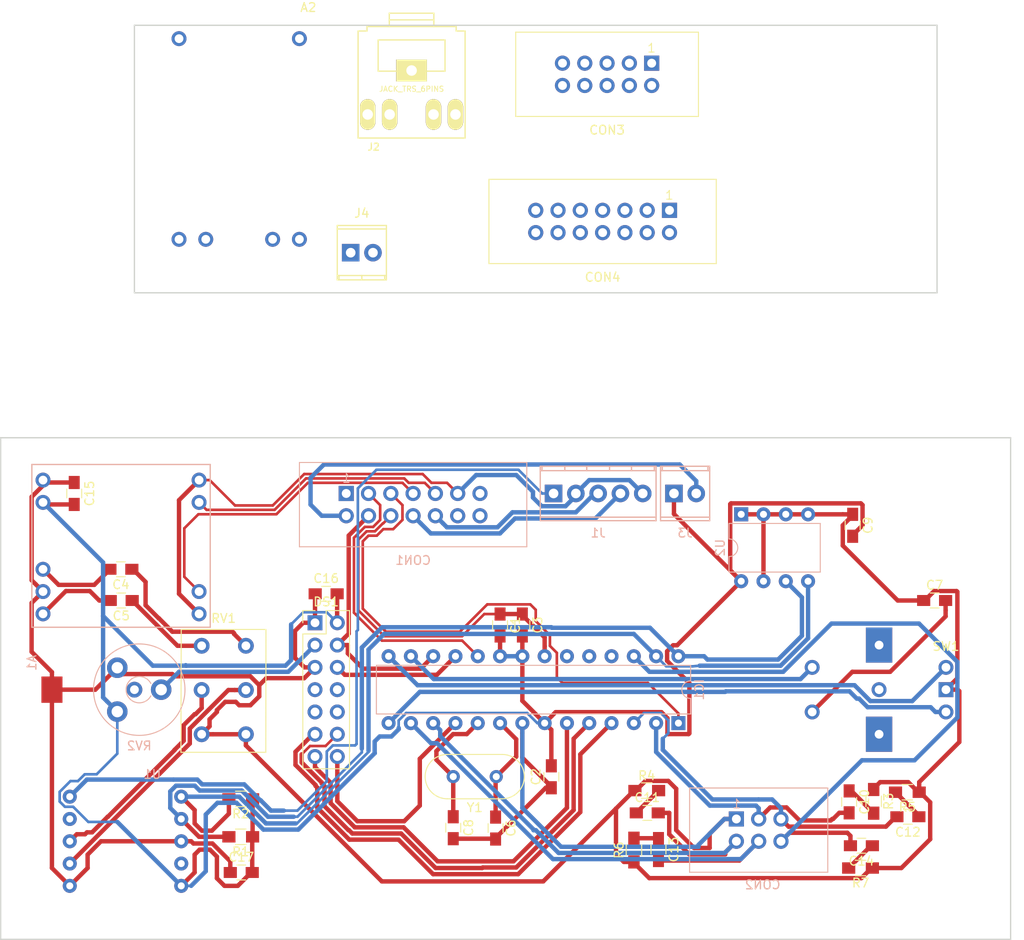
<source format=kicad_pcb>
(kicad_pcb (version 4) (host pcbnew 4.0.6)

  (general
    (links 131)
    (no_connects 26)
    (area 86.259999 3.396 229.592 143.162001)
    (thickness 1.6)
    (drawings 18)
    (tracks 618)
    (zones 0)
    (modules 42)
    (nets 68)
  )

  (page A4)
  (title_block
    (title "Radio alpha v02")
  )

  (layers
    (0 F.Cu signal)
    (31 B.Cu signal)
    (32 B.Adhes user)
    (33 F.Adhes user)
    (34 B.Paste user)
    (35 F.Paste user)
    (36 B.SilkS user)
    (37 F.SilkS user)
    (38 B.Mask user)
    (39 F.Mask user)
    (40 Dwgs.User user)
    (41 Cmts.User user)
    (42 Eco1.User user)
    (43 Eco2.User user)
    (44 Edge.Cuts user)
    (45 Margin user hide)
    (46 B.CrtYd user)
    (47 F.CrtYd user)
    (48 B.Fab user)
    (49 F.Fab user)
  )

  (setup
    (last_trace_width 0.25)
    (user_trace_width 0.25)
    (user_trace_width 0.3)
    (user_trace_width 0.5)
    (user_trace_width 0.8)
    (user_trace_width 1)
    (trace_clearance 0.2)
    (zone_clearance 0.508)
    (zone_45_only no)
    (trace_min 0.2)
    (segment_width 0.2)
    (edge_width 0.15)
    (via_size 0.6)
    (via_drill 0.4)
    (via_min_size 0.4)
    (via_min_drill 0.3)
    (uvia_size 0.3)
    (uvia_drill 0.1)
    (uvias_allowed no)
    (uvia_min_size 0.2)
    (uvia_min_drill 0.1)
    (pcb_text_width 0.3)
    (pcb_text_size 1.5 1.5)
    (mod_edge_width 0.15)
    (mod_text_size 1 1)
    (mod_text_width 0.15)
    (pad_size 1.7 1.7)
    (pad_drill 1)
    (pad_to_mask_clearance 0.2)
    (aux_axis_origin 0 0)
    (visible_elements 7FFFFFFF)
    (pcbplotparams
      (layerselection 0x00030_80000001)
      (usegerberextensions false)
      (excludeedgelayer true)
      (linewidth 0.100000)
      (plotframeref false)
      (viasonmask false)
      (mode 1)
      (useauxorigin false)
      (hpglpennumber 1)
      (hpglpenspeed 20)
      (hpglpendiameter 15)
      (hpglpenoverlay 2)
      (psnegative false)
      (psa4output false)
      (plotreference true)
      (plotvalue true)
      (plotinvisibletext false)
      (padsonsilk false)
      (subtractmaskfromsilk false)
      (outputformat 1)
      (mirror false)
      (drillshape 0)
      (scaleselection 1)
      (outputdirectory Radio_Omega/))
  )

  (net 0 "")
  (net 1 "Net-(A1-Pad9)")
  (net 2 GND)
  (net 3 "Net-(A1-Pad7)")
  (net 4 +5V)
  (net 5 gndaudio)
  (net 6 L_out1)
  (net 7 R_out1)
  (net 8 "Net-(C4-Pad1)")
  (net 9 "Net-(C5-Pad1)")
  (net 10 XTAL_PB6)
  (net 11 "Net-(C7-Pad2)")
  (net 12 XTAL_PB7)
  (net 13 "Net-(C10-Pad1)")
  (net 14 SW_1)
  (net 15 "Net-(C11-Pad1)")
  (net 16 SW_3)
  (net 17 "Net-(C12-Pad1)")
  (net 18 SW_2)
  (net 19 "Net-(C13-Pad1)")
  (net 20 SW_4)
  (net 21 "Net-(C14-Pad1)")
  (net 22 SW_5)
  (net 23 LCD_PB4)
  (net 24 5V_input)
  (net 25 SCK)
  (net 26 LCD_PB3)
  (net 27 RST)
  (net 28 L_IN1)
  (net 29 R_IN1)
  (net 30 "Net-(CON1-Pad12)")
  (net 31 "Net-(CON1-Pad13)")
  (net 32 "Net-(CON1-Pad14)")
  (net 33 5V_gniazda)
  (net 34 "Net-(CON3-Pad3)")
  (net 35 L_out2)
  (net 36 L_IN2)
  (net 37 R_out2)
  (net 38 R_IN2)
  (net 39 "Net-(CON4-Pad12)")
  (net 40 "Net-(CON4-Pad13)")
  (net 41 "Net-(CON4-Pad14)")
  (net 42 "Net-(DS1-Pad3)")
  (net 43 "Net-(DS1-Pad7)")
  (net 44 "Net-(DS1-Pad8)")
  (net 45 "Net-(DS1-Pad9)")
  (net 46 "Net-(DS1-Pad10)")
  (net 47 LCD_PD2)
  (net 48 LCD_PD3)
  (net 49 LCD_PD4)
  (net 50 LCD_PD5)
  (net 51 enkoder_B)
  (net 52 enkoder_switch)
  (net 53 "Net-(IC1-Pad23)")
  (net 54 "Net-(IC1-Pad24)")
  (net 55 "Net-(IC1-Pad25)")
  (net 56 SDA)
  (net 57 enkoder_A)
  (net 58 SCL)
  (net 59 Antena)
  (net 60 ogniwo+)
  (net 61 ogniwo-)
  (net 62 "Net-(RV1-Pad2)")
  (net 63 "Net-(RV1-Pad5)")
  (net 64 "Net-(U1-Pad4)")
  (net 65 "Net-(U1-Pad9)")
  (net 66 "Net-(A2-Pad1)")
  (net 67 "Net-(A2-Pad2)")

  (net_class Default "To jest domyślna klasa połączeń."
    (clearance 0.2)
    (trace_width 0.25)
    (via_dia 0.6)
    (via_drill 0.4)
    (uvia_dia 0.3)
    (uvia_drill 0.1)
    (add_net +5V)
    (add_net 5V_gniazda)
    (add_net 5V_input)
    (add_net Antena)
    (add_net GND)
    (add_net LCD_PB3)
    (add_net LCD_PB4)
    (add_net LCD_PD2)
    (add_net LCD_PD3)
    (add_net LCD_PD4)
    (add_net LCD_PD5)
    (add_net L_IN1)
    (add_net L_IN2)
    (add_net L_out1)
    (add_net L_out2)
    (add_net "Net-(A1-Pad7)")
    (add_net "Net-(A1-Pad9)")
    (add_net "Net-(A2-Pad1)")
    (add_net "Net-(A2-Pad2)")
    (add_net "Net-(C10-Pad1)")
    (add_net "Net-(C11-Pad1)")
    (add_net "Net-(C12-Pad1)")
    (add_net "Net-(C13-Pad1)")
    (add_net "Net-(C14-Pad1)")
    (add_net "Net-(C4-Pad1)")
    (add_net "Net-(C5-Pad1)")
    (add_net "Net-(C7-Pad2)")
    (add_net "Net-(CON1-Pad12)")
    (add_net "Net-(CON1-Pad13)")
    (add_net "Net-(CON1-Pad14)")
    (add_net "Net-(CON3-Pad3)")
    (add_net "Net-(CON4-Pad12)")
    (add_net "Net-(CON4-Pad13)")
    (add_net "Net-(CON4-Pad14)")
    (add_net "Net-(DS1-Pad10)")
    (add_net "Net-(DS1-Pad3)")
    (add_net "Net-(DS1-Pad7)")
    (add_net "Net-(DS1-Pad8)")
    (add_net "Net-(DS1-Pad9)")
    (add_net "Net-(IC1-Pad23)")
    (add_net "Net-(IC1-Pad24)")
    (add_net "Net-(IC1-Pad25)")
    (add_net "Net-(RV1-Pad2)")
    (add_net "Net-(RV1-Pad5)")
    (add_net "Net-(U1-Pad4)")
    (add_net "Net-(U1-Pad9)")
    (add_net RST)
    (add_net R_IN1)
    (add_net R_IN2)
    (add_net R_out1)
    (add_net R_out2)
    (add_net SCK)
    (add_net SCL)
    (add_net SDA)
    (add_net SW_1)
    (add_net SW_2)
    (add_net SW_3)
    (add_net SW_4)
    (add_net SW_5)
    (add_net XTAL_PB6)
    (add_net XTAL_PB7)
    (add_net enkoder_A)
    (add_net enkoder_B)
    (add_net enkoder_switch)
    (add_net gndaudio)
    (add_net ogniwo+)
    (add_net ogniwo-)
  )

  (net_class "sciezka 2" ""
    (clearance 0.2)
    (trace_width 0.5)
    (via_dia 0.6)
    (via_drill 0.4)
    (uvia_dia 0.3)
    (uvia_drill 0.1)
  )

  (module Housings_DIP:DIP-8_W7.62mm (layer B.Cu) (tedit 586281B4) (tstamp 5A0F63F9)
    (at 175.807442 68.415954 270)
    (descr "8-lead dip package, row spacing 7.62 mm (300 mils)")
    (tags "DIL DIP PDIP 2.54mm 7.62mm 300mil")
    (path /58C2EE4B)
    (fp_text reference U2 (at 3.81 2.39 270) (layer B.SilkS)
      (effects (font (size 1 1) (thickness 0.15)) (justify mirror))
    )
    (fp_text value 24C16 (at 3.81 -10.01 270) (layer B.Fab)
      (effects (font (size 1 1) (thickness 0.15)) (justify mirror))
    )
    (fp_arc (start 3.81 1.39) (end 2.81 1.39) (angle 180) (layer B.SilkS) (width 0.12))
    (fp_line (start 1.635 1.27) (end 6.985 1.27) (layer B.Fab) (width 0.1))
    (fp_line (start 6.985 1.27) (end 6.985 -8.89) (layer B.Fab) (width 0.1))
    (fp_line (start 6.985 -8.89) (end 0.635 -8.89) (layer B.Fab) (width 0.1))
    (fp_line (start 0.635 -8.89) (end 0.635 0.27) (layer B.Fab) (width 0.1))
    (fp_line (start 0.635 0.27) (end 1.635 1.27) (layer B.Fab) (width 0.1))
    (fp_line (start 2.81 1.39) (end 1.04 1.39) (layer B.SilkS) (width 0.12))
    (fp_line (start 1.04 1.39) (end 1.04 -9.01) (layer B.SilkS) (width 0.12))
    (fp_line (start 1.04 -9.01) (end 6.58 -9.01) (layer B.SilkS) (width 0.12))
    (fp_line (start 6.58 -9.01) (end 6.58 1.39) (layer B.SilkS) (width 0.12))
    (fp_line (start 6.58 1.39) (end 4.81 1.39) (layer B.SilkS) (width 0.12))
    (fp_line (start -1.1 1.6) (end -1.1 -9.2) (layer B.CrtYd) (width 0.05))
    (fp_line (start -1.1 -9.2) (end 8.7 -9.2) (layer B.CrtYd) (width 0.05))
    (fp_line (start 8.7 -9.2) (end 8.7 1.6) (layer B.CrtYd) (width 0.05))
    (fp_line (start 8.7 1.6) (end -1.1 1.6) (layer B.CrtYd) (width 0.05))
    (pad 1 thru_hole rect (at 0 0 270) (size 1.6 1.6) (drill 0.8) (layers *.Cu *.Mask)
      (net 2 GND))
    (pad 5 thru_hole oval (at 7.62 -7.62 270) (size 1.6 1.6) (drill 0.8) (layers *.Cu *.Mask)
      (net 56 SDA))
    (pad 2 thru_hole oval (at 0 -2.54 270) (size 1.6 1.6) (drill 0.8) (layers *.Cu *.Mask)
      (net 2 GND))
    (pad 6 thru_hole oval (at 7.62 -5.08 270) (size 1.6 1.6) (drill 0.8) (layers *.Cu *.Mask)
      (net 58 SCL))
    (pad 3 thru_hole oval (at 0 -5.08 270) (size 1.6 1.6) (drill 0.8) (layers *.Cu *.Mask)
      (net 2 GND))
    (pad 7 thru_hole oval (at 7.62 -2.54 270) (size 1.6 1.6) (drill 0.8) (layers *.Cu *.Mask)
      (net 2 GND))
    (pad 4 thru_hole oval (at 0 -7.62 270) (size 1.6 1.6) (drill 0.8) (layers *.Cu *.Mask)
      (net 2 GND))
    (pad 8 thru_hole oval (at 7.62 0 270) (size 1.6 1.6) (drill 0.8) (layers *.Cu *.Mask)
      (net 4 +5V))
    (model Housings_DIP.3dshapes/DIP-8_W7.62mm.wrl
      (at (xyz 0 0 0))
      (scale (xyz 1 1 1))
      (rotate (xyz 0 0 0))
    )
  )

  (module Capacitors_SMD:C_0805_HandSoldering (layer F.Cu) (tedit 58AA84A8) (tstamp 5A0F62CA)
    (at 105.136 74.676 180)
    (descr "Capacitor SMD 0805, hand soldering")
    (tags "capacitor 0805")
    (path /58C2BED7)
    (attr smd)
    (fp_text reference C4 (at 0 -1.75 180) (layer F.SilkS)
      (effects (font (size 1 1) (thickness 0.15)))
    )
    (fp_text value 1uF (at 0 1.75 180) (layer F.Fab)
      (effects (font (size 1 1) (thickness 0.15)))
    )
    (fp_text user %R (at 0 -1.75 180) (layer F.Fab)
      (effects (font (size 1 1) (thickness 0.15)))
    )
    (fp_line (start -1 0.62) (end -1 -0.62) (layer F.Fab) (width 0.1))
    (fp_line (start 1 0.62) (end -1 0.62) (layer F.Fab) (width 0.1))
    (fp_line (start 1 -0.62) (end 1 0.62) (layer F.Fab) (width 0.1))
    (fp_line (start -1 -0.62) (end 1 -0.62) (layer F.Fab) (width 0.1))
    (fp_line (start 0.5 -0.85) (end -0.5 -0.85) (layer F.SilkS) (width 0.12))
    (fp_line (start -0.5 0.85) (end 0.5 0.85) (layer F.SilkS) (width 0.12))
    (fp_line (start -2.25 -0.88) (end 2.25 -0.88) (layer F.CrtYd) (width 0.05))
    (fp_line (start -2.25 -0.88) (end -2.25 0.87) (layer F.CrtYd) (width 0.05))
    (fp_line (start 2.25 0.87) (end 2.25 -0.88) (layer F.CrtYd) (width 0.05))
    (fp_line (start 2.25 0.87) (end -2.25 0.87) (layer F.CrtYd) (width 0.05))
    (pad 1 smd rect (at -1.25 0 180) (size 1.5 1.25) (layers F.Cu F.Paste F.Mask)
      (net 8 "Net-(C4-Pad1)"))
    (pad 2 smd rect (at 1.25 0 180) (size 1.5 1.25) (layers F.Cu F.Paste F.Mask)
      (net 3 "Net-(A1-Pad7)"))
    (model Capacitors_SMD.3dshapes/C_0805.wrl
      (at (xyz 0 0 0))
      (scale (xyz 1 1 1))
      (rotate (xyz 0 0 0))
    )
  )

  (module custom:LCD8x2 (layer F.Cu) (tedit 5862ED53) (tstamp 5A2DFFB3)
    (at 127.254 77.47)
    (descr "Through hole straight pin header, 2x07, 2.54mm pitch, double rows")
    (tags "Through hole pin header THT 2x07 2.54mm double row")
    (path /58C2049A)
    (fp_text reference DS1 (at 1.27 0.912) (layer F.SilkS)
      (effects (font (size 1 1) (thickness 0.15)))
    )
    (fp_text value LCD8X2 (at 1.27 20.932) (layer F.Fab)
      (effects (font (size 1 1) (thickness 0.15)))
    )
    (fp_line (start 45.974 -5.08) (end -2.54 -5.08) (layer B.CrtYd) (width 0.15))
    (fp_line (start 45.974 26.924) (end 45.974 -5.08) (layer B.CrtYd) (width 0.15))
    (fp_line (start -2.54 26.924) (end 45.974 26.924) (layer B.CrtYd) (width 0.15))
    (fp_line (start -2.54 -5.08) (end -2.54 26.924) (layer B.CrtYd) (width 0.15))
    (fp_line (start -1.27 2.032) (end -1.27 19.812) (layer F.Fab) (width 0.1))
    (fp_line (start -1.27 19.812) (end 3.81 19.812) (layer F.Fab) (width 0.1))
    (fp_line (start 3.81 19.812) (end 3.81 2.032) (layer F.Fab) (width 0.1))
    (fp_line (start 3.81 2.032) (end -1.27 2.032) (layer F.Fab) (width 0.1))
    (fp_line (start -1.39 4.572) (end -1.39 19.932) (layer F.SilkS) (width 0.12))
    (fp_line (start -1.39 19.932) (end 3.93 19.932) (layer F.SilkS) (width 0.12))
    (fp_line (start 3.93 19.932) (end 3.93 1.912) (layer F.SilkS) (width 0.12))
    (fp_line (start 3.93 1.912) (end 1.27 1.912) (layer F.SilkS) (width 0.12))
    (fp_line (start 1.27 1.912) (end 1.27 4.572) (layer F.SilkS) (width 0.12))
    (fp_line (start 1.27 4.572) (end -1.39 4.572) (layer F.SilkS) (width 0.12))
    (fp_line (start -1.39 3.302) (end -1.39 1.912) (layer F.SilkS) (width 0.12))
    (fp_line (start -1.39 1.912) (end 0 1.912) (layer F.SilkS) (width 0.12))
    (fp_line (start -1.6 1.702) (end -1.6 20.102) (layer F.CrtYd) (width 0.05))
    (fp_line (start -1.6 20.102) (end 4.1 20.102) (layer F.CrtYd) (width 0.05))
    (fp_line (start 4.1 20.102) (end 4.1 1.702) (layer F.CrtYd) (width 0.05))
    (fp_line (start 4.1 1.702) (end -1.6 1.702) (layer F.CrtYd) (width 0.05))
    (pad 1 thru_hole rect (at 0 3.302) (size 1.7 1.7) (drill 1) (layers *.Cu *.Mask)
      (net 2 GND))
    (pad 2 thru_hole oval (at 2.54 3.302) (size 1.7 1.7) (drill 1) (layers *.Cu *.Mask)
      (net 4 +5V))
    (pad 3 thru_hole oval (at 0 5.842) (size 1.7 1.7) (drill 1) (layers *.Cu *.Mask)
      (net 42 "Net-(DS1-Pad3)"))
    (pad 4 thru_hole oval (at 2.54 5.842) (size 1.7 1.7) (drill 1) (layers *.Cu *.Mask)
      (net 26 LCD_PB3))
    (pad 5 thru_hole oval (at 0 8.382) (size 1.7 1.7) (drill 1) (layers *.Cu *.Mask)
      (net 2 GND))
    (pad 6 thru_hole oval (at 2.54 8.382) (size 1.7 1.7) (drill 1) (layers *.Cu *.Mask)
      (net 23 LCD_PB4))
    (pad 7 thru_hole oval (at 0 10.922) (size 1.7 1.7) (drill 1) (layers *.Cu *.Mask)
      (net 43 "Net-(DS1-Pad7)"))
    (pad 8 thru_hole oval (at 2.54 10.922) (size 1.7 1.7) (drill 1) (layers *.Cu *.Mask)
      (net 44 "Net-(DS1-Pad8)"))
    (pad 9 thru_hole oval (at 0 13.462) (size 1.7 1.7) (drill 1) (layers *.Cu *.Mask)
      (net 45 "Net-(DS1-Pad9)"))
    (pad 10 thru_hole oval (at 2.54 13.462) (size 1.7 1.7) (drill 1) (layers *.Cu *.Mask)
      (net 46 "Net-(DS1-Pad10)"))
    (pad 11 thru_hole oval (at 0 16.002) (size 1.7 1.7) (drill 1) (layers *.Cu *.Mask)
      (net 47 LCD_PD2))
    (pad 12 thru_hole oval (at 2.54 16.002) (size 1.7 1.7) (drill 1) (layers *.Cu *.Mask)
      (net 48 LCD_PD3))
    (pad 13 thru_hole oval (at 0 18.542) (size 1.7 1.7) (drill 1) (layers *.Cu *.Mask)
      (net 49 LCD_PD4))
    (pad 14 thru_hole oval (at 2.54 18.542) (size 1.7 1.7) (drill 1) (layers *.Cu *.Mask)
      (net 50 LCD_PD5))
    (model Pin_Headers.3dshapes/Pin_Header_Straight_2x07_Pitch2.54mm.wrl
      (at (xyz 0.05 -0.3 0))
      (scale (xyz 1 1 1))
      (rotate (xyz 0 0 90))
    )
  )

  (module Capacitors_SMD:C_0805_HandSoldering (layer F.Cu) (tedit 58AA84A8) (tstamp 5A0F62F4)
    (at 165.108784 102.430452)
    (descr "Capacitor SMD 0805, hand soldering")
    (tags "capacitor 0805")
    (path /5A0F4393)
    (attr smd)
    (fp_text reference C11 (at 0 -1.75) (layer F.SilkS)
      (effects (font (size 1 1) (thickness 0.15)))
    )
    (fp_text value 100nF (at 0 1.75) (layer F.Fab)
      (effects (font (size 1 1) (thickness 0.15)))
    )
    (fp_text user %R (at 0 -1.75) (layer F.Fab)
      (effects (font (size 1 1) (thickness 0.15)))
    )
    (fp_line (start -1 0.62) (end -1 -0.62) (layer F.Fab) (width 0.1))
    (fp_line (start 1 0.62) (end -1 0.62) (layer F.Fab) (width 0.1))
    (fp_line (start 1 -0.62) (end 1 0.62) (layer F.Fab) (width 0.1))
    (fp_line (start -1 -0.62) (end 1 -0.62) (layer F.Fab) (width 0.1))
    (fp_line (start 0.5 -0.85) (end -0.5 -0.85) (layer F.SilkS) (width 0.12))
    (fp_line (start -0.5 0.85) (end 0.5 0.85) (layer F.SilkS) (width 0.12))
    (fp_line (start -2.25 -0.88) (end 2.25 -0.88) (layer F.CrtYd) (width 0.05))
    (fp_line (start -2.25 -0.88) (end -2.25 0.87) (layer F.CrtYd) (width 0.05))
    (fp_line (start 2.25 0.87) (end 2.25 -0.88) (layer F.CrtYd) (width 0.05))
    (fp_line (start 2.25 0.87) (end -2.25 0.87) (layer F.CrtYd) (width 0.05))
    (pad 1 smd rect (at -1.25 0) (size 1.5 1.25) (layers F.Cu F.Paste F.Mask)
      (net 15 "Net-(C11-Pad1)"))
    (pad 2 smd rect (at 1.25 0) (size 1.5 1.25) (layers F.Cu F.Paste F.Mask)
      (net 16 SW_3))
    (model Capacitors_SMD.3dshapes/C_0805.wrl
      (at (xyz 0 0 0))
      (scale (xyz 1 1 1))
      (rotate (xyz 0 0 0))
    )
  )

  (module Resistors_SMD:R_0805_HandSoldering (layer F.Cu) (tedit 58AADA1D) (tstamp 5A0F63BC)
    (at 165.048784 99.890452)
    (descr "Resistor SMD 0805, hand soldering")
    (tags "resistor 0805")
    (path /5A0F439B)
    (attr smd)
    (fp_text reference R4 (at 0 -1.7) (layer F.SilkS)
      (effects (font (size 1 1) (thickness 0.15)))
    )
    (fp_text value 100 (at 0 1.75) (layer F.Fab)
      (effects (font (size 1 1) (thickness 0.15)))
    )
    (fp_text user %R (at 0 -1.7) (layer F.Fab)
      (effects (font (size 1 1) (thickness 0.15)))
    )
    (fp_line (start -1 0.62) (end -1 -0.62) (layer F.Fab) (width 0.1))
    (fp_line (start 1 0.62) (end -1 0.62) (layer F.Fab) (width 0.1))
    (fp_line (start 1 -0.62) (end 1 0.62) (layer F.Fab) (width 0.1))
    (fp_line (start -1 -0.62) (end 1 -0.62) (layer F.Fab) (width 0.1))
    (fp_line (start 0.6 0.88) (end -0.6 0.88) (layer F.SilkS) (width 0.12))
    (fp_line (start -0.6 -0.88) (end 0.6 -0.88) (layer F.SilkS) (width 0.12))
    (fp_line (start -2.35 -0.9) (end 2.35 -0.9) (layer F.CrtYd) (width 0.05))
    (fp_line (start -2.35 -0.9) (end -2.35 0.9) (layer F.CrtYd) (width 0.05))
    (fp_line (start 2.35 0.9) (end 2.35 -0.9) (layer F.CrtYd) (width 0.05))
    (fp_line (start 2.35 0.9) (end -2.35 0.9) (layer F.CrtYd) (width 0.05))
    (pad 1 smd rect (at -1.35 0) (size 1.5 1.3) (layers F.Cu F.Paste F.Mask)
      (net 2 GND))
    (pad 2 smd rect (at 1.35 0) (size 1.5 1.3) (layers F.Cu F.Paste F.Mask)
      (net 15 "Net-(C11-Pad1)"))
    (model Resistors_SMD.3dshapes/R_0805.wrl
      (at (xyz 0 0 0))
      (scale (xyz 1 1 1))
      (rotate (xyz 0 0 0))
    )
  )

  (module Capacitors_SMD:C_0805_HandSoldering (layer F.Cu) (tedit 58AA84A8) (tstamp 5A0F62EE)
    (at 188.105586 101.17449 270)
    (descr "Capacitor SMD 0805, hand soldering")
    (tags "capacitor 0805")
    (path /58C2A3A7)
    (attr smd)
    (fp_text reference C10 (at 0 -1.75 270) (layer F.SilkS)
      (effects (font (size 1 1) (thickness 0.15)))
    )
    (fp_text value 100nF (at 0 1.75 270) (layer F.Fab)
      (effects (font (size 1 1) (thickness 0.15)))
    )
    (fp_text user %R (at 0 -1.75 270) (layer F.Fab)
      (effects (font (size 1 1) (thickness 0.15)))
    )
    (fp_line (start -1 0.62) (end -1 -0.62) (layer F.Fab) (width 0.1))
    (fp_line (start 1 0.62) (end -1 0.62) (layer F.Fab) (width 0.1))
    (fp_line (start 1 -0.62) (end 1 0.62) (layer F.Fab) (width 0.1))
    (fp_line (start -1 -0.62) (end 1 -0.62) (layer F.Fab) (width 0.1))
    (fp_line (start 0.5 -0.85) (end -0.5 -0.85) (layer F.SilkS) (width 0.12))
    (fp_line (start -0.5 0.85) (end 0.5 0.85) (layer F.SilkS) (width 0.12))
    (fp_line (start -2.25 -0.88) (end 2.25 -0.88) (layer F.CrtYd) (width 0.05))
    (fp_line (start -2.25 -0.88) (end -2.25 0.87) (layer F.CrtYd) (width 0.05))
    (fp_line (start 2.25 0.87) (end 2.25 -0.88) (layer F.CrtYd) (width 0.05))
    (fp_line (start 2.25 0.87) (end -2.25 0.87) (layer F.CrtYd) (width 0.05))
    (pad 1 smd rect (at -1.25 0 270) (size 1.5 1.25) (layers F.Cu F.Paste F.Mask)
      (net 13 "Net-(C10-Pad1)"))
    (pad 2 smd rect (at 1.25 0 270) (size 1.5 1.25) (layers F.Cu F.Paste F.Mask)
      (net 14 SW_1))
    (model Capacitors_SMD.3dshapes/C_0805.wrl
      (at (xyz 0 0 0))
      (scale (xyz 1 1 1))
      (rotate (xyz 0 0 0))
    )
  )

  (module Resistors_SMD:R_0805_HandSoldering (layer F.Cu) (tedit 58AADA1D) (tstamp 5A0F63CE)
    (at 189.404 108.712 180)
    (descr "Resistor SMD 0805, hand soldering")
    (tags "resistor 0805")
    (path /5A0F4EFB)
    (attr smd)
    (fp_text reference R7 (at 0 -1.7 180) (layer F.SilkS)
      (effects (font (size 1 1) (thickness 0.15)))
    )
    (fp_text value 100 (at 0 1.75 180) (layer F.Fab)
      (effects (font (size 1 1) (thickness 0.15)))
    )
    (fp_text user %R (at 0 -1.7 180) (layer F.Fab)
      (effects (font (size 1 1) (thickness 0.15)))
    )
    (fp_line (start -1 0.62) (end -1 -0.62) (layer F.Fab) (width 0.1))
    (fp_line (start 1 0.62) (end -1 0.62) (layer F.Fab) (width 0.1))
    (fp_line (start 1 -0.62) (end 1 0.62) (layer F.Fab) (width 0.1))
    (fp_line (start -1 -0.62) (end 1 -0.62) (layer F.Fab) (width 0.1))
    (fp_line (start 0.6 0.88) (end -0.6 0.88) (layer F.SilkS) (width 0.12))
    (fp_line (start -0.6 -0.88) (end 0.6 -0.88) (layer F.SilkS) (width 0.12))
    (fp_line (start -2.35 -0.9) (end 2.35 -0.9) (layer F.CrtYd) (width 0.05))
    (fp_line (start -2.35 -0.9) (end -2.35 0.9) (layer F.CrtYd) (width 0.05))
    (fp_line (start 2.35 0.9) (end 2.35 -0.9) (layer F.CrtYd) (width 0.05))
    (fp_line (start 2.35 0.9) (end -2.35 0.9) (layer F.CrtYd) (width 0.05))
    (pad 1 smd rect (at -1.35 0 180) (size 1.5 1.3) (layers F.Cu F.Paste F.Mask)
      (net 2 GND))
    (pad 2 smd rect (at 1.35 0 180) (size 1.5 1.3) (layers F.Cu F.Paste F.Mask)
      (net 21 "Net-(C14-Pad1)"))
    (model Resistors_SMD.3dshapes/R_0805.wrl
      (at (xyz 0 0 0))
      (scale (xyz 1 1 1))
      (rotate (xyz 0 0 0))
    )
  )

  (module Resistors_SMD:R_0805_HandSoldering (layer F.Cu) (tedit 58AADA1D) (tstamp 5A0F63C8)
    (at 163.58851 106.667102 90)
    (descr "Resistor SMD 0805, hand soldering")
    (tags "resistor 0805")
    (path /5A0F43B9)
    (attr smd)
    (fp_text reference R6 (at 0 -1.7 90) (layer F.SilkS)
      (effects (font (size 1 1) (thickness 0.15)))
    )
    (fp_text value 100 (at 0 1.75 90) (layer F.Fab)
      (effects (font (size 1 1) (thickness 0.15)))
    )
    (fp_text user %R (at 0 -1.7 90) (layer F.Fab)
      (effects (font (size 1 1) (thickness 0.15)))
    )
    (fp_line (start -1 0.62) (end -1 -0.62) (layer F.Fab) (width 0.1))
    (fp_line (start 1 0.62) (end -1 0.62) (layer F.Fab) (width 0.1))
    (fp_line (start 1 -0.62) (end 1 0.62) (layer F.Fab) (width 0.1))
    (fp_line (start -1 -0.62) (end 1 -0.62) (layer F.Fab) (width 0.1))
    (fp_line (start 0.6 0.88) (end -0.6 0.88) (layer F.SilkS) (width 0.12))
    (fp_line (start -0.6 -0.88) (end 0.6 -0.88) (layer F.SilkS) (width 0.12))
    (fp_line (start -2.35 -0.9) (end 2.35 -0.9) (layer F.CrtYd) (width 0.05))
    (fp_line (start -2.35 -0.9) (end -2.35 0.9) (layer F.CrtYd) (width 0.05))
    (fp_line (start 2.35 0.9) (end 2.35 -0.9) (layer F.CrtYd) (width 0.05))
    (fp_line (start 2.35 0.9) (end -2.35 0.9) (layer F.CrtYd) (width 0.05))
    (pad 1 smd rect (at -1.35 0 90) (size 1.5 1.3) (layers F.Cu F.Paste F.Mask)
      (net 2 GND))
    (pad 2 smd rect (at 1.35 0 90) (size 1.5 1.3) (layers F.Cu F.Paste F.Mask)
      (net 19 "Net-(C13-Pad1)"))
    (model Resistors_SMD.3dshapes/R_0805.wrl
      (at (xyz 0 0 0))
      (scale (xyz 1 1 1))
      (rotate (xyz 0 0 0))
    )
  )

  (module custom:PAM8403_module (layer B.Cu) (tedit 5A0F3A5E) (tstamp 5A0F62B2)
    (at 96.266 79.756 90)
    (descr "Through hole straight pin header, 1x04, 2.54mm pitch, single row")
    (tags "Through hole pin header THT 1x04 2.54mm single row")
    (path /59F53BF5)
    (fp_text reference A1 (at -5.588 -1.27 90) (layer B.SilkS)
      (effects (font (size 1 1) (thickness 0.15)) (justify mirror))
    )
    (fp_text value amp_2x3W_D (at 12.446 -3.302 90) (layer B.Fab)
      (effects (font (size 1 1) (thickness 0.15)) (justify mirror))
    )
    (fp_line (start 17.018 19.05) (end -1.524 19.05) (layer B.SilkS) (width 0.15))
    (fp_line (start 17.018 -1.27) (end 17.018 19.05) (layer B.SilkS) (width 0.15))
    (fp_line (start -1.524 -1.27) (end 17.018 -1.27) (layer B.SilkS) (width 0.15))
    (fp_line (start -1.524 19.05) (end -1.524 -1.27) (layer B.SilkS) (width 0.15))
    (pad 9 thru_hole oval (at 0 0) (size 1.7 1.7) (drill 1) (layers *.Cu *.Mask)
      (net 1 "Net-(A1-Pad9)"))
    (pad 8 thru_hole oval (at 2.54 0) (size 1.7 1.7) (drill 1) (layers *.Cu *.Mask)
      (net 2 GND))
    (pad 7 thru_hole oval (at 5.08 0) (size 1.7 1.7) (drill 1) (layers *.Cu *.Mask)
      (net 3 "Net-(A1-Pad7)"))
    (pad 6 thru_hole oval (at 12.7 0) (size 1.7 1.7) (drill 1) (layers *.Cu *.Mask)
      (net 4 +5V))
    (pad 5 thru_hole oval (at 15.24 0) (size 1.7 1.7) (drill 1) (layers *.Cu *.Mask)
      (net 2 GND))
    (pad 1 thru_hole oval (at 0 17.78) (size 1.7 1.7) (drill 1) (layers *.Cu *.Mask)
      (net 5 gndaudio))
    (pad 2 thru_hole oval (at 2.54 17.78) (size 1.7 1.7) (drill 1) (layers *.Cu *.Mask)
      (net 6 L_out1))
    (pad 3 thru_hole oval (at 12.7 17.78) (size 1.7 1.7) (drill 1) (layers *.Cu *.Mask)
      (net 7 R_out1))
    (pad 4 thru_hole oval (at 15.24 17.78) (size 1.7 1.7) (drill 1) (layers *.Cu *.Mask)
      (net 5 gndaudio))
    (model Pin_Headers.3dshapes/Pin_Header_Straight_1x04_Pitch2.54mm.wrl
      (at (xyz 0 -0.15 0))
      (scale (xyz 1 1 1))
      (rotate (xyz 0 0 90))
    )
  )

  (module Capacitors_SMD:C_0805_HandSoldering (layer F.Cu) (tedit 58AA84A8) (tstamp 5A0F62B8)
    (at 148.336 81.026 270)
    (descr "Capacitor SMD 0805, hand soldering")
    (tags "capacitor 0805")
    (path /5A142652)
    (attr smd)
    (fp_text reference C1 (at 0 -1.75 270) (layer F.SilkS)
      (effects (font (size 1 1) (thickness 0.15)))
    )
    (fp_text value 100nF (at 0 1.778 270) (layer F.Fab)
      (effects (font (size 1 1) (thickness 0.15)))
    )
    (fp_text user %R (at 0 -1.75 270) (layer F.Fab)
      (effects (font (size 1 1) (thickness 0.15)))
    )
    (fp_line (start -1 0.62) (end -1 -0.62) (layer F.Fab) (width 0.1))
    (fp_line (start 1 0.62) (end -1 0.62) (layer F.Fab) (width 0.1))
    (fp_line (start 1 -0.62) (end 1 0.62) (layer F.Fab) (width 0.1))
    (fp_line (start -1 -0.62) (end 1 -0.62) (layer F.Fab) (width 0.1))
    (fp_line (start 0.5 -0.85) (end -0.5 -0.85) (layer F.SilkS) (width 0.12))
    (fp_line (start -0.5 0.85) (end 0.5 0.85) (layer F.SilkS) (width 0.12))
    (fp_line (start -2.25 -0.88) (end 2.25 -0.88) (layer F.CrtYd) (width 0.05))
    (fp_line (start -2.25 -0.88) (end -2.25 0.87) (layer F.CrtYd) (width 0.05))
    (fp_line (start 2.25 0.87) (end 2.25 -0.88) (layer F.CrtYd) (width 0.05))
    (fp_line (start 2.25 0.87) (end -2.25 0.87) (layer F.CrtYd) (width 0.05))
    (pad 1 smd rect (at -1.25 0 270) (size 1.5 1.25) (layers F.Cu F.Paste F.Mask)
      (net 2 GND))
    (pad 2 smd rect (at 1.25 0 270) (size 1.5 1.25) (layers F.Cu F.Paste F.Mask)
      (net 4 +5V))
    (model Capacitors_SMD.3dshapes/C_0805.wrl
      (at (xyz 0 0 0))
      (scale (xyz 1 1 1))
      (rotate (xyz 0 0 0))
    )
  )

  (module Capacitors_SMD:C_0805_HandSoldering (layer F.Cu) (tedit 58AA84A8) (tstamp 5A0F62BE)
    (at 154.178 98.318 90)
    (descr "Capacitor SMD 0805, hand soldering")
    (tags "capacitor 0805")
    (path /593532D0)
    (attr smd)
    (fp_text reference C2 (at 0 -1.75 90) (layer F.SilkS)
      (effects (font (size 1 1) (thickness 0.15)))
    )
    (fp_text value 100nF (at 0 1.75 90) (layer F.Fab)
      (effects (font (size 1 1) (thickness 0.15)))
    )
    (fp_text user %R (at 0 -1.75 90) (layer F.Fab)
      (effects (font (size 1 1) (thickness 0.15)))
    )
    (fp_line (start -1 0.62) (end -1 -0.62) (layer F.Fab) (width 0.1))
    (fp_line (start 1 0.62) (end -1 0.62) (layer F.Fab) (width 0.1))
    (fp_line (start 1 -0.62) (end 1 0.62) (layer F.Fab) (width 0.1))
    (fp_line (start -1 -0.62) (end 1 -0.62) (layer F.Fab) (width 0.1))
    (fp_line (start 0.5 -0.85) (end -0.5 -0.85) (layer F.SilkS) (width 0.12))
    (fp_line (start -0.5 0.85) (end 0.5 0.85) (layer F.SilkS) (width 0.12))
    (fp_line (start -2.25 -0.88) (end 2.25 -0.88) (layer F.CrtYd) (width 0.05))
    (fp_line (start -2.25 -0.88) (end -2.25 0.87) (layer F.CrtYd) (width 0.05))
    (fp_line (start 2.25 0.87) (end 2.25 -0.88) (layer F.CrtYd) (width 0.05))
    (fp_line (start 2.25 0.87) (end -2.25 0.87) (layer F.CrtYd) (width 0.05))
    (pad 1 smd rect (at -1.25 0 90) (size 1.5 1.25) (layers F.Cu F.Paste F.Mask)
      (net 2 GND))
    (pad 2 smd rect (at 1.25 0 90) (size 1.5 1.25) (layers F.Cu F.Paste F.Mask)
      (net 4 +5V))
    (model Capacitors_SMD.3dshapes/C_0805.wrl
      (at (xyz 0 0 0))
      (scale (xyz 1 1 1))
      (rotate (xyz 0 0 0))
    )
  )

  (module Capacitors_SMD:C_0805_HandSoldering (layer F.Cu) (tedit 58AA84A8) (tstamp 5A0F62C4)
    (at 150.876 81.026 270)
    (descr "Capacitor SMD 0805, hand soldering")
    (tags "capacitor 0805")
    (path /5A142F61)
    (attr smd)
    (fp_text reference C3 (at 0 -1.75 270) (layer F.SilkS)
      (effects (font (size 1 1) (thickness 0.15)))
    )
    (fp_text value 100nF (at 0 1.75 270) (layer F.Fab)
      (effects (font (size 1 1) (thickness 0.15)))
    )
    (fp_text user %R (at 0 -1.75 270) (layer F.Fab)
      (effects (font (size 1 1) (thickness 0.15)))
    )
    (fp_line (start -1 0.62) (end -1 -0.62) (layer F.Fab) (width 0.1))
    (fp_line (start 1 0.62) (end -1 0.62) (layer F.Fab) (width 0.1))
    (fp_line (start 1 -0.62) (end 1 0.62) (layer F.Fab) (width 0.1))
    (fp_line (start -1 -0.62) (end 1 -0.62) (layer F.Fab) (width 0.1))
    (fp_line (start 0.5 -0.85) (end -0.5 -0.85) (layer F.SilkS) (width 0.12))
    (fp_line (start -0.5 0.85) (end 0.5 0.85) (layer F.SilkS) (width 0.12))
    (fp_line (start -2.25 -0.88) (end 2.25 -0.88) (layer F.CrtYd) (width 0.05))
    (fp_line (start -2.25 -0.88) (end -2.25 0.87) (layer F.CrtYd) (width 0.05))
    (fp_line (start 2.25 0.87) (end 2.25 -0.88) (layer F.CrtYd) (width 0.05))
    (fp_line (start 2.25 0.87) (end -2.25 0.87) (layer F.CrtYd) (width 0.05))
    (pad 1 smd rect (at -1.25 0 270) (size 1.5 1.25) (layers F.Cu F.Paste F.Mask)
      (net 2 GND))
    (pad 2 smd rect (at 1.25 0 270) (size 1.5 1.25) (layers F.Cu F.Paste F.Mask)
      (net 4 +5V))
    (model Capacitors_SMD.3dshapes/C_0805.wrl
      (at (xyz 0 0 0))
      (scale (xyz 1 1 1))
      (rotate (xyz 0 0 0))
    )
  )

  (module Capacitors_SMD:C_0805_HandSoldering (layer F.Cu) (tedit 58AA84A8) (tstamp 5A0F62D0)
    (at 105.176 78.232 180)
    (descr "Capacitor SMD 0805, hand soldering")
    (tags "capacitor 0805")
    (path /58C2BEDD)
    (attr smd)
    (fp_text reference C5 (at 0 -1.75 180) (layer F.SilkS)
      (effects (font (size 1 1) (thickness 0.15)))
    )
    (fp_text value 1uF (at 0 1.75 180) (layer F.Fab)
      (effects (font (size 1 1) (thickness 0.15)))
    )
    (fp_text user %R (at 0 -1.75 180) (layer F.Fab)
      (effects (font (size 1 1) (thickness 0.15)))
    )
    (fp_line (start -1 0.62) (end -1 -0.62) (layer F.Fab) (width 0.1))
    (fp_line (start 1 0.62) (end -1 0.62) (layer F.Fab) (width 0.1))
    (fp_line (start 1 -0.62) (end 1 0.62) (layer F.Fab) (width 0.1))
    (fp_line (start -1 -0.62) (end 1 -0.62) (layer F.Fab) (width 0.1))
    (fp_line (start 0.5 -0.85) (end -0.5 -0.85) (layer F.SilkS) (width 0.12))
    (fp_line (start -0.5 0.85) (end 0.5 0.85) (layer F.SilkS) (width 0.12))
    (fp_line (start -2.25 -0.88) (end 2.25 -0.88) (layer F.CrtYd) (width 0.05))
    (fp_line (start -2.25 -0.88) (end -2.25 0.87) (layer F.CrtYd) (width 0.05))
    (fp_line (start 2.25 0.87) (end 2.25 -0.88) (layer F.CrtYd) (width 0.05))
    (fp_line (start 2.25 0.87) (end -2.25 0.87) (layer F.CrtYd) (width 0.05))
    (pad 1 smd rect (at -1.25 0 180) (size 1.5 1.25) (layers F.Cu F.Paste F.Mask)
      (net 9 "Net-(C5-Pad1)"))
    (pad 2 smd rect (at 1.25 0 180) (size 1.5 1.25) (layers F.Cu F.Paste F.Mask)
      (net 1 "Net-(A1-Pad9)"))
    (model Capacitors_SMD.3dshapes/C_0805.wrl
      (at (xyz 0 0 0))
      (scale (xyz 1 1 1))
      (rotate (xyz 0 0 0))
    )
  )

  (module Capacitors_SMD:C_0805_HandSoldering (layer F.Cu) (tedit 58AA84A8) (tstamp 5A0F62D6)
    (at 147.828 104.16 270)
    (descr "Capacitor SMD 0805, hand soldering")
    (tags "capacitor 0805")
    (path /58C22323)
    (attr smd)
    (fp_text reference C6 (at 0 -1.75 270) (layer F.SilkS)
      (effects (font (size 1 1) (thickness 0.15)))
    )
    (fp_text value 20pF (at 0 1.75 270) (layer F.Fab)
      (effects (font (size 1 1) (thickness 0.15)))
    )
    (fp_text user %R (at 0 -1.75 270) (layer F.Fab)
      (effects (font (size 1 1) (thickness 0.15)))
    )
    (fp_line (start -1 0.62) (end -1 -0.62) (layer F.Fab) (width 0.1))
    (fp_line (start 1 0.62) (end -1 0.62) (layer F.Fab) (width 0.1))
    (fp_line (start 1 -0.62) (end 1 0.62) (layer F.Fab) (width 0.1))
    (fp_line (start -1 -0.62) (end 1 -0.62) (layer F.Fab) (width 0.1))
    (fp_line (start 0.5 -0.85) (end -0.5 -0.85) (layer F.SilkS) (width 0.12))
    (fp_line (start -0.5 0.85) (end 0.5 0.85) (layer F.SilkS) (width 0.12))
    (fp_line (start -2.25 -0.88) (end 2.25 -0.88) (layer F.CrtYd) (width 0.05))
    (fp_line (start -2.25 -0.88) (end -2.25 0.87) (layer F.CrtYd) (width 0.05))
    (fp_line (start 2.25 0.87) (end 2.25 -0.88) (layer F.CrtYd) (width 0.05))
    (fp_line (start 2.25 0.87) (end -2.25 0.87) (layer F.CrtYd) (width 0.05))
    (pad 1 smd rect (at -1.25 0 270) (size 1.5 1.25) (layers F.Cu F.Paste F.Mask)
      (net 10 XTAL_PB6))
    (pad 2 smd rect (at 1.25 0 270) (size 1.5 1.25) (layers F.Cu F.Paste F.Mask)
      (net 2 GND))
    (model Capacitors_SMD.3dshapes/C_0805.wrl
      (at (xyz 0 0 0))
      (scale (xyz 1 1 1))
      (rotate (xyz 0 0 0))
    )
  )

  (module Capacitors_SMD:C_0805_HandSoldering (layer F.Cu) (tedit 58AA84A8) (tstamp 5A0F62DC)
    (at 197.846 78.232)
    (descr "Capacitor SMD 0805, hand soldering")
    (tags "capacitor 0805")
    (path /5A0AD3FC)
    (attr smd)
    (fp_text reference C7 (at 0 -1.75) (layer F.SilkS)
      (effects (font (size 1 1) (thickness 0.15)))
    )
    (fp_text value 100nF (at 0 1.75) (layer F.Fab)
      (effects (font (size 1 1) (thickness 0.15)))
    )
    (fp_text user %R (at 0 -1.75) (layer F.Fab)
      (effects (font (size 1 1) (thickness 0.15)))
    )
    (fp_line (start -1 0.62) (end -1 -0.62) (layer F.Fab) (width 0.1))
    (fp_line (start 1 0.62) (end -1 0.62) (layer F.Fab) (width 0.1))
    (fp_line (start 1 -0.62) (end 1 0.62) (layer F.Fab) (width 0.1))
    (fp_line (start -1 -0.62) (end 1 -0.62) (layer F.Fab) (width 0.1))
    (fp_line (start 0.5 -0.85) (end -0.5 -0.85) (layer F.SilkS) (width 0.12))
    (fp_line (start -0.5 0.85) (end 0.5 0.85) (layer F.SilkS) (width 0.12))
    (fp_line (start -2.25 -0.88) (end 2.25 -0.88) (layer F.CrtYd) (width 0.05))
    (fp_line (start -2.25 -0.88) (end -2.25 0.87) (layer F.CrtYd) (width 0.05))
    (fp_line (start 2.25 0.87) (end 2.25 -0.88) (layer F.CrtYd) (width 0.05))
    (fp_line (start 2.25 0.87) (end -2.25 0.87) (layer F.CrtYd) (width 0.05))
    (pad 1 smd rect (at -1.25 0) (size 1.5 1.25) (layers F.Cu F.Paste F.Mask)
      (net 2 GND))
    (pad 2 smd rect (at 1.25 0) (size 1.5 1.25) (layers F.Cu F.Paste F.Mask)
      (net 11 "Net-(C7-Pad2)"))
    (model Capacitors_SMD.3dshapes/C_0805.wrl
      (at (xyz 0 0 0))
      (scale (xyz 1 1 1))
      (rotate (xyz 0 0 0))
    )
  )

  (module Capacitors_SMD:C_0805_HandSoldering (layer F.Cu) (tedit 58AA84A8) (tstamp 5A0F62E2)
    (at 143.002 104.12 270)
    (descr "Capacitor SMD 0805, hand soldering")
    (tags "capacitor 0805")
    (path /58C22329)
    (attr smd)
    (fp_text reference C8 (at 0 -1.75 270) (layer F.SilkS)
      (effects (font (size 1 1) (thickness 0.15)))
    )
    (fp_text value 20pF (at 0 1.75 270) (layer F.Fab)
      (effects (font (size 1 1) (thickness 0.15)))
    )
    (fp_text user %R (at 0 -1.75 270) (layer F.Fab)
      (effects (font (size 1 1) (thickness 0.15)))
    )
    (fp_line (start -1 0.62) (end -1 -0.62) (layer F.Fab) (width 0.1))
    (fp_line (start 1 0.62) (end -1 0.62) (layer F.Fab) (width 0.1))
    (fp_line (start 1 -0.62) (end 1 0.62) (layer F.Fab) (width 0.1))
    (fp_line (start -1 -0.62) (end 1 -0.62) (layer F.Fab) (width 0.1))
    (fp_line (start 0.5 -0.85) (end -0.5 -0.85) (layer F.SilkS) (width 0.12))
    (fp_line (start -0.5 0.85) (end 0.5 0.85) (layer F.SilkS) (width 0.12))
    (fp_line (start -2.25 -0.88) (end 2.25 -0.88) (layer F.CrtYd) (width 0.05))
    (fp_line (start -2.25 -0.88) (end -2.25 0.87) (layer F.CrtYd) (width 0.05))
    (fp_line (start 2.25 0.87) (end 2.25 -0.88) (layer F.CrtYd) (width 0.05))
    (fp_line (start 2.25 0.87) (end -2.25 0.87) (layer F.CrtYd) (width 0.05))
    (pad 1 smd rect (at -1.25 0 270) (size 1.5 1.25) (layers F.Cu F.Paste F.Mask)
      (net 12 XTAL_PB7))
    (pad 2 smd rect (at 1.25 0 270) (size 1.5 1.25) (layers F.Cu F.Paste F.Mask)
      (net 2 GND))
    (model Capacitors_SMD.3dshapes/C_0805.wrl
      (at (xyz 0 0 0))
      (scale (xyz 1 1 1))
      (rotate (xyz 0 0 0))
    )
  )

  (module Capacitors_SMD:C_0805_HandSoldering (layer F.Cu) (tedit 58AA84A8) (tstamp 5A0F62E8)
    (at 188.507442 69.665954 270)
    (descr "Capacitor SMD 0805, hand soldering")
    (tags "capacitor 0805")
    (path /5A14520A)
    (attr smd)
    (fp_text reference C9 (at 0 -1.75 270) (layer F.SilkS)
      (effects (font (size 1 1) (thickness 0.15)))
    )
    (fp_text value 100nF (at 0 1.75 270) (layer F.Fab)
      (effects (font (size 1 1) (thickness 0.15)))
    )
    (fp_text user %R (at 0 -1.75 270) (layer F.Fab)
      (effects (font (size 1 1) (thickness 0.15)))
    )
    (fp_line (start -1 0.62) (end -1 -0.62) (layer F.Fab) (width 0.1))
    (fp_line (start 1 0.62) (end -1 0.62) (layer F.Fab) (width 0.1))
    (fp_line (start 1 -0.62) (end 1 0.62) (layer F.Fab) (width 0.1))
    (fp_line (start -1 -0.62) (end 1 -0.62) (layer F.Fab) (width 0.1))
    (fp_line (start 0.5 -0.85) (end -0.5 -0.85) (layer F.SilkS) (width 0.12))
    (fp_line (start -0.5 0.85) (end 0.5 0.85) (layer F.SilkS) (width 0.12))
    (fp_line (start -2.25 -0.88) (end 2.25 -0.88) (layer F.CrtYd) (width 0.05))
    (fp_line (start -2.25 -0.88) (end -2.25 0.87) (layer F.CrtYd) (width 0.05))
    (fp_line (start 2.25 0.87) (end 2.25 -0.88) (layer F.CrtYd) (width 0.05))
    (fp_line (start 2.25 0.87) (end -2.25 0.87) (layer F.CrtYd) (width 0.05))
    (pad 1 smd rect (at -1.25 0 270) (size 1.5 1.25) (layers F.Cu F.Paste F.Mask)
      (net 2 GND))
    (pad 2 smd rect (at 1.25 0 270) (size 1.5 1.25) (layers F.Cu F.Paste F.Mask)
      (net 4 +5V))
    (model Capacitors_SMD.3dshapes/C_0805.wrl
      (at (xyz 0 0 0))
      (scale (xyz 1 1 1))
      (rotate (xyz 0 0 0))
    )
  )

  (module Capacitors_SMD:C_0805_HandSoldering (layer F.Cu) (tedit 58AA84A8) (tstamp 5A0F62FA)
    (at 194.798 102.87 180)
    (descr "Capacitor SMD 0805, hand soldering")
    (tags "capacitor 0805")
    (path /5A0F39D8)
    (attr smd)
    (fp_text reference C12 (at 0 -1.75 180) (layer F.SilkS)
      (effects (font (size 1 1) (thickness 0.15)))
    )
    (fp_text value 100nF (at 0 1.75 180) (layer F.Fab)
      (effects (font (size 1 1) (thickness 0.15)))
    )
    (fp_text user %R (at 0 -1.75 180) (layer F.Fab)
      (effects (font (size 1 1) (thickness 0.15)))
    )
    (fp_line (start -1 0.62) (end -1 -0.62) (layer F.Fab) (width 0.1))
    (fp_line (start 1 0.62) (end -1 0.62) (layer F.Fab) (width 0.1))
    (fp_line (start 1 -0.62) (end 1 0.62) (layer F.Fab) (width 0.1))
    (fp_line (start -1 -0.62) (end 1 -0.62) (layer F.Fab) (width 0.1))
    (fp_line (start 0.5 -0.85) (end -0.5 -0.85) (layer F.SilkS) (width 0.12))
    (fp_line (start -0.5 0.85) (end 0.5 0.85) (layer F.SilkS) (width 0.12))
    (fp_line (start -2.25 -0.88) (end 2.25 -0.88) (layer F.CrtYd) (width 0.05))
    (fp_line (start -2.25 -0.88) (end -2.25 0.87) (layer F.CrtYd) (width 0.05))
    (fp_line (start 2.25 0.87) (end 2.25 -0.88) (layer F.CrtYd) (width 0.05))
    (fp_line (start 2.25 0.87) (end -2.25 0.87) (layer F.CrtYd) (width 0.05))
    (pad 1 smd rect (at -1.25 0 180) (size 1.5 1.25) (layers F.Cu F.Paste F.Mask)
      (net 17 "Net-(C12-Pad1)"))
    (pad 2 smd rect (at 1.25 0 180) (size 1.5 1.25) (layers F.Cu F.Paste F.Mask)
      (net 18 SW_2))
    (model Capacitors_SMD.3dshapes/C_0805.wrl
      (at (xyz 0 0 0))
      (scale (xyz 1 1 1))
      (rotate (xyz 0 0 0))
    )
  )

  (module Capacitors_SMD:C_0805_HandSoldering (layer F.Cu) (tedit 58AA84A8) (tstamp 5A0F6300)
    (at 166.38251 106.607102 270)
    (descr "Capacitor SMD 0805, hand soldering")
    (tags "capacitor 0805")
    (path /5A0F43B3)
    (attr smd)
    (fp_text reference C13 (at 0 -1.75 270) (layer F.SilkS)
      (effects (font (size 1 1) (thickness 0.15)))
    )
    (fp_text value 100nF (at 0 1.75 270) (layer F.Fab)
      (effects (font (size 1 1) (thickness 0.15)))
    )
    (fp_text user %R (at 0 -1.75 270) (layer F.Fab)
      (effects (font (size 1 1) (thickness 0.15)))
    )
    (fp_line (start -1 0.62) (end -1 -0.62) (layer F.Fab) (width 0.1))
    (fp_line (start 1 0.62) (end -1 0.62) (layer F.Fab) (width 0.1))
    (fp_line (start 1 -0.62) (end 1 0.62) (layer F.Fab) (width 0.1))
    (fp_line (start -1 -0.62) (end 1 -0.62) (layer F.Fab) (width 0.1))
    (fp_line (start 0.5 -0.85) (end -0.5 -0.85) (layer F.SilkS) (width 0.12))
    (fp_line (start -0.5 0.85) (end 0.5 0.85) (layer F.SilkS) (width 0.12))
    (fp_line (start -2.25 -0.88) (end 2.25 -0.88) (layer F.CrtYd) (width 0.05))
    (fp_line (start -2.25 -0.88) (end -2.25 0.87) (layer F.CrtYd) (width 0.05))
    (fp_line (start 2.25 0.87) (end 2.25 -0.88) (layer F.CrtYd) (width 0.05))
    (fp_line (start 2.25 0.87) (end -2.25 0.87) (layer F.CrtYd) (width 0.05))
    (pad 1 smd rect (at -1.25 0 270) (size 1.5 1.25) (layers F.Cu F.Paste F.Mask)
      (net 19 "Net-(C13-Pad1)"))
    (pad 2 smd rect (at 1.25 0 270) (size 1.5 1.25) (layers F.Cu F.Paste F.Mask)
      (net 20 SW_4))
    (model Capacitors_SMD.3dshapes/C_0805.wrl
      (at (xyz 0 0 0))
      (scale (xyz 1 1 1))
      (rotate (xyz 0 0 0))
    )
  )

  (module Capacitors_SMD:C_0805_HandSoldering (layer F.Cu) (tedit 58AA84A8) (tstamp 5A0F6306)
    (at 189.504 106.172 180)
    (descr "Capacitor SMD 0805, hand soldering")
    (tags "capacitor 0805")
    (path /5A0F4EF5)
    (attr smd)
    (fp_text reference C14 (at 0 -1.75 180) (layer F.SilkS)
      (effects (font (size 1 1) (thickness 0.15)))
    )
    (fp_text value 100nF (at 0 1.75 180) (layer F.Fab)
      (effects (font (size 1 1) (thickness 0.15)))
    )
    (fp_text user %R (at 0 -1.75 180) (layer F.Fab)
      (effects (font (size 1 1) (thickness 0.15)))
    )
    (fp_line (start -1 0.62) (end -1 -0.62) (layer F.Fab) (width 0.1))
    (fp_line (start 1 0.62) (end -1 0.62) (layer F.Fab) (width 0.1))
    (fp_line (start 1 -0.62) (end 1 0.62) (layer F.Fab) (width 0.1))
    (fp_line (start -1 -0.62) (end 1 -0.62) (layer F.Fab) (width 0.1))
    (fp_line (start 0.5 -0.85) (end -0.5 -0.85) (layer F.SilkS) (width 0.12))
    (fp_line (start -0.5 0.85) (end 0.5 0.85) (layer F.SilkS) (width 0.12))
    (fp_line (start -2.25 -0.88) (end 2.25 -0.88) (layer F.CrtYd) (width 0.05))
    (fp_line (start -2.25 -0.88) (end -2.25 0.87) (layer F.CrtYd) (width 0.05))
    (fp_line (start 2.25 0.87) (end 2.25 -0.88) (layer F.CrtYd) (width 0.05))
    (fp_line (start 2.25 0.87) (end -2.25 0.87) (layer F.CrtYd) (width 0.05))
    (pad 1 smd rect (at -1.25 0 180) (size 1.5 1.25) (layers F.Cu F.Paste F.Mask)
      (net 21 "Net-(C14-Pad1)"))
    (pad 2 smd rect (at 1.25 0 180) (size 1.5 1.25) (layers F.Cu F.Paste F.Mask)
      (net 22 SW_5))
    (model Capacitors_SMD.3dshapes/C_0805.wrl
      (at (xyz 0 0 0))
      (scale (xyz 1 1 1))
      (rotate (xyz 0 0 0))
    )
  )

  (module Capacitors_SMD:C_0805_HandSoldering (layer F.Cu) (tedit 58AA84A8) (tstamp 5A0F630C)
    (at 99.822 66.04 270)
    (descr "Capacitor SMD 0805, hand soldering")
    (tags "capacitor 0805")
    (path /5A0F36CC)
    (attr smd)
    (fp_text reference C15 (at 0 -1.75 270) (layer F.SilkS)
      (effects (font (size 1 1) (thickness 0.15)))
    )
    (fp_text value 100nF (at 0 1.75 270) (layer F.Fab)
      (effects (font (size 1 1) (thickness 0.15)))
    )
    (fp_text user %R (at 0 -1.75 270) (layer F.Fab)
      (effects (font (size 1 1) (thickness 0.15)))
    )
    (fp_line (start -1 0.62) (end -1 -0.62) (layer F.Fab) (width 0.1))
    (fp_line (start 1 0.62) (end -1 0.62) (layer F.Fab) (width 0.1))
    (fp_line (start 1 -0.62) (end 1 0.62) (layer F.Fab) (width 0.1))
    (fp_line (start -1 -0.62) (end 1 -0.62) (layer F.Fab) (width 0.1))
    (fp_line (start 0.5 -0.85) (end -0.5 -0.85) (layer F.SilkS) (width 0.12))
    (fp_line (start -0.5 0.85) (end 0.5 0.85) (layer F.SilkS) (width 0.12))
    (fp_line (start -2.25 -0.88) (end 2.25 -0.88) (layer F.CrtYd) (width 0.05))
    (fp_line (start -2.25 -0.88) (end -2.25 0.87) (layer F.CrtYd) (width 0.05))
    (fp_line (start 2.25 0.87) (end 2.25 -0.88) (layer F.CrtYd) (width 0.05))
    (fp_line (start 2.25 0.87) (end -2.25 0.87) (layer F.CrtYd) (width 0.05))
    (pad 1 smd rect (at -1.25 0 270) (size 1.5 1.25) (layers F.Cu F.Paste F.Mask)
      (net 2 GND))
    (pad 2 smd rect (at 1.25 0 270) (size 1.5 1.25) (layers F.Cu F.Paste F.Mask)
      (net 4 +5V))
    (model Capacitors_SMD.3dshapes/C_0805.wrl
      (at (xyz 0 0 0))
      (scale (xyz 1 1 1))
      (rotate (xyz 0 0 0))
    )
  )

  (module Capacitors_SMD:C_0805_HandSoldering (layer F.Cu) (tedit 58AA84A8) (tstamp 5A0F6312)
    (at 128.524 77.47)
    (descr "Capacitor SMD 0805, hand soldering")
    (tags "capacitor 0805")
    (path /5A0DD92E)
    (attr smd)
    (fp_text reference C16 (at 0 -1.75) (layer F.SilkS)
      (effects (font (size 1 1) (thickness 0.15)))
    )
    (fp_text value 100nF (at 0 1.75) (layer F.Fab)
      (effects (font (size 1 1) (thickness 0.15)))
    )
    (fp_text user %R (at 0 -1.75) (layer F.Fab)
      (effects (font (size 1 1) (thickness 0.15)))
    )
    (fp_line (start -1 0.62) (end -1 -0.62) (layer F.Fab) (width 0.1))
    (fp_line (start 1 0.62) (end -1 0.62) (layer F.Fab) (width 0.1))
    (fp_line (start 1 -0.62) (end 1 0.62) (layer F.Fab) (width 0.1))
    (fp_line (start -1 -0.62) (end 1 -0.62) (layer F.Fab) (width 0.1))
    (fp_line (start 0.5 -0.85) (end -0.5 -0.85) (layer F.SilkS) (width 0.12))
    (fp_line (start -0.5 0.85) (end 0.5 0.85) (layer F.SilkS) (width 0.12))
    (fp_line (start -2.25 -0.88) (end 2.25 -0.88) (layer F.CrtYd) (width 0.05))
    (fp_line (start -2.25 -0.88) (end -2.25 0.87) (layer F.CrtYd) (width 0.05))
    (fp_line (start 2.25 0.87) (end 2.25 -0.88) (layer F.CrtYd) (width 0.05))
    (fp_line (start 2.25 0.87) (end -2.25 0.87) (layer F.CrtYd) (width 0.05))
    (pad 1 smd rect (at -1.25 0) (size 1.5 1.25) (layers F.Cu F.Paste F.Mask)
      (net 2 GND))
    (pad 2 smd rect (at 1.25 0) (size 1.5 1.25) (layers F.Cu F.Paste F.Mask)
      (net 4 +5V))
    (model Capacitors_SMD.3dshapes/C_0805.wrl
      (at (xyz 0 0 0))
      (scale (xyz 1 1 1))
      (rotate (xyz 0 0 0))
    )
  )

  (module Capacitors_SMD:C_0805_HandSoldering (layer F.Cu) (tedit 58AA84A8) (tstamp 5A0F6318)
    (at 118.852 109.22)
    (descr "Capacitor SMD 0805, hand soldering")
    (tags "capacitor 0805")
    (path /5A0F0C19)
    (attr smd)
    (fp_text reference C17 (at 0 -1.75) (layer F.SilkS)
      (effects (font (size 1 1) (thickness 0.15)))
    )
    (fp_text value 100nF (at 0 1.75) (layer F.Fab)
      (effects (font (size 1 1) (thickness 0.15)))
    )
    (fp_text user %R (at 0 -1.75) (layer F.Fab)
      (effects (font (size 1 1) (thickness 0.15)))
    )
    (fp_line (start -1 0.62) (end -1 -0.62) (layer F.Fab) (width 0.1))
    (fp_line (start 1 0.62) (end -1 0.62) (layer F.Fab) (width 0.1))
    (fp_line (start 1 -0.62) (end 1 0.62) (layer F.Fab) (width 0.1))
    (fp_line (start -1 -0.62) (end 1 -0.62) (layer F.Fab) (width 0.1))
    (fp_line (start 0.5 -0.85) (end -0.5 -0.85) (layer F.SilkS) (width 0.12))
    (fp_line (start -0.5 0.85) (end 0.5 0.85) (layer F.SilkS) (width 0.12))
    (fp_line (start -2.25 -0.88) (end 2.25 -0.88) (layer F.CrtYd) (width 0.05))
    (fp_line (start -2.25 -0.88) (end -2.25 0.87) (layer F.CrtYd) (width 0.05))
    (fp_line (start 2.25 0.87) (end 2.25 -0.88) (layer F.CrtYd) (width 0.05))
    (fp_line (start 2.25 0.87) (end -2.25 0.87) (layer F.CrtYd) (width 0.05))
    (pad 1 smd rect (at -1.25 0) (size 1.5 1.25) (layers F.Cu F.Paste F.Mask)
      (net 2 GND))
    (pad 2 smd rect (at 1.25 0) (size 1.5 1.25) (layers F.Cu F.Paste F.Mask)
      (net 4 +5V))
    (model Capacitors_SMD.3dshapes/C_0805.wrl
      (at (xyz 0 0 0))
      (scale (xyz 1 1 1))
      (rotate (xyz 0 0 0))
    )
  )

  (module Connectors:IDC_Header_Straight_14pins (layer B.Cu) (tedit 0) (tstamp 5A0F632A)
    (at 130.81 66.04)
    (descr "14 pins through hole IDC header")
    (tags "IDC header socket VASCH")
    (path /5A0D0336)
    (fp_text reference CON1 (at 7.62 7.62) (layer B.SilkS)
      (effects (font (size 1 1) (thickness 0.15)) (justify mirror))
    )
    (fp_text value AVR-ISP-IDC-14 (at 7.62 -5.223) (layer B.Fab)
      (effects (font (size 1 1) (thickness 0.15)) (justify mirror))
    )
    (fp_line (start -5.08 5.82) (end 20.32 5.82) (layer B.Fab) (width 0.1))
    (fp_line (start -4.54 5.27) (end 19.76 5.27) (layer B.Fab) (width 0.1))
    (fp_line (start -5.08 -3.28) (end 20.32 -3.28) (layer B.Fab) (width 0.1))
    (fp_line (start -4.54 -2.73) (end 5.37 -2.73) (layer B.Fab) (width 0.1))
    (fp_line (start 9.87 -2.73) (end 19.76 -2.73) (layer B.Fab) (width 0.1))
    (fp_line (start 5.37 -2.73) (end 5.37 -3.28) (layer B.Fab) (width 0.1))
    (fp_line (start 9.87 -2.73) (end 9.87 -3.28) (layer B.Fab) (width 0.1))
    (fp_line (start -5.08 5.82) (end -5.08 -3.28) (layer B.Fab) (width 0.1))
    (fp_line (start -4.54 5.27) (end -4.54 -2.73) (layer B.Fab) (width 0.1))
    (fp_line (start 20.32 5.82) (end 20.32 -3.28) (layer B.Fab) (width 0.1))
    (fp_line (start 19.76 5.27) (end 19.76 -2.73) (layer B.Fab) (width 0.1))
    (fp_line (start -5.08 5.82) (end -4.54 5.27) (layer B.Fab) (width 0.1))
    (fp_line (start 20.32 5.82) (end 19.76 5.27) (layer B.Fab) (width 0.1))
    (fp_line (start -5.08 -3.28) (end -4.54 -2.73) (layer B.Fab) (width 0.1))
    (fp_line (start 20.32 -3.28) (end 19.76 -2.73) (layer B.Fab) (width 0.1))
    (fp_line (start -5.58 6.32) (end 20.82 6.32) (layer B.CrtYd) (width 0.05))
    (fp_line (start 20.82 6.32) (end 20.82 -3.78) (layer B.CrtYd) (width 0.05))
    (fp_line (start 20.82 -3.78) (end -5.58 -3.78) (layer B.CrtYd) (width 0.05))
    (fp_line (start -5.58 -3.78) (end -5.58 6.32) (layer B.CrtYd) (width 0.05))
    (fp_text user 1 (at 0.02 -1.72) (layer B.SilkS)
      (effects (font (size 1 1) (thickness 0.12)) (justify mirror))
    )
    (fp_line (start -5.33 6.07) (end 20.57 6.07) (layer B.SilkS) (width 0.12))
    (fp_line (start 20.57 6.07) (end 20.57 -3.53) (layer B.SilkS) (width 0.12))
    (fp_line (start 20.57 -3.53) (end -5.33 -3.53) (layer B.SilkS) (width 0.12))
    (fp_line (start -5.33 -3.53) (end -5.33 6.07) (layer B.SilkS) (width 0.12))
    (pad 1 thru_hole rect (at 0 0) (size 1.7272 1.7272) (drill 1.016) (layers *.Cu *.Mask)
      (net 23 LCD_PB4))
    (pad 2 thru_hole oval (at 0 2.54) (size 1.7272 1.7272) (drill 1.016) (layers *.Cu *.Mask)
      (net 24 5V_input))
    (pad 3 thru_hole oval (at 2.54 0) (size 1.7272 1.7272) (drill 1.016) (layers *.Cu *.Mask)
      (net 25 SCK))
    (pad 4 thru_hole oval (at 2.54 2.54) (size 1.7272 1.7272) (drill 1.016) (layers *.Cu *.Mask)
      (net 26 LCD_PB3))
    (pad 5 thru_hole oval (at 5.08 0) (size 1.7272 1.7272) (drill 1.016) (layers *.Cu *.Mask)
      (net 27 RST))
    (pad 6 thru_hole oval (at 5.08 2.54) (size 1.7272 1.7272) (drill 1.016) (layers *.Cu *.Mask)
      (net 2 GND))
    (pad 7 thru_hole oval (at 7.62 0) (size 1.7272 1.7272) (drill 1.016) (layers *.Cu *.Mask)
      (net 6 L_out1))
    (pad 8 thru_hole oval (at 7.62 2.54) (size 1.7272 1.7272) (drill 1.016) (layers *.Cu *.Mask)
      (net 28 L_IN1))
    (pad 9 thru_hole oval (at 10.16 0) (size 1.7272 1.7272) (drill 1.016) (layers *.Cu *.Mask)
      (net 7 R_out1))
    (pad 10 thru_hole oval (at 10.16 2.54) (size 1.7272 1.7272) (drill 1.016) (layers *.Cu *.Mask)
      (net 29 R_IN1))
    (pad 11 thru_hole oval (at 12.7 0) (size 1.7272 1.7272) (drill 1.016) (layers *.Cu *.Mask)
      (net 5 gndaudio))
    (pad 12 thru_hole oval (at 12.7 2.54) (size 1.7272 1.7272) (drill 1.016) (layers *.Cu *.Mask)
      (net 30 "Net-(CON1-Pad12)"))
    (pad 13 thru_hole oval (at 15.24 0) (size 1.7272 1.7272) (drill 1.016) (layers *.Cu *.Mask)
      (net 31 "Net-(CON1-Pad13)"))
    (pad 14 thru_hole oval (at 15.24 2.54) (size 1.7272 1.7272) (drill 1.016) (layers *.Cu *.Mask)
      (net 32 "Net-(CON1-Pad14)"))
  )

  (module Connectors:IDC_Header_Straight_10pins (layer F.Cu) (tedit 0) (tstamp 5A0F6342)
    (at 165.608 17.018 180)
    (descr "10 pins through hole IDC header")
    (tags "IDC header socket VASCH")
    (path /5A0D3958)
    (fp_text reference CON3 (at 5.08 -7.62 180) (layer F.SilkS)
      (effects (font (size 1 1) (thickness 0.15)))
    )
    (fp_text value AVR-ISP-10 (at 5.08 5.223 180) (layer F.Fab)
      (effects (font (size 1 1) (thickness 0.15)))
    )
    (fp_line (start -5.08 -5.82) (end 15.24 -5.82) (layer F.Fab) (width 0.1))
    (fp_line (start -4.54 -5.27) (end 14.68 -5.27) (layer F.Fab) (width 0.1))
    (fp_line (start -5.08 3.28) (end 15.24 3.28) (layer F.Fab) (width 0.1))
    (fp_line (start -4.54 2.73) (end 2.83 2.73) (layer F.Fab) (width 0.1))
    (fp_line (start 7.33 2.73) (end 14.68 2.73) (layer F.Fab) (width 0.1))
    (fp_line (start 2.83 2.73) (end 2.83 3.28) (layer F.Fab) (width 0.1))
    (fp_line (start 7.33 2.73) (end 7.33 3.28) (layer F.Fab) (width 0.1))
    (fp_line (start -5.08 -5.82) (end -5.08 3.28) (layer F.Fab) (width 0.1))
    (fp_line (start -4.54 -5.27) (end -4.54 2.73) (layer F.Fab) (width 0.1))
    (fp_line (start 15.24 -5.82) (end 15.24 3.28) (layer F.Fab) (width 0.1))
    (fp_line (start 14.68 -5.27) (end 14.68 2.73) (layer F.Fab) (width 0.1))
    (fp_line (start -5.08 -5.82) (end -4.54 -5.27) (layer F.Fab) (width 0.1))
    (fp_line (start 15.24 -5.82) (end 14.68 -5.27) (layer F.Fab) (width 0.1))
    (fp_line (start -5.08 3.28) (end -4.54 2.73) (layer F.Fab) (width 0.1))
    (fp_line (start 15.24 3.28) (end 14.68 2.73) (layer F.Fab) (width 0.1))
    (fp_line (start -5.58 -6.32) (end 15.74 -6.32) (layer F.CrtYd) (width 0.05))
    (fp_line (start 15.74 -6.32) (end 15.74 3.78) (layer F.CrtYd) (width 0.05))
    (fp_line (start 15.74 3.78) (end -5.58 3.78) (layer F.CrtYd) (width 0.05))
    (fp_line (start -5.58 3.78) (end -5.58 -6.32) (layer F.CrtYd) (width 0.05))
    (fp_text user 1 (at 0.02 1.72 180) (layer F.SilkS)
      (effects (font (size 1 1) (thickness 0.12)))
    )
    (fp_line (start -5.33 -6.07) (end 15.49 -6.07) (layer F.SilkS) (width 0.12))
    (fp_line (start 15.49 -6.07) (end 15.49 3.53) (layer F.SilkS) (width 0.12))
    (fp_line (start 15.49 3.53) (end -5.33 3.53) (layer F.SilkS) (width 0.12))
    (fp_line (start -5.33 3.53) (end -5.33 -6.07) (layer F.SilkS) (width 0.12))
    (pad 1 thru_hole rect (at 0 0 180) (size 1.7272 1.7272) (drill 1.016) (layers *.Cu *.Mask)
      (net 26 LCD_PB3))
    (pad 2 thru_hole oval (at 0 -2.54 180) (size 1.7272 1.7272) (drill 1.016) (layers *.Cu *.Mask)
      (net 33 5V_gniazda))
    (pad 3 thru_hole oval (at 2.54 0 180) (size 1.7272 1.7272) (drill 1.016) (layers *.Cu *.Mask)
      (net 34 "Net-(CON3-Pad3)"))
    (pad 4 thru_hole oval (at 2.54 -2.54 180) (size 1.7272 1.7272) (drill 1.016) (layers *.Cu *.Mask)
      (net 2 GND))
    (pad 5 thru_hole oval (at 5.08 0 180) (size 1.7272 1.7272) (drill 1.016) (layers *.Cu *.Mask)
      (net 27 RST))
    (pad 6 thru_hole oval (at 5.08 -2.54 180) (size 1.7272 1.7272) (drill 1.016) (layers *.Cu *.Mask)
      (net 2 GND))
    (pad 7 thru_hole oval (at 7.62 0 180) (size 1.7272 1.7272) (drill 1.016) (layers *.Cu *.Mask)
      (net 25 SCK))
    (pad 8 thru_hole oval (at 7.62 -2.54 180) (size 1.7272 1.7272) (drill 1.016) (layers *.Cu *.Mask)
      (net 2 GND))
    (pad 9 thru_hole oval (at 10.16 0 180) (size 1.7272 1.7272) (drill 1.016) (layers *.Cu *.Mask)
      (net 23 LCD_PB4))
    (pad 10 thru_hole oval (at 10.16 -2.54 180) (size 1.7272 1.7272) (drill 1.016) (layers *.Cu *.Mask)
      (net 2 GND))
  )

  (module Connectors:IDC_Header_Straight_14pins (layer F.Cu) (tedit 0) (tstamp 5A0F6354)
    (at 167.64 33.782 180)
    (descr "14 pins through hole IDC header")
    (tags "IDC header socket VASCH")
    (path /5A0F704F)
    (fp_text reference CON4 (at 7.62 -7.62 180) (layer F.SilkS)
      (effects (font (size 1 1) (thickness 0.15)))
    )
    (fp_text value AVR-ISP-IDC-14 (at 7.62 5.223 180) (layer F.Fab)
      (effects (font (size 1 1) (thickness 0.15)))
    )
    (fp_line (start -5.08 -5.82) (end 20.32 -5.82) (layer F.Fab) (width 0.1))
    (fp_line (start -4.54 -5.27) (end 19.76 -5.27) (layer F.Fab) (width 0.1))
    (fp_line (start -5.08 3.28) (end 20.32 3.28) (layer F.Fab) (width 0.1))
    (fp_line (start -4.54 2.73) (end 5.37 2.73) (layer F.Fab) (width 0.1))
    (fp_line (start 9.87 2.73) (end 19.76 2.73) (layer F.Fab) (width 0.1))
    (fp_line (start 5.37 2.73) (end 5.37 3.28) (layer F.Fab) (width 0.1))
    (fp_line (start 9.87 2.73) (end 9.87 3.28) (layer F.Fab) (width 0.1))
    (fp_line (start -5.08 -5.82) (end -5.08 3.28) (layer F.Fab) (width 0.1))
    (fp_line (start -4.54 -5.27) (end -4.54 2.73) (layer F.Fab) (width 0.1))
    (fp_line (start 20.32 -5.82) (end 20.32 3.28) (layer F.Fab) (width 0.1))
    (fp_line (start 19.76 -5.27) (end 19.76 2.73) (layer F.Fab) (width 0.1))
    (fp_line (start -5.08 -5.82) (end -4.54 -5.27) (layer F.Fab) (width 0.1))
    (fp_line (start 20.32 -5.82) (end 19.76 -5.27) (layer F.Fab) (width 0.1))
    (fp_line (start -5.08 3.28) (end -4.54 2.73) (layer F.Fab) (width 0.1))
    (fp_line (start 20.32 3.28) (end 19.76 2.73) (layer F.Fab) (width 0.1))
    (fp_line (start -5.58 -6.32) (end 20.82 -6.32) (layer F.CrtYd) (width 0.05))
    (fp_line (start 20.82 -6.32) (end 20.82 3.78) (layer F.CrtYd) (width 0.05))
    (fp_line (start 20.82 3.78) (end -5.58 3.78) (layer F.CrtYd) (width 0.05))
    (fp_line (start -5.58 3.78) (end -5.58 -6.32) (layer F.CrtYd) (width 0.05))
    (fp_text user 1 (at 0.02 1.72 180) (layer F.SilkS)
      (effects (font (size 1 1) (thickness 0.12)))
    )
    (fp_line (start -5.33 -6.07) (end 20.57 -6.07) (layer F.SilkS) (width 0.12))
    (fp_line (start 20.57 -6.07) (end 20.57 3.53) (layer F.SilkS) (width 0.12))
    (fp_line (start 20.57 3.53) (end -5.33 3.53) (layer F.SilkS) (width 0.12))
    (fp_line (start -5.33 3.53) (end -5.33 -6.07) (layer F.SilkS) (width 0.12))
    (pad 1 thru_hole rect (at 0 0 180) (size 1.7272 1.7272) (drill 1.016) (layers *.Cu *.Mask)
      (net 23 LCD_PB4))
    (pad 2 thru_hole oval (at 0 -2.54 180) (size 1.7272 1.7272) (drill 1.016) (layers *.Cu *.Mask)
      (net 33 5V_gniazda))
    (pad 3 thru_hole oval (at 2.54 0 180) (size 1.7272 1.7272) (drill 1.016) (layers *.Cu *.Mask)
      (net 25 SCK))
    (pad 4 thru_hole oval (at 2.54 -2.54 180) (size 1.7272 1.7272) (drill 1.016) (layers *.Cu *.Mask)
      (net 26 LCD_PB3))
    (pad 5 thru_hole oval (at 5.08 0 180) (size 1.7272 1.7272) (drill 1.016) (layers *.Cu *.Mask)
      (net 27 RST))
    (pad 6 thru_hole oval (at 5.08 -2.54 180) (size 1.7272 1.7272) (drill 1.016) (layers *.Cu *.Mask)
      (net 2 GND))
    (pad 7 thru_hole oval (at 7.62 0 180) (size 1.7272 1.7272) (drill 1.016) (layers *.Cu *.Mask)
      (net 35 L_out2))
    (pad 8 thru_hole oval (at 7.62 -2.54 180) (size 1.7272 1.7272) (drill 1.016) (layers *.Cu *.Mask)
      (net 36 L_IN2))
    (pad 9 thru_hole oval (at 10.16 0 180) (size 1.7272 1.7272) (drill 1.016) (layers *.Cu *.Mask)
      (net 37 R_out2))
    (pad 10 thru_hole oval (at 10.16 -2.54 180) (size 1.7272 1.7272) (drill 1.016) (layers *.Cu *.Mask)
      (net 38 R_IN2))
    (pad 11 thru_hole oval (at 12.7 0 180) (size 1.7272 1.7272) (drill 1.016) (layers *.Cu *.Mask)
      (net 5 gndaudio))
    (pad 12 thru_hole oval (at 12.7 -2.54 180) (size 1.7272 1.7272) (drill 1.016) (layers *.Cu *.Mask)
      (net 39 "Net-(CON4-Pad12)"))
    (pad 13 thru_hole oval (at 15.24 0 180) (size 1.7272 1.7272) (drill 1.016) (layers *.Cu *.Mask)
      (net 40 "Net-(CON4-Pad13)"))
    (pad 14 thru_hole oval (at 15.24 -2.54 180) (size 1.7272 1.7272) (drill 1.016) (layers *.Cu *.Mask)
      (net 41 "Net-(CON4-Pad14)"))
  )

  (module Housings_DIP:DIP-28_W7.62mm (layer B.Cu) (tedit 586281B5) (tstamp 5A0F6386)
    (at 168.656 92.202 90)
    (descr "28-lead dip package, row spacing 7.62 mm (300 mils)")
    (tags "DIL DIP PDIP 2.54mm 7.62mm 300mil")
    (path /58C253A7)
    (fp_text reference IC1 (at 3.81 2.39 90) (layer B.SilkS)
      (effects (font (size 1 1) (thickness 0.15)) (justify mirror))
    )
    (fp_text value ATMEGA328P-P (at 3.81 -35.41 90) (layer B.Fab)
      (effects (font (size 1 1) (thickness 0.15)) (justify mirror))
    )
    (fp_arc (start 3.81 1.39) (end 2.81 1.39) (angle 180) (layer B.SilkS) (width 0.12))
    (fp_line (start 1.635 1.27) (end 6.985 1.27) (layer B.Fab) (width 0.1))
    (fp_line (start 6.985 1.27) (end 6.985 -34.29) (layer B.Fab) (width 0.1))
    (fp_line (start 6.985 -34.29) (end 0.635 -34.29) (layer B.Fab) (width 0.1))
    (fp_line (start 0.635 -34.29) (end 0.635 0.27) (layer B.Fab) (width 0.1))
    (fp_line (start 0.635 0.27) (end 1.635 1.27) (layer B.Fab) (width 0.1))
    (fp_line (start 2.81 1.39) (end 1.04 1.39) (layer B.SilkS) (width 0.12))
    (fp_line (start 1.04 1.39) (end 1.04 -34.41) (layer B.SilkS) (width 0.12))
    (fp_line (start 1.04 -34.41) (end 6.58 -34.41) (layer B.SilkS) (width 0.12))
    (fp_line (start 6.58 -34.41) (end 6.58 1.39) (layer B.SilkS) (width 0.12))
    (fp_line (start 6.58 1.39) (end 4.81 1.39) (layer B.SilkS) (width 0.12))
    (fp_line (start -1.1 1.6) (end -1.1 -34.6) (layer B.CrtYd) (width 0.05))
    (fp_line (start -1.1 -34.6) (end 8.7 -34.6) (layer B.CrtYd) (width 0.05))
    (fp_line (start 8.7 -34.6) (end 8.7 1.6) (layer B.CrtYd) (width 0.05))
    (fp_line (start 8.7 1.6) (end -1.1 1.6) (layer B.CrtYd) (width 0.05))
    (pad 1 thru_hole rect (at 0 0 90) (size 1.6 1.6) (drill 0.8) (layers *.Cu *.Mask)
      (net 27 RST))
    (pad 15 thru_hole oval (at 7.62 -33.02 90) (size 1.6 1.6) (drill 0.8) (layers *.Cu *.Mask)
      (net 51 enkoder_B))
    (pad 2 thru_hole oval (at 0 -2.54 90) (size 1.6 1.6) (drill 0.8) (layers *.Cu *.Mask)
      (net 14 SW_1))
    (pad 16 thru_hole oval (at 7.62 -30.48 90) (size 1.6 1.6) (drill 0.8) (layers *.Cu *.Mask)
      (net 52 enkoder_switch))
    (pad 3 thru_hole oval (at 0 -5.08 90) (size 1.6 1.6) (drill 0.8) (layers *.Cu *.Mask)
      (net 18 SW_2))
    (pad 17 thru_hole oval (at 7.62 -27.94 90) (size 1.6 1.6) (drill 0.8) (layers *.Cu *.Mask)
      (net 26 LCD_PB3))
    (pad 4 thru_hole oval (at 0 -7.62 90) (size 1.6 1.6) (drill 0.8) (layers *.Cu *.Mask)
      (net 47 LCD_PD2))
    (pad 18 thru_hole oval (at 7.62 -25.4 90) (size 1.6 1.6) (drill 0.8) (layers *.Cu *.Mask)
      (net 23 LCD_PB4))
    (pad 5 thru_hole oval (at 0 -10.16 90) (size 1.6 1.6) (drill 0.8) (layers *.Cu *.Mask)
      (net 48 LCD_PD3))
    (pad 19 thru_hole oval (at 7.62 -22.86 90) (size 1.6 1.6) (drill 0.8) (layers *.Cu *.Mask)
      (net 25 SCK))
    (pad 6 thru_hole oval (at 0 -12.7 90) (size 1.6 1.6) (drill 0.8) (layers *.Cu *.Mask)
      (net 49 LCD_PD4))
    (pad 20 thru_hole oval (at 7.62 -20.32 90) (size 1.6 1.6) (drill 0.8) (layers *.Cu *.Mask)
      (net 4 +5V))
    (pad 7 thru_hole oval (at 0 -15.24 90) (size 1.6 1.6) (drill 0.8) (layers *.Cu *.Mask)
      (net 4 +5V))
    (pad 21 thru_hole oval (at 7.62 -17.78 90) (size 1.6 1.6) (drill 0.8) (layers *.Cu *.Mask)
      (net 4 +5V))
    (pad 8 thru_hole oval (at 0 -17.78 90) (size 1.6 1.6) (drill 0.8) (layers *.Cu *.Mask)
      (net 2 GND))
    (pad 22 thru_hole oval (at 7.62 -15.24 90) (size 1.6 1.6) (drill 0.8) (layers *.Cu *.Mask)
      (net 2 GND))
    (pad 9 thru_hole oval (at 0 -20.32 90) (size 1.6 1.6) (drill 0.8) (layers *.Cu *.Mask)
      (net 10 XTAL_PB6))
    (pad 23 thru_hole oval (at 7.62 -12.7 90) (size 1.6 1.6) (drill 0.8) (layers *.Cu *.Mask)
      (net 53 "Net-(IC1-Pad23)"))
    (pad 10 thru_hole oval (at 0 -22.86 90) (size 1.6 1.6) (drill 0.8) (layers *.Cu *.Mask)
      (net 12 XTAL_PB7))
    (pad 24 thru_hole oval (at 7.62 -10.16 90) (size 1.6 1.6) (drill 0.8) (layers *.Cu *.Mask)
      (net 54 "Net-(IC1-Pad24)"))
    (pad 11 thru_hole oval (at 0 -25.4 90) (size 1.6 1.6) (drill 0.8) (layers *.Cu *.Mask)
      (net 50 LCD_PD5))
    (pad 25 thru_hole oval (at 7.62 -7.62 90) (size 1.6 1.6) (drill 0.8) (layers *.Cu *.Mask)
      (net 55 "Net-(IC1-Pad25)"))
    (pad 12 thru_hole oval (at 0 -27.94 90) (size 1.6 1.6) (drill 0.8) (layers *.Cu *.Mask)
      (net 16 SW_3))
    (pad 26 thru_hole oval (at 7.62 -5.08 90) (size 1.6 1.6) (drill 0.8) (layers *.Cu *.Mask)
      (net 22 SW_5))
    (pad 13 thru_hole oval (at 0 -30.48 90) (size 1.6 1.6) (drill 0.8) (layers *.Cu *.Mask)
      (net 20 SW_4))
    (pad 27 thru_hole oval (at 7.62 -2.54 90) (size 1.6 1.6) (drill 0.8) (layers *.Cu *.Mask)
      (net 56 SDA))
    (pad 14 thru_hole oval (at 0 -33.02 90) (size 1.6 1.6) (drill 0.8) (layers *.Cu *.Mask)
      (net 57 enkoder_A))
    (pad 28 thru_hole oval (at 7.62 0 90) (size 1.6 1.6) (drill 0.8) (layers *.Cu *.Mask)
      (net 58 SCL))
    (model Housings_DIP.3dshapes/DIP-28_W7.62mm.wrl
      (at (xyz 0 0 0))
      (scale (xyz 1 1 1))
      (rotate (xyz 0 0 0))
    )
  )

  (module Connectors_Terminal_Blocks:TerminalBlock_Pheonix_MPT-2.54mm_5pol (layer B.Cu) (tedit 0) (tstamp 5A0F638F)
    (at 154.432 66.04)
    (descr "5-way 2.54mm pitch terminal block, Phoenix MPT series")
    (path /5A0C95B5)
    (fp_text reference J1 (at 5.08 4.50088) (layer B.SilkS)
      (effects (font (size 1 1) (thickness 0.15)) (justify mirror))
    )
    (fp_text value Screw_Terminal_1x05 (at 5.08 -4.50088) (layer B.Fab)
      (effects (font (size 1 1) (thickness 0.15)) (justify mirror))
    )
    (fp_line (start -1.778 3.302) (end 11.938 3.302) (layer B.CrtYd) (width 0.05))
    (fp_line (start -1.778 -3.302) (end -1.778 3.302) (layer B.CrtYd) (width 0.05))
    (fp_line (start 11.938 -3.302) (end -1.778 -3.302) (layer B.CrtYd) (width 0.05))
    (fp_line (start 11.938 3.302) (end 11.938 -3.302) (layer B.CrtYd) (width 0.05))
    (fp_line (start 8.87984 -2.60096) (end 8.87984 -3.0988) (layer B.SilkS) (width 0.15))
    (fp_line (start 11.67892 -3.0988) (end -1.51892 -3.0988) (layer B.SilkS) (width 0.15))
    (fp_line (start -1.51892 -2.60096) (end 11.67892 -2.60096) (layer B.SilkS) (width 0.15))
    (fp_line (start -1.51892 2.70002) (end 11.67892 2.70002) (layer B.SilkS) (width 0.15))
    (fp_line (start 11.67892 3.0988) (end -1.51892 3.0988) (layer B.SilkS) (width 0.15))
    (fp_line (start 6.37794 -2.60096) (end 6.37794 -3.0988) (layer B.SilkS) (width 0.15))
    (fp_line (start 3.77952 -2.60096) (end 3.77952 -3.0988) (layer B.SilkS) (width 0.15))
    (fp_line (start -1.31826 -3.0988) (end -1.31826 -2.60096) (layer B.SilkS) (width 0.15))
    (fp_line (start 11.47826 -2.60096) (end 11.47826 -3.0988) (layer B.SilkS) (width 0.15))
    (fp_line (start 1.2827 -3.0988) (end 1.2827 -2.60096) (layer B.SilkS) (width 0.15))
    (fp_line (start 11.67638 -3.0988) (end 11.67638 3.0988) (layer B.SilkS) (width 0.15))
    (fp_line (start -1.51638 3.0988) (end -1.51638 -3.0988) (layer B.SilkS) (width 0.15))
    (pad 4 thru_hole oval (at 7.62 0 180) (size 1.99898 1.99898) (drill 1.09728) (layers *.Cu *.Mask)
      (net 28 L_IN1))
    (pad 1 thru_hole rect (at 0 0 180) (size 1.99898 1.99898) (drill 1.09728) (layers *.Cu *.Mask)
      (net 59 Antena))
    (pad 2 thru_hole oval (at 2.54 0 180) (size 1.99898 1.99898) (drill 1.09728) (layers *.Cu *.Mask)
      (net 5 gndaudio))
    (pad 3 thru_hole oval (at 5.08 0 180) (size 1.99898 1.99898) (drill 1.09728) (layers *.Cu *.Mask)
      (net 29 R_IN1))
    (pad 5 thru_hole oval (at 10.16 0 180) (size 1.99898 1.99898) (drill 1.09728) (layers *.Cu *.Mask)
      (net 5 gndaudio))
    (model Terminal_Blocks.3dshapes/TerminalBlock_Pheonix_MPT-2.54mm_5pol.wrl
      (at (xyz 0.2 0 0))
      (scale (xyz 1 1 1))
      (rotate (xyz 0 0 0))
    )
  )

  (module custom:Tayda_3.5mm_stereo_TRS_jack_A-853 (layer F.Cu) (tedit 56D1364A) (tstamp 5A0F6398)
    (at 138.256 19.45)
    (path /5A0EA28D)
    (fp_text reference J2 (at -4.318 7.112) (layer F.SilkS)
      (effects (font (size 0.8 0.8) (thickness 0.15)))
    )
    (fp_text value JACK_TRS_6PINS (at 0 0.508) (layer F.SilkS)
      (effects (font (size 0.6 0.6) (thickness 0.1)))
    )
    (fp_line (start -1.778 -1.524) (end -3.81 -1.524) (layer F.SilkS) (width 0.15))
    (fp_line (start -3.81 -1.524) (end -3.81 -5.08) (layer F.SilkS) (width 0.15))
    (fp_line (start -3.81 -5.08) (end 3.81 -5.08) (layer F.SilkS) (width 0.15))
    (fp_line (start 3.81 -5.08) (end 3.81 -1.524) (layer F.SilkS) (width 0.15))
    (fp_line (start 3.81 -1.524) (end 1.778 -1.524) (layer F.SilkS) (width 0.15))
    (fp_line (start -5.08 -6.096) (end -6.096 -6.096) (layer F.SilkS) (width 0.15))
    (fp_line (start 6.096 -6.096) (end 5.08 -6.096) (layer F.SilkS) (width 0.15))
    (fp_line (start -2.54 -8.128) (end -2.54 -6.604) (layer F.SilkS) (width 0.15))
    (fp_line (start 2.54 -6.604) (end 2.54 -8.128) (layer F.SilkS) (width 0.15))
    (fp_line (start -2.54 -7.366) (end 2.54 -7.366) (layer F.SilkS) (width 0.15))
    (fp_line (start -5.08 -6.096) (end -5.08 -6.35) (layer F.SilkS) (width 0.15))
    (fp_line (start -5.08 -6.35) (end -5.08 -6.604) (layer F.SilkS) (width 0.15))
    (fp_line (start -5.08 -6.604) (end 5.08 -6.604) (layer F.SilkS) (width 0.15))
    (fp_line (start 5.08 -6.604) (end 5.08 -6.096) (layer F.SilkS) (width 0.15))
    (fp_line (start -2.54 -8.128) (end 2.54 -8.128) (layer F.SilkS) (width 0.15))
    (fp_line (start -6.096 6.096) (end -6.096 -6.096) (layer F.SilkS) (width 0.15))
    (fp_line (start 6.096 -6.096) (end 6.096 6.096) (layer F.SilkS) (width 0.15))
    (fp_line (start 6.096 6.096) (end -6.096 6.096) (layer F.SilkS) (width 0.15))
    (pad 1 thru_hole rect (at 0 -1.596) (size 3.5 2.5) (drill 1.2) (layers *.Cu *.Mask F.SilkS)
      (net 5 gndaudio))
    (pad 2 thru_hole oval (at 5 3.41) (size 1.75 3.5) (drill 1.2) (layers *.Cu *.Mask F.SilkS)
      (net 35 L_out2))
    (pad 3 thru_hole oval (at -5 3.41) (size 1.75 3.5) (drill 1.2) (layers *.Cu *.Mask F.SilkS)
      (net 37 R_out2))
    (pad 4 thru_hole oval (at 2.5 3.41) (size 1.75 3.5) (drill 1.2) (layers *.Cu *.Mask F.SilkS)
      (net 36 L_IN2))
    (pad 5 thru_hole oval (at -2.5 3.41) (size 1.75 3.5) (drill 1.2) (layers *.Cu *.Mask F.SilkS)
      (net 38 R_IN2))
  )

  (module Connectors_Terminal_Blocks:TerminalBlock_Pheonix_MPT-2.54mm_2pol (layer B.Cu) (tedit 0) (tstamp 5A0F639E)
    (at 168.148 66.04)
    (descr "2-way 2.54mm pitch terminal block, Phoenix MPT series")
    (path /5A117706)
    (fp_text reference J3 (at 1.27 4.50088) (layer B.SilkS)
      (effects (font (size 1 1) (thickness 0.15)) (justify mirror))
    )
    (fp_text value Screw_Terminal_1x02 (at 1.27 -4.50088) (layer B.Fab)
      (effects (font (size 1 1) (thickness 0.15)) (justify mirror))
    )
    (fp_line (start -1.7 3.3) (end 4.3 3.3) (layer B.CrtYd) (width 0.05))
    (fp_line (start -1.7 -3.3) (end -1.7 3.3) (layer B.CrtYd) (width 0.05))
    (fp_line (start 4.3 -3.3) (end -1.7 -3.3) (layer B.CrtYd) (width 0.05))
    (fp_line (start 4.3 3.3) (end 4.3 -3.3) (layer B.CrtYd) (width 0.05))
    (fp_line (start 4.06908 -2.60096) (end -1.52908 -2.60096) (layer B.SilkS) (width 0.15))
    (fp_line (start -1.33096 -3.0988) (end -1.33096 -2.60096) (layer B.SilkS) (width 0.15))
    (fp_line (start 3.87096 -2.60096) (end 3.87096 -3.0988) (layer B.SilkS) (width 0.15))
    (fp_line (start 1.27 -3.0988) (end 1.27 -2.60096) (layer B.SilkS) (width 0.15))
    (fp_line (start -1.52908 2.70002) (end 4.06908 2.70002) (layer B.SilkS) (width 0.15))
    (fp_line (start -1.52908 -3.0988) (end 4.06908 -3.0988) (layer B.SilkS) (width 0.15))
    (fp_line (start 4.06908 -3.0988) (end 4.06908 3.0988) (layer B.SilkS) (width 0.15))
    (fp_line (start 4.06908 3.0988) (end -1.52908 3.0988) (layer B.SilkS) (width 0.15))
    (fp_line (start -1.52908 3.0988) (end -1.52908 -3.0988) (layer B.SilkS) (width 0.15))
    (pad 2 thru_hole oval (at 2.54 0) (size 1.99898 1.99898) (drill 1.09728) (layers *.Cu *.Mask)
      (net 24 5V_input))
    (pad 1 thru_hole rect (at 0 0) (size 1.99898 1.99898) (drill 1.09728) (layers *.Cu *.Mask)
      (net 4 +5V))
    (model Terminal_Blocks.3dshapes/TerminalBlock_Pheonix_MPT-2.54mm_2pol.wrl
      (at (xyz 0.05 0 0))
      (scale (xyz 1 1 1))
      (rotate (xyz 0 0 0))
    )
  )

  (module Connectors_Terminal_Blocks:TerminalBlock_Pheonix_MPT-2.54mm_2pol (layer F.Cu) (tedit 0) (tstamp 5A0F63A4)
    (at 131.318 38.608)
    (descr "2-way 2.54mm pitch terminal block, Phoenix MPT series")
    (path /5A14A894)
    (fp_text reference J4 (at 1.27 -4.50088) (layer F.SilkS)
      (effects (font (size 1 1) (thickness 0.15)))
    )
    (fp_text value Screw_Terminal_1x02 (at 1.27 4.50088) (layer F.Fab)
      (effects (font (size 1 1) (thickness 0.15)))
    )
    (fp_line (start -1.7 -3.3) (end 4.3 -3.3) (layer F.CrtYd) (width 0.05))
    (fp_line (start -1.7 3.3) (end -1.7 -3.3) (layer F.CrtYd) (width 0.05))
    (fp_line (start 4.3 3.3) (end -1.7 3.3) (layer F.CrtYd) (width 0.05))
    (fp_line (start 4.3 -3.3) (end 4.3 3.3) (layer F.CrtYd) (width 0.05))
    (fp_line (start 4.06908 2.60096) (end -1.52908 2.60096) (layer F.SilkS) (width 0.15))
    (fp_line (start -1.33096 3.0988) (end -1.33096 2.60096) (layer F.SilkS) (width 0.15))
    (fp_line (start 3.87096 2.60096) (end 3.87096 3.0988) (layer F.SilkS) (width 0.15))
    (fp_line (start 1.27 3.0988) (end 1.27 2.60096) (layer F.SilkS) (width 0.15))
    (fp_line (start -1.52908 -2.70002) (end 4.06908 -2.70002) (layer F.SilkS) (width 0.15))
    (fp_line (start -1.52908 3.0988) (end 4.06908 3.0988) (layer F.SilkS) (width 0.15))
    (fp_line (start 4.06908 3.0988) (end 4.06908 -3.0988) (layer F.SilkS) (width 0.15))
    (fp_line (start 4.06908 -3.0988) (end -1.52908 -3.0988) (layer F.SilkS) (width 0.15))
    (fp_line (start -1.52908 -3.0988) (end -1.52908 3.0988) (layer F.SilkS) (width 0.15))
    (pad 2 thru_hole oval (at 2.54 0) (size 1.99898 1.99898) (drill 1.09728) (layers *.Cu *.Mask)
      (net 60 ogniwo+))
    (pad 1 thru_hole rect (at 0 0) (size 1.99898 1.99898) (drill 1.09728) (layers *.Cu *.Mask)
      (net 61 ogniwo-))
    (model Terminal_Blocks.3dshapes/TerminalBlock_Pheonix_MPT-2.54mm_2pol.wrl
      (at (xyz 0.05 0 0))
      (scale (xyz 1 1 1))
      (rotate (xyz 0 0 0))
    )
  )

  (module Resistors_SMD:R_0805_HandSoldering (layer F.Cu) (tedit 58AADA1D) (tstamp 5A0F63AA)
    (at 118.792 105.156 180)
    (descr "Resistor SMD 0805, hand soldering")
    (tags "resistor 0805")
    (path /58C2BEA1)
    (attr smd)
    (fp_text reference R1 (at 0 -1.7 180) (layer F.SilkS)
      (effects (font (size 1 1) (thickness 0.15)))
    )
    (fp_text value 47k (at 0 1.75 180) (layer F.Fab)
      (effects (font (size 1 1) (thickness 0.15)))
    )
    (fp_text user %R (at 0 -1.7 180) (layer F.Fab)
      (effects (font (size 1 1) (thickness 0.15)))
    )
    (fp_line (start -1 0.62) (end -1 -0.62) (layer F.Fab) (width 0.1))
    (fp_line (start 1 0.62) (end -1 0.62) (layer F.Fab) (width 0.1))
    (fp_line (start 1 -0.62) (end 1 0.62) (layer F.Fab) (width 0.1))
    (fp_line (start -1 -0.62) (end 1 -0.62) (layer F.Fab) (width 0.1))
    (fp_line (start 0.6 0.88) (end -0.6 0.88) (layer F.SilkS) (width 0.12))
    (fp_line (start -0.6 -0.88) (end 0.6 -0.88) (layer F.SilkS) (width 0.12))
    (fp_line (start -2.35 -0.9) (end 2.35 -0.9) (layer F.CrtYd) (width 0.05))
    (fp_line (start -2.35 -0.9) (end -2.35 0.9) (layer F.CrtYd) (width 0.05))
    (fp_line (start 2.35 0.9) (end 2.35 -0.9) (layer F.CrtYd) (width 0.05))
    (fp_line (start 2.35 0.9) (end -2.35 0.9) (layer F.CrtYd) (width 0.05))
    (pad 1 smd rect (at -1.35 0 180) (size 1.5 1.3) (layers F.Cu F.Paste F.Mask)
      (net 4 +5V))
    (pad 2 smd rect (at 1.35 0 180) (size 1.5 1.3) (layers F.Cu F.Paste F.Mask)
      (net 58 SCL))
    (model Resistors_SMD.3dshapes/R_0805.wrl
      (at (xyz 0 0 0))
      (scale (xyz 1 1 1))
      (rotate (xyz 0 0 0))
    )
  )

  (module Resistors_SMD:R_0805_HandSoldering (layer F.Cu) (tedit 58AADA1D) (tstamp 5A0F63B0)
    (at 118.792 100.838 180)
    (descr "Resistor SMD 0805, hand soldering")
    (tags "resistor 0805")
    (path /58C2BEAD)
    (attr smd)
    (fp_text reference R2 (at 0 -1.7 180) (layer F.SilkS)
      (effects (font (size 1 1) (thickness 0.15)))
    )
    (fp_text value 47k (at 0 1.75 180) (layer F.Fab)
      (effects (font (size 1 1) (thickness 0.15)))
    )
    (fp_text user %R (at 0 -1.7 180) (layer F.Fab)
      (effects (font (size 1 1) (thickness 0.15)))
    )
    (fp_line (start -1 0.62) (end -1 -0.62) (layer F.Fab) (width 0.1))
    (fp_line (start 1 0.62) (end -1 0.62) (layer F.Fab) (width 0.1))
    (fp_line (start 1 -0.62) (end 1 0.62) (layer F.Fab) (width 0.1))
    (fp_line (start -1 -0.62) (end 1 -0.62) (layer F.Fab) (width 0.1))
    (fp_line (start 0.6 0.88) (end -0.6 0.88) (layer F.SilkS) (width 0.12))
    (fp_line (start -0.6 -0.88) (end 0.6 -0.88) (layer F.SilkS) (width 0.12))
    (fp_line (start -2.35 -0.9) (end 2.35 -0.9) (layer F.CrtYd) (width 0.05))
    (fp_line (start -2.35 -0.9) (end -2.35 0.9) (layer F.CrtYd) (width 0.05))
    (fp_line (start 2.35 0.9) (end 2.35 -0.9) (layer F.CrtYd) (width 0.05))
    (fp_line (start 2.35 0.9) (end -2.35 0.9) (layer F.CrtYd) (width 0.05))
    (pad 1 smd rect (at -1.35 0 180) (size 1.5 1.3) (layers F.Cu F.Paste F.Mask)
      (net 4 +5V))
    (pad 2 smd rect (at 1.35 0 180) (size 1.5 1.3) (layers F.Cu F.Paste F.Mask)
      (net 56 SDA))
    (model Resistors_SMD.3dshapes/R_0805.wrl
      (at (xyz 0 0 0))
      (scale (xyz 1 1 1))
      (rotate (xyz 0 0 0))
    )
  )

  (module Resistors_SMD:R_0805_HandSoldering (layer F.Cu) (tedit 58AADA1D) (tstamp 5A0F63B6)
    (at 190.899586 101.11449 270)
    (descr "Resistor SMD 0805, hand soldering")
    (tags "resistor 0805")
    (path /5A11A8BE)
    (attr smd)
    (fp_text reference R3 (at 0 -1.7 270) (layer F.SilkS)
      (effects (font (size 1 1) (thickness 0.15)))
    )
    (fp_text value 100 (at 0 1.75 270) (layer F.Fab)
      (effects (font (size 1 1) (thickness 0.15)))
    )
    (fp_text user %R (at 0 -1.7 270) (layer F.Fab)
      (effects (font (size 1 1) (thickness 0.15)))
    )
    (fp_line (start -1 0.62) (end -1 -0.62) (layer F.Fab) (width 0.1))
    (fp_line (start 1 0.62) (end -1 0.62) (layer F.Fab) (width 0.1))
    (fp_line (start 1 -0.62) (end 1 0.62) (layer F.Fab) (width 0.1))
    (fp_line (start -1 -0.62) (end 1 -0.62) (layer F.Fab) (width 0.1))
    (fp_line (start 0.6 0.88) (end -0.6 0.88) (layer F.SilkS) (width 0.12))
    (fp_line (start -0.6 -0.88) (end 0.6 -0.88) (layer F.SilkS) (width 0.12))
    (fp_line (start -2.35 -0.9) (end 2.35 -0.9) (layer F.CrtYd) (width 0.05))
    (fp_line (start -2.35 -0.9) (end -2.35 0.9) (layer F.CrtYd) (width 0.05))
    (fp_line (start 2.35 0.9) (end 2.35 -0.9) (layer F.CrtYd) (width 0.05))
    (fp_line (start 2.35 0.9) (end -2.35 0.9) (layer F.CrtYd) (width 0.05))
    (pad 1 smd rect (at -1.35 0 270) (size 1.5 1.3) (layers F.Cu F.Paste F.Mask)
      (net 2 GND))
    (pad 2 smd rect (at 1.35 0 270) (size 1.5 1.3) (layers F.Cu F.Paste F.Mask)
      (net 13 "Net-(C10-Pad1)"))
    (model Resistors_SMD.3dshapes/R_0805.wrl
      (at (xyz 0 0 0))
      (scale (xyz 1 1 1))
      (rotate (xyz 0 0 0))
    )
  )

  (module Resistors_SMD:R_0805_HandSoldering (layer F.Cu) (tedit 58AADA1D) (tstamp 5A0F63C2)
    (at 194.738 100.076 180)
    (descr "Resistor SMD 0805, hand soldering")
    (tags "resistor 0805")
    (path /5A0F39DE)
    (attr smd)
    (fp_text reference R5 (at 0 -1.7 180) (layer F.SilkS)
      (effects (font (size 1 1) (thickness 0.15)))
    )
    (fp_text value 100 (at 0 1.75 180) (layer F.Fab)
      (effects (font (size 1 1) (thickness 0.15)))
    )
    (fp_text user %R (at 0 -1.7 180) (layer F.Fab)
      (effects (font (size 1 1) (thickness 0.15)))
    )
    (fp_line (start -1 0.62) (end -1 -0.62) (layer F.Fab) (width 0.1))
    (fp_line (start 1 0.62) (end -1 0.62) (layer F.Fab) (width 0.1))
    (fp_line (start 1 -0.62) (end 1 0.62) (layer F.Fab) (width 0.1))
    (fp_line (start -1 -0.62) (end 1 -0.62) (layer F.Fab) (width 0.1))
    (fp_line (start 0.6 0.88) (end -0.6 0.88) (layer F.SilkS) (width 0.12))
    (fp_line (start -0.6 -0.88) (end 0.6 -0.88) (layer F.SilkS) (width 0.12))
    (fp_line (start -2.35 -0.9) (end 2.35 -0.9) (layer F.CrtYd) (width 0.05))
    (fp_line (start -2.35 -0.9) (end -2.35 0.9) (layer F.CrtYd) (width 0.05))
    (fp_line (start 2.35 0.9) (end 2.35 -0.9) (layer F.CrtYd) (width 0.05))
    (fp_line (start 2.35 0.9) (end -2.35 0.9) (layer F.CrtYd) (width 0.05))
    (pad 1 smd rect (at -1.35 0 180) (size 1.5 1.3) (layers F.Cu F.Paste F.Mask)
      (net 2 GND))
    (pad 2 smd rect (at 1.35 0 180) (size 1.5 1.3) (layers F.Cu F.Paste F.Mask)
      (net 17 "Net-(C12-Pad1)"))
    (model Resistors_SMD.3dshapes/R_0805.wrl
      (at (xyz 0 0 0))
      (scale (xyz 1 1 1))
      (rotate (xyz 0 0 0))
    )
  )

  (module Potentiometers:Potentiometer_Trimmer_Piher_PT-10v5_Horizontal_Px5.0mm_Py5.0mm (layer B.Cu) (tedit 58826B09) (tstamp 5A0F63DF)
    (at 104.728 85.892)
    (descr "Potentiometer, horizontally mounted, Omeg PC16PU, Omeg PC16PU, Omeg PC16PU, Vishay/Spectrol 248GJ/249GJ Single, Vishay/Spectrol 248GJ/249GJ Single, Vishay/Spectrol 248GJ/249GJ Single, Vishay/Spectrol 248GH/249GH Single, Vishay/Spectrol 148/149 Single, Vishay/Spectrol 148/149 Single, Vishay/Spectrol 148/149 Single, Vishay/Spectrol 148A/149A Single with mounting plates, Vishay/Spectrol 148/149 Double, Vishay/Spectrol 148A/149A Double with mounting plates, Piher PC-16 Single, Piher PC-16 Single, Piher PC-16 Single, Piher PC-16SV Single, Piher PC-16 Double, Piher PC-16 Triple, Piher T16H Single, Piher T16L Single, Piher T16H Double, Alps RK163 Single, Alps RK163 Double, Alps RK097 Single, Alps RK097 Double, Bourns PTV09A-2 Single with mounting sleve Single, Bourns PTV09A-1 with mounting sleve Single, Bourns PRS11S Single, Alps RK09K Single with mounting sleve Single, Alps RK09K with mounting sleve Single, Alps RK09L Single, Alps RK09L Single, Alps RK09L Double, Alps RK09L Double, Alps RK09Y Single, Bourns 3339S Single, Bourns 3339S Single, Bourns 3339P Single, Bourns 3339H Single, Vishay T7YA Single, Suntan TSR-3386H Single, Suntan TSR-3386H Single, Suntan TSR-3386P Single, Vishay T73XX Single, Vishay T73XX Single, Vishay T73YP Single, Piher PT-6h Single, Piher PT-6v Single, Piher PT-6v Single, Piher PT-10h2.5 Single, Piher PT-10h5 Single, Piher PT-101h3.8 Single, Piher PT-10v10 Single, Piher PT-10v10 Single, Piher PT-10v5 Single, http://www.piher-nacesa.com/pdf/12-PT10v03.pdf")
    (tags "Potentiometer horizontal  Omeg PC16PU  Omeg PC16PU  Omeg PC16PU  Vishay/Spectrol 248GJ/249GJ Single  Vishay/Spectrol 248GJ/249GJ Single  Vishay/Spectrol 248GJ/249GJ Single  Vishay/Spectrol 248GH/249GH Single  Vishay/Spectrol 148/149 Single  Vishay/Spectrol 148/149 Single  Vishay/Spectrol 148/149 Single  Vishay/Spectrol 148A/149A Single with mounting plates  Vishay/Spectrol 148/149 Double  Vishay/Spectrol 148A/149A Double with mounting plates  Piher PC-16 Single  Piher PC-16 Single  Piher PC-16 Single  Piher PC-16SV Single  Piher PC-16 Double  Piher PC-16 Triple  Piher T16H Single  Piher T16L Single  Piher T16H Double  Alps RK163 Single  Alps RK163 Double  Alps RK097 Single  Alps RK097 Double  Bourns PTV09A-2 Single with mounting sleve Single  Bourns PTV09A-1 with mounting sleve Single  Bourns PRS11S Single  Alps RK09K Single with mounting sleve Single  Alps RK09K with mounting sleve Single  Alps RK09L Single  Alps RK09L Single  Alps RK09L Double  Alps RK09L Double  Alps RK09Y Single  Bourns 3339S Single  Bourns 3339S Single  Bourns 3339P Single  Bourns 3339H Single  Vishay T7YA Single  Suntan TSR-3386H Single  Suntan TSR-3386H Single  Suntan TSR-3386P Single  Vishay T73XX Single  Vishay T73XX Single  Vishay T73YP Single  Piher PT-6h Single  Piher PT-6v Single  Piher PT-6v Single  Piher PT-10h2.5 Single  Piher PT-10h5 Single  Piher PT-101h3.8 Single  Piher PT-10v10 Single  Piher PT-10v10 Single  Piher PT-10v5 Single")
    (path /5A0FEE8D)
    (fp_text reference RV2 (at 2.5 8.9) (layer B.SilkS)
      (effects (font (size 1 1) (thickness 0.15)) (justify mirror))
    )
    (fp_text value 10k (at 2.5 -3.9) (layer B.Fab)
      (effects (font (size 1 1) (thickness 0.15)) (justify mirror))
    )
    (fp_arc (start 2.501 2.5) (end 2.501 1) (angle 62) (layer B.SilkS) (width 0.12))
    (fp_arc (start 2.501 2.5) (end 3.825 3.204) (angle 243) (layer B.SilkS) (width 0.12))
    (fp_circle (center 2.5 2.5) (end 7.65 2.5) (layer B.Fab) (width 0.1))
    (fp_circle (center 2.5 2.5) (end 4.25 2.5) (layer B.Fab) (width 0.1))
    (fp_circle (center 2.5 2.5) (end 4 2.5) (layer B.Fab) (width 0.1))
    (fp_circle (center 2.501 2.5) (end 7.711 2.5) (layer B.SilkS) (width 0.12))
    (fp_line (start -2.9 7.9) (end -2.9 -2.95) (layer B.CrtYd) (width 0.05))
    (fp_line (start -2.9 -2.95) (end 7.9 -2.95) (layer B.CrtYd) (width 0.05))
    (fp_line (start 7.9 -2.95) (end 7.9 7.9) (layer B.CrtYd) (width 0.05))
    (fp_line (start 7.9 7.9) (end -2.9 7.9) (layer B.CrtYd) (width 0.05))
    (pad 3 thru_hole circle (at 0 5) (size 2.34 2.34) (drill 1.3) (layers *.Cu *.Mask)
      (net 4 +5V))
    (pad 2 thru_hole circle (at 5 2.5) (size 2.34 2.34) (drill 1.3) (layers *.Cu *.Mask)
      (net 42 "Net-(DS1-Pad3)"))
    (pad 1 thru_hole circle (at 0 0) (size 2.34 2.34) (drill 1.3) (layers *.Cu *.Mask)
      (net 2 GND))
    (model Potentiometers.3dshapes/Potentiometer_Trimmer_Piher_PT-10v5_Horizontal_Px5.0mm_Py5.0mm.wrl
      (at (xyz 0 0 0))
      (scale (xyz 0.393701 0.393701 0.393701))
      (rotate (xyz 0 0 0))
    )
  )

  (module custom:TEA5767 (layer B.Cu) (tedit 593AE2E1) (tstamp 5A0F63ED)
    (at 106.172 105.41 180)
    (descr "14-lead dip package, row spacing 7.62 mm (300 mils)")
    (tags "DIL DIP PDIP 2.54mm 7.62mm 300mil")
    (path /58C2BE86)
    (fp_text reference U1 (at -2.54 7.366 180) (layer B.SilkS)
      (effects (font (size 1 1) (thickness 0.15)) (justify mirror))
    )
    (fp_text value TEA5767 (at 1.016 -7.366 180) (layer B.Fab)
      (effects (font (size 1 1) (thickness 0.15)) (justify mirror))
    )
    (fp_line (start 4.318 2.286) (end 4.318 3.048) (layer B.Fab) (width 0.15))
    (fp_line (start 3.81 2.286) (end 3.81 3.048) (layer B.Fab) (width 0.15))
    (fp_line (start 3.302 2.286) (end 3.302 -3.556) (layer B.Fab) (width 0.15))
    (fp_line (start 4.826 2.286) (end 3.302 2.286) (layer B.Fab) (width 0.15))
    (fp_line (start 4.826 -3.556) (end 4.826 2.286) (layer B.Fab) (width 0.15))
    (fp_line (start 3.302 -3.556) (end 4.826 -3.556) (layer B.Fab) (width 0.15))
    (fp_line (start 1.524 -3.81) (end -3.81 -3.81) (layer B.Fab) (width 0.15))
    (fp_line (start 1.524 2.54) (end 1.524 -3.81) (layer B.Fab) (width 0.15))
    (fp_line (start -3.81 2.54) (end 1.524 2.54) (layer B.Fab) (width 0.15))
    (fp_line (start -3.81 -3.81) (end -3.81 2.54) (layer B.Fab) (width 0.15))
    (fp_line (start 5.842 4.826) (end -4.826 4.826) (layer B.Fab) (width 0.15))
    (fp_line (start 5.842 -5.334) (end 5.842 4.826) (layer B.Fab) (width 0.15))
    (fp_line (start -4.826 -5.334) (end 5.842 -5.334) (layer B.Fab) (width 0.15))
    (fp_line (start -4.826 4.826) (end -4.826 -5.334) (layer B.Fab) (width 0.15))
    (fp_line (start 7.62 5.842) (end -6.604 5.842) (layer B.CrtYd) (width 0.15))
    (fp_line (start 7.62 -6.096) (end 7.62 5.842) (layer B.CrtYd) (width 0.15))
    (fp_line (start -6.604 -6.096) (end 7.62 -6.096) (layer B.CrtYd) (width 0.15))
    (fp_line (start -6.604 5.842) (end -6.604 -6.096) (layer B.CrtYd) (width 0.15))
    (pad 1 thru_hole circle (at -5.842 4.826 180) (size 1.6 1.6) (drill 0.8) (layers *.Cu *.Mask)
      (net 56 SDA))
    (pad 2 thru_hole oval (at -5.842 2.286 180) (size 1.6 1.6) (drill 0.8) (layers *.Cu *.Mask)
      (net 58 SCL))
    (pad 3 thru_hole oval (at -5.842 -0.254 180) (size 1.6 1.6) (drill 0.8) (layers *.Cu *.Mask)
      (net 2 GND))
    (pad 6 thru_hole oval (at 6.858 -5.334 180) (size 1.6 1.6) (drill 0.8) (layers *.Cu *.Mask)
      (net 2 GND))
    (pad 4 thru_hole oval (at -5.842 -2.794 180) (size 1.6 1.6) (drill 0.8) (layers *.Cu *.Mask)
      (net 64 "Net-(U1-Pad4)"))
    (pad 7 thru_hole oval (at 6.858 -2.794 180) (size 1.6 1.6) (drill 0.8) (layers *.Cu *.Mask)
      (net 62 "Net-(RV1-Pad2)"))
    (pad 5 thru_hole oval (at -5.842 -5.334 180) (size 1.6 1.6) (drill 0.8) (layers *.Cu *.Mask)
      (net 4 +5V))
    (pad 8 thru_hole oval (at 6.858 -0.254 180) (size 1.6 1.6) (drill 0.8) (layers *.Cu *.Mask)
      (net 63 "Net-(RV1-Pad5)"))
    (pad 9 thru_hole oval (at 6.858 2.286 180) (size 1.6 1.6) (drill 0.8) (layers *.Cu *.Mask)
      (net 65 "Net-(U1-Pad9)"))
    (pad 10 thru_hole oval (at 6.858 4.826 180) (size 1.6 1.6) (drill 0.8) (layers *.Cu *.Mask)
      (net 59 Antena))
    (model Housings_DIP.3dshapes/DIP-14_W7.62mm.wrl
      (at (xyz 0 0 0))
      (scale (xyz 1 1 1))
      (rotate (xyz 0 0 0))
    )
  )

  (module Crystals:Crystal_HC18-U_Vertical (layer F.Cu) (tedit 58778B02) (tstamp 5A0F63FF)
    (at 147.902 98.298 180)
    (descr "Crystal THT HC-18/U, http://5hertz.com/pdfs/04404_D.pdf")
    (tags "THT crystalHC-18/U")
    (path /58C2231D)
    (fp_text reference Y1 (at 2.45 -3.525 180) (layer F.SilkS)
      (effects (font (size 1 1) (thickness 0.15)))
    )
    (fp_text value 16.000MHz (at 2.45 3.525 180) (layer F.Fab)
      (effects (font (size 1 1) (thickness 0.15)))
    )
    (fp_arc (start -0.675 0) (end -0.675 -2.325) (angle -180) (layer F.Fab) (width 0.1))
    (fp_arc (start 5.575 0) (end 5.575 -2.325) (angle 180) (layer F.Fab) (width 0.1))
    (fp_arc (start -0.55 0) (end -0.55 -2) (angle -180) (layer F.Fab) (width 0.1))
    (fp_arc (start 5.45 0) (end 5.45 -2) (angle 180) (layer F.Fab) (width 0.1))
    (fp_arc (start -0.675 0) (end -0.675 -2.525) (angle -180) (layer F.SilkS) (width 0.12))
    (fp_arc (start 5.575 0) (end 5.575 -2.525) (angle 180) (layer F.SilkS) (width 0.12))
    (fp_line (start -0.675 -2.325) (end 5.575 -2.325) (layer F.Fab) (width 0.1))
    (fp_line (start -0.675 2.325) (end 5.575 2.325) (layer F.Fab) (width 0.1))
    (fp_line (start -0.55 -2) (end 5.45 -2) (layer F.Fab) (width 0.1))
    (fp_line (start -0.55 2) (end 5.45 2) (layer F.Fab) (width 0.1))
    (fp_line (start -0.675 -2.525) (end 5.575 -2.525) (layer F.SilkS) (width 0.12))
    (fp_line (start -0.675 2.525) (end 5.575 2.525) (layer F.SilkS) (width 0.12))
    (fp_line (start -3.5 -2.8) (end -3.5 2.8) (layer F.CrtYd) (width 0.05))
    (fp_line (start -3.5 2.8) (end 8.4 2.8) (layer F.CrtYd) (width 0.05))
    (fp_line (start 8.4 2.8) (end 8.4 -2.8) (layer F.CrtYd) (width 0.05))
    (fp_line (start 8.4 -2.8) (end -3.5 -2.8) (layer F.CrtYd) (width 0.05))
    (pad 1 thru_hole circle (at 0 0 180) (size 1.5 1.5) (drill 0.8) (layers *.Cu *.Mask)
      (net 10 XTAL_PB6))
    (pad 2 thru_hole circle (at 4.9 0 180) (size 1.5 1.5) (drill 0.8) (layers *.Cu *.Mask)
      (net 12 XTAL_PB7))
    (model Crystals.3dshapes/Crystal_HC18-U_Vertical.wrl
      (at (xyz 0 0 0))
      (scale (xyz 0.393701 0.393701 0.393701))
      (rotate (xyz 0 0 0))
    )
  )

  (module custom:tp_4056_modul_zasilania (layer F.Cu) (tedit 5A203DA0) (tstamp 5A2DC2FF)
    (at 122.428 14.224 180)
    (descr "Through hole straight pin header, 1x04, 2.54mm pitch, single row")
    (tags "Through hole pin header THT 1x04 2.54mm single row")
    (path /5A0FF3F6)
    (fp_text reference A2 (at -4.064 3.556 180) (layer F.SilkS)
      (effects (font (size 1 1) (thickness 0.15)))
    )
    (fp_text value TP4056 (at 14.224 3.048 180) (layer F.Fab)
      (effects (font (size 1 1) (thickness 0.15)))
    )
    (fp_line (start 12.7 1.016) (end -5.08 1.016) (layer F.CrtYd) (width 0.15))
    (fp_line (start 12.7 -24.13) (end 12.7 1.016) (layer F.CrtYd) (width 0.15))
    (fp_line (start -5.08 -24.13) (end 12.7 -24.13) (layer F.CrtYd) (width 0.15))
    (fp_line (start -5.08 1.016) (end -5.08 -24.13) (layer F.CrtYd) (width 0.15))
    (fp_line (start 1.27 3.048) (end 6.35 3.048) (layer B.CrtYd) (width 0.15))
    (fp_line (start 6.35 -0.762) (end 1.27 -0.762) (layer B.CrtYd) (width 0.15))
    (fp_line (start 6.35 3.048) (end 6.35 -0.762) (layer B.CrtYd) (width 0.15))
    (fp_line (start 1.27 -0.762) (end 1.27 3.048) (layer B.CrtYd) (width 0.15))
    (pad 1 thru_hole oval (at -3.048 0 270) (size 1.7 1.7) (drill 1) (layers *.Cu *.Mask)
      (net 66 "Net-(A2-Pad1)"))
    (pad 2 thru_hole oval (at 10.668 0 270) (size 1.7 1.7) (drill 1) (layers *.Cu *.Mask)
      (net 67 "Net-(A2-Pad2)"))
    (pad 5 thru_hole oval (at 0 -22.86 270) (size 1.7 1.7) (drill 1) (layers *.Cu *.Mask)
      (net 60 ogniwo+))
    (pad 4 thru_hole oval (at 7.62 -22.86 270) (size 1.7 1.7) (drill 1) (layers *.Cu *.Mask)
      (net 61 ogniwo-))
    (pad 6 thru_hole oval (at -3.048 -22.86 270) (size 1.7 1.7) (drill 1) (layers *.Cu *.Mask)
      (net 33 5V_gniazda))
    (pad 3 thru_hole oval (at 10.668 -22.86 270) (size 1.7 1.7) (drill 1) (layers *.Cu *.Mask)
      (net 2 GND))
    (model Pin_Headers.3dshapes/Pin_Header_Straight_1x04_Pitch2.54mm.wrl
      (at (xyz 0 -0.15 0))
      (scale (xyz 1 1 1))
      (rotate (xyz 0 0 90))
    )
  )

  (module custom:potencjometr_pion (layer F.Cu) (tedit 5A205056) (tstamp 5A2E197F)
    (at 114.3 93.472)
    (descr "Potentiometer, vertically mounted, Omeg PC16PU, Omeg PC16PU, Omeg PC16PU, Vishay/Spectrol 248GJ/249GJ Single, Vishay/Spectrol 248GJ/249GJ Single, Vishay/Spectrol 248GJ/249GJ Single, Vishay/Spectrol 248GH/249GH Single, Vishay/Spectrol 148/149 Single, Vishay/Spectrol 148/149 Single, Vishay/Spectrol 148/149 Single, Vishay/Spectrol 148A/149A Single with mounting plates, Vishay/Spectrol 148/149 Double, Vishay/Spectrol 148A/149A Double with mounting plates, Piher PC-16 Single, Piher PC-16 Single, Piher PC-16 Single, Piher PC-16SV Single, Piher PC-16 Double, Piher PC-16 Triple, Piher T16H Single, Piher T16L Single, Piher T16H Double, Alps RK163 Single, Alps RK163 Double, Alps RK097 Single, Alps RK097 Double, http://www.alps.com/prod/info/E/HTML/Potentiometer/RotaryPotentiometers/RK097/RK09712100AV.html")
    (tags "Potentiometer vertical  Omeg PC16PU  Omeg PC16PU  Omeg PC16PU  Vishay/Spectrol 248GJ/249GJ Single  Vishay/Spectrol 248GJ/249GJ Single  Vishay/Spectrol 248GJ/249GJ Single  Vishay/Spectrol 248GH/249GH Single  Vishay/Spectrol 148/149 Single  Vishay/Spectrol 148/149 Single  Vishay/Spectrol 148/149 Single  Vishay/Spectrol 148A/149A Single with mounting plates  Vishay/Spectrol 148/149 Double  Vishay/Spectrol 148A/149A Double with mounting plates  Piher PC-16 Single  Piher PC-16 Single  Piher PC-16 Single  Piher PC-16SV Single  Piher PC-16 Double  Piher PC-16 Triple  Piher T16H Single  Piher T16L Single  Piher T16H Double  Alps RK163 Single  Alps RK163 Double  Alps RK097 Single  Alps RK097 Double")
    (path /58C2BEB9)
    (fp_text reference RV1 (at 2.54 -13.208) (layer F.SilkS)
      (effects (font (size 1 1) (thickness 0.15)))
    )
    (fp_text value Podw.Pot_Głośność (at 6.35 3.81) (layer F.Fab)
      (effects (font (size 1 1) (thickness 0.15)))
    )
    (fp_circle (center -7.62 -5.08) (end -7.62 -13.462) (layer F.CrtYd) (width 0.15))
    (fp_line (start 10.16 -10.16) (end 7.366 -10.16) (layer B.CrtYd) (width 0.15))
    (fp_line (start 10.16 0) (end 10.16 -10.16) (layer B.CrtYd) (width 0.15))
    (fp_line (start 7.366 0) (end 10.16 0) (layer B.CrtYd) (width 0.15))
    (fp_line (start -2.286 -11.938) (end -2.264 1.996) (layer F.Fab) (width 0.1))
    (fp_line (start -2.264 1.996) (end 7.286 1.996) (layer F.Fab) (width 0.1))
    (fp_line (start 7.286 1.996) (end 7.366 -11.938) (layer F.Fab) (width 0.1))
    (fp_line (start 7.366 -11.938) (end -2.286 -11.938) (layer F.Fab) (width 0.1))
    (fp_line (start -2.286 -11.938) (end 7.366 -11.938) (layer F.SilkS) (width 0.12))
    (fp_line (start -2.324 2.056) (end 7.346 2.056) (layer F.SilkS) (width 0.12))
    (fp_line (start -2.286 -11.938) (end -2.324 2.056) (layer F.SilkS) (width 0.12))
    (fp_line (start 7.366 -11.938) (end 7.346 2.056) (layer F.SilkS) (width 0.12))
    (pad 3 thru_hole circle (at 5.08 -10.08) (size 1.8 1.8) (drill 1) (layers *.Cu *.Mask)
      (net 8 "Net-(C4-Pad1)"))
    (pad 2 thru_hole circle (at 5.08 -5.04) (size 1.8 1.8) (drill 1) (layers *.Cu *.Mask)
      (net 62 "Net-(RV1-Pad2)"))
    (pad 1 thru_hole circle (at 5.08 0) (size 1.8 1.8) (drill 1) (layers *.Cu *.Mask)
      (net 2 GND))
    (pad 6 thru_hole circle (at 0.04 -10.08) (size 1.8 1.8) (drill 1) (layers *.Cu *.Mask)
      (net 9 "Net-(C5-Pad1)"))
    (pad 5 thru_hole circle (at 0.04 -5.04) (size 1.8 1.8) (drill 1) (layers *.Cu *.Mask)
      (net 63 "Net-(RV1-Pad5)"))
    (pad 4 thru_hole circle (at 0.04 0) (size 1.8 1.8) (drill 1) (layers *.Cu *.Mask)
      (net 2 GND))
    (pad 1 smd rect (at -17.018 -5.08) (size 2.4 3) (layers F.Cu F.Paste F.Mask)
      (net 2 GND))
    (pad "" thru_hole circle (at -7.62 -5.08) (size 1.8 1.8) (drill 1) (layers *.Cu *.Mask))
    (model Potentiometers.3dshapes/Potentiometer_Alps_RK097_Double_Vertical.wrl
      (at (xyz 0 0 0))
      (scale (xyz 0.393701 0.393701 0.393701))
      (rotate (xyz 0 0 0))
    )
  )

  (module Connectors:IDC_Header_Straight_6pins (layer B.Cu) (tedit 584BD5A1) (tstamp 5A2E3DE8)
    (at 175.26 103.124)
    (descr "6 pins through hole IDC header")
    (tags "IDC header socket VASCH AVR ISP")
    (path /5A0DE68F)
    (fp_text reference CON2 (at 3 7.5) (layer B.SilkS)
      (effects (font (size 1 1) (thickness 0.15)) (justify mirror))
    )
    (fp_text value ISP-IDC-6 (at 3 -5) (layer B.Fab)
      (effects (font (size 1 1) (thickness 0.15)) (justify mirror))
    )
    (fp_line (start -5.08 5.82) (end 10.16 5.82) (layer B.Fab) (width 0.1))
    (fp_line (start -4.54 5.27) (end 9.6 5.27) (layer B.Fab) (width 0.1))
    (fp_line (start -5.08 -3.28) (end 10.16 -3.28) (layer B.Fab) (width 0.1))
    (fp_line (start -4.54 -2.73) (end 0.29 -2.73) (layer B.Fab) (width 0.1))
    (fp_line (start 4.79 -2.73) (end 9.6 -2.73) (layer B.Fab) (width 0.1))
    (fp_line (start 0.29 -2.73) (end 0.29 -3.28) (layer B.Fab) (width 0.1))
    (fp_line (start 4.79 -2.73) (end 4.79 -3.28) (layer B.Fab) (width 0.1))
    (fp_line (start -5.08 5.82) (end -5.08 -3.28) (layer B.Fab) (width 0.1))
    (fp_line (start -4.54 5.27) (end -4.54 -2.73) (layer B.Fab) (width 0.1))
    (fp_line (start 10.16 5.82) (end 10.16 -3.28) (layer B.Fab) (width 0.1))
    (fp_line (start 9.6 5.27) (end 9.6 -2.73) (layer B.Fab) (width 0.1))
    (fp_line (start -5.08 5.82) (end -4.54 5.27) (layer B.Fab) (width 0.1))
    (fp_line (start 10.16 5.82) (end 9.6 5.27) (layer B.Fab) (width 0.1))
    (fp_line (start -5.08 -3.28) (end -4.54 -2.73) (layer B.Fab) (width 0.1))
    (fp_line (start 10.16 -3.28) (end 9.6 -2.73) (layer B.Fab) (width 0.1))
    (fp_line (start -5.58 6.32) (end 10.66 6.32) (layer B.CrtYd) (width 0.05))
    (fp_line (start 10.66 6.32) (end 10.66 -3.78) (layer B.CrtYd) (width 0.05))
    (fp_line (start 10.66 -3.78) (end -5.58 -3.78) (layer B.CrtYd) (width 0.05))
    (fp_line (start -5.58 -3.78) (end -5.58 6.32) (layer B.CrtYd) (width 0.05))
    (fp_text user 1 (at 0.02 -1.72) (layer B.SilkS)
      (effects (font (size 1 1) (thickness 0.12)) (justify mirror))
    )
    (fp_line (start -5.33 6.07) (end 10.41 6.07) (layer B.SilkS) (width 0.12))
    (fp_line (start 10.41 6.07) (end 10.41 -3.53) (layer B.SilkS) (width 0.12))
    (fp_line (start 10.41 -3.53) (end -5.33 -3.53) (layer B.SilkS) (width 0.12))
    (fp_line (start -5.33 -3.53) (end -5.33 6.07) (layer B.SilkS) (width 0.12))
    (pad 1 thru_hole rect (at 0 0) (size 1.7272 1.7272) (drill 1.016) (layers *.Cu *.Mask)
      (net 2 GND))
    (pad 2 thru_hole oval (at 0 2.54) (size 1.7272 1.7272) (drill 1.016) (layers *.Cu *.Mask)
      (net 16 SW_3))
    (pad 3 thru_hole oval (at 2.54 0) (size 1.7272 1.7272) (drill 1.016) (layers *.Cu *.Mask)
      (net 14 SW_1))
    (pad 4 thru_hole oval (at 2.54 2.54) (size 1.7272 1.7272) (drill 1.016) (layers *.Cu *.Mask)
      (net 20 SW_4))
    (pad 5 thru_hole oval (at 5.08 0) (size 1.7272 1.7272) (drill 1.016) (layers *.Cu *.Mask)
      (net 18 SW_2))
    (pad 6 thru_hole oval (at 5.08 2.54) (size 1.7272 1.7272) (drill 1.016) (layers *.Cu *.Mask)
      (net 22 SW_5))
  )

  (module custom:rotary_encoder (layer F.Cu) (tedit 5A26B64E) (tstamp 5A26BB36)
    (at 199.136 85.852)
    (descr "Through hole straight pin header, 1x03, 2.54mm pitch, single row")
    (tags "Through hole pin header THT 1x03 2.54mm single row")
    (path /5A0A61DD)
    (fp_text reference SW1 (at 0 -2.39) (layer F.SilkS)
      (effects (font (size 1 1) (thickness 0.15)))
    )
    (fp_text value Rotary_Encoder_Switch (at 0.254 8.636) (layer F.Fab)
      (effects (font (size 1 1) (thickness 0.15)))
    )
    (fp_circle (center -7.62 2.54) (end -5.588 1.27) (layer F.CrtYd) (width 0.15))
    (fp_line (start -9.906 10.16) (end -16.764 7.62) (layer B.CrtYd) (width 0.15))
    (fp_line (start -5.08 10.16) (end -9.906 10.16) (layer B.CrtYd) (width 0.15))
    (fp_line (start 2.54 7.62) (end -5.08 10.16) (layer B.CrtYd) (width 0.15))
    (fp_line (start 2.54 -2.54) (end 2.54 7.62) (layer B.CrtYd) (width 0.15))
    (fp_line (start -5.08 -5.08) (end 2.54 -2.54) (layer B.CrtYd) (width 0.15))
    (fp_line (start -9.906 -5.08) (end -5.08 -5.08) (layer B.CrtYd) (width 0.15))
    (fp_line (start -16.764 -2.54) (end -9.906 -5.08) (layer B.CrtYd) (width 0.15))
    (fp_line (start -16.764 7.62) (end -16.764 -2.54) (layer B.CrtYd) (width 0.15))
    (fp_line (start -1.27 -1.27) (end -1.27 6.35) (layer F.Fab) (width 0.1))
    (fp_line (start -1.27 6.35) (end 1.27 6.35) (layer F.Fab) (width 0.1))
    (fp_line (start 1.27 6.35) (end 1.27 -1.27) (layer F.Fab) (width 0.1))
    (fp_line (start 1.27 -1.27) (end -1.27 -1.27) (layer F.Fab) (width 0.1))
    (fp_line (start -1.6 6.6) (end 1.6 6.6) (layer F.CrtYd) (width 0.05))
    (fp_line (start 1.6 6.6) (end 1.6 -1.6) (layer F.CrtYd) (width 0.05))
    (fp_line (start 1.6 -1.6) (end -1.6 -1.6) (layer F.CrtYd) (width 0.05))
    (pad 3 thru_hole circle (at 0 0) (size 1.7 1.7) (drill 1) (layers *.Cu *.Mask)
      (net 51 enkoder_B))
    (pad 2 thru_hole rect (at 0 2.54) (size 1.7 1.7) (drill 1) (layers *.Cu *.Mask)
      (net 2 GND))
    (pad 1 thru_hole oval (at 0 5.08) (size 1.7 1.7) (drill 1) (layers *.Cu *.Mask)
      (net 57 enkoder_A))
    (pad 5 thru_hole circle (at -15.24 0) (size 1.7 1.7) (drill 1) (layers *.Cu *.Mask)
      (net 52 enkoder_switch))
    (pad 4 thru_hole circle (at -15.24 5.08) (size 1.7 1.7) (drill 1) (layers *.Cu *.Mask)
      (net 11 "Net-(C7-Pad2)"))
    (pad "" thru_hole rect (at -7.62 -2.54) (size 3 4) (drill 1) (layers *.Cu *.Mask))
    (pad "" thru_hole rect (at -7.62 7.62) (size 3 4) (drill 1) (layers *.Cu *.Mask))
    (pad "" thru_hole oval (at -7.62 2.54) (size 1.7 1.7) (drill 1) (layers *.Cu *.Mask))
    (model Pin_Headers.3dshapes/Pin_Header_Straight_1x03_Pitch2.54mm.wrl
      (at (xyz 0 -0.1 0))
      (scale (xyz 1 1 1))
      (rotate (xyz 0 0 90))
    )
  )

  (dimension 91.44 (width 0.3) (layer Margin)
    (gr_text "91,440 mm" (at 152.4 4.746) (layer Margin)
      (effects (font (size 1.5 1.5) (thickness 0.3)))
    )
    (feature1 (pts (xy 198.12 12.7) (xy 198.12 3.396)))
    (feature2 (pts (xy 106.68 12.7) (xy 106.68 3.396)))
    (crossbar (pts (xy 106.68 6.096) (xy 198.12 6.096)))
    (arrow1a (pts (xy 198.12 6.096) (xy 196.993496 6.682421)))
    (arrow1b (pts (xy 198.12 6.096) (xy 196.993496 5.509579)))
    (arrow2a (pts (xy 106.68 6.096) (xy 107.806504 6.682421)))
    (arrow2b (pts (xy 106.68 6.096) (xy 107.806504 5.509579)))
  )
  (dimension 30.48 (width 0.3) (layer Margin)
    (gr_text "30,480 mm" (at 100.250001 27.94 270) (layer Margin)
      (effects (font (size 1.5 1.5) (thickness 0.3)))
    )
    (feature1 (pts (xy 106.68 43.18) (xy 98.900001 43.18)))
    (feature2 (pts (xy 106.68 12.7) (xy 98.900001 12.7)))
    (crossbar (pts (xy 101.600001 12.7) (xy 101.600001 43.18)))
    (arrow1a (pts (xy 101.600001 43.18) (xy 101.01358 42.053496)))
    (arrow1b (pts (xy 101.600001 43.18) (xy 102.186422 42.053496)))
    (arrow2a (pts (xy 101.600001 12.7) (xy 101.01358 13.826504)))
    (arrow2b (pts (xy 101.600001 12.7) (xy 102.186422 13.826504)))
  )
  (gr_line (start 198.12 43.18) (end 106.68 43.18) (layer Edge.Cuts) (width 0.15))
  (gr_line (start 198.12 12.7) (end 198.12 43.18) (layer Edge.Cuts) (width 0.15))
  (gr_line (start 106.68 12.7) (end 198.12 12.7) (layer Edge.Cuts) (width 0.15))
  (gr_line (start 106.68 43.18) (end 106.68 12.7) (layer Edge.Cuts) (width 0.15))
  (dimension 42.418 (width 0.3) (layer Margin) (tstamp 5A2E1522)
    (gr_text "42,418 mm" (at 170.382323 141.812) (layer Margin) (tstamp 5A2E1523)
      (effects (font (size 1.5 1.5) (thickness 0.3)))
    )
    (feature1 (pts (xy 149.173323 88.392) (xy 149.173323 143.162)))
    (feature2 (pts (xy 191.591323 88.392) (xy 191.591323 143.162)))
    (crossbar (pts (xy 191.591323 140.462) (xy 149.173323 140.462)))
    (arrow1a (pts (xy 149.173323 140.462) (xy 150.299827 139.875579)))
    (arrow1b (pts (xy 149.173323 140.462) (xy 150.299827 141.048421)))
    (arrow2a (pts (xy 191.591323 140.462) (xy 190.464819 139.875579)))
    (arrow2b (pts (xy 191.591323 140.462) (xy 190.464819 141.048421)))
  )
  (dimension 42.418 (width 0.3) (layer Margin)
    (gr_text "42,418 mm" (at 127.889 141.812) (layer Margin)
      (effects (font (size 1.5 1.5) (thickness 0.3)))
    )
    (feature1 (pts (xy 106.68 88.392) (xy 106.68 143.162)))
    (feature2 (pts (xy 149.098 88.392) (xy 149.098 143.162)))
    (crossbar (pts (xy 149.098 140.462) (xy 106.68 140.462)))
    (arrow1a (pts (xy 106.68 140.462) (xy 107.806504 139.875579)))
    (arrow1b (pts (xy 106.68 140.462) (xy 107.806504 141.048421)))
    (arrow2a (pts (xy 149.098 140.462) (xy 147.971496 139.875579)))
    (arrow2b (pts (xy 149.098 140.462) (xy 147.971496 141.048421)))
  )
  (gr_line (start 149.098 126.238) (end 149.098 51.562) (layer Margin) (width 0.2))
  (dimension 57.658 (width 0.3) (layer Margin)
    (gr_text "57,658 mm" (at 120.269 125.048) (layer Margin)
      (effects (font (size 1.5 1.5) (thickness 0.3)))
    )
    (feature1 (pts (xy 149.098 121.92) (xy 149.098 126.398)))
    (feature2 (pts (xy 91.44 121.92) (xy 91.44 126.398)))
    (crossbar (pts (xy 91.44 123.698) (xy 149.098 123.698)))
    (arrow1a (pts (xy 149.098 123.698) (xy 147.971496 124.284421)))
    (arrow1b (pts (xy 149.098 123.698) (xy 147.971496 123.111579)))
    (arrow2a (pts (xy 91.44 123.698) (xy 92.566504 124.284421)))
    (arrow2b (pts (xy 91.44 123.698) (xy 92.566504 123.111579)))
  )
  (gr_line (start 219.456 88.392) (end 86.36 88.392) (layer Margin) (width 0.2))
  (dimension 28.448 (width 0.3) (layer Margin)
    (gr_text "28,448 mm" (at 219.028 102.616 90) (layer Margin)
      (effects (font (size 1.5 1.5) (thickness 0.3)))
    )
    (feature1 (pts (xy 215.9 88.392) (xy 220.378 88.392)))
    (feature2 (pts (xy 215.9 116.84) (xy 220.378 116.84)))
    (crossbar (pts (xy 217.678 116.84) (xy 217.678 88.392)))
    (arrow1a (pts (xy 217.678 88.392) (xy 218.264421 89.518504)))
    (arrow1b (pts (xy 217.678 88.392) (xy 217.091579 89.518504)))
    (arrow2a (pts (xy 217.678 116.84) (xy 218.264421 115.713496)))
    (arrow2b (pts (xy 217.678 116.84) (xy 217.091579 115.713496)))
  )
  (dimension 57.15 (width 0.3) (layer Margin)
    (gr_text "57,150 mm" (at 223.092 88.265 90) (layer Margin)
      (effects (font (size 1.5 1.5) (thickness 0.3)))
    )
    (feature1 (pts (xy 206.502 59.69) (xy 224.442 59.69)))
    (feature2 (pts (xy 206.502 116.84) (xy 224.442 116.84)))
    (crossbar (pts (xy 221.742 116.84) (xy 221.742 59.69)))
    (arrow1a (pts (xy 221.742 59.69) (xy 222.328421 60.816504)))
    (arrow1b (pts (xy 221.742 59.69) (xy 221.155579 60.816504)))
    (arrow2a (pts (xy 221.742 116.84) (xy 222.328421 115.713496)))
    (arrow2b (pts (xy 221.742 116.84) (xy 221.155579 115.713496)))
  )
  (dimension 115.062 (width 0.3) (layer Margin)
    (gr_text "115,062 mm" (at 148.971 49.196) (layer Margin) (tstamp 5A2E1526)
      (effects (font (size 1.5 1.5) (thickness 0.3)))
    )
    (feature1 (pts (xy 206.502 119.888) (xy 206.502 47.846)))
    (feature2 (pts (xy 91.44 119.888) (xy 91.44 47.846)))
    (crossbar (pts (xy 91.44 50.546) (xy 206.502 50.546)))
    (arrow1a (pts (xy 206.502 50.546) (xy 205.375496 51.132421)))
    (arrow1b (pts (xy 206.502 50.546) (xy 205.375496 49.959579)))
    (arrow2a (pts (xy 91.44 50.546) (xy 92.566504 51.132421)))
    (arrow2b (pts (xy 91.44 50.546) (xy 92.566504 49.959579)))
  )
  (gr_line (start 91.44 116.84) (end 91.44 59.69) (layer Edge.Cuts) (width 0.15))
  (gr_line (start 206.502 116.84) (end 91.44 116.84) (layer Edge.Cuts) (width 0.15))
  (gr_line (start 206.502 59.69) (end 206.502 116.84) (layer Edge.Cuts) (width 0.15))
  (gr_line (start 91.44 59.69) (end 206.502 59.69) (layer Edge.Cuts) (width 0.15))

  (segment (start 101.59801 77.15401) (end 98.86799 77.15401) (width 0.5) (layer F.Cu) (net 1))
  (segment (start 98.86799 77.15401) (end 96.266 79.756) (width 0.5) (layer F.Cu) (net 1))
  (segment (start 103.926 78.232) (end 102.676 78.232) (width 0.5) (layer F.Cu) (net 1))
  (segment (start 102.676 78.232) (end 101.59801 77.15401) (width 0.5) (layer F.Cu) (net 1))
  (segment (start 150.876 92.202) (end 150.876 101.880038) (width 0.5) (layer B.Cu) (net 2))
  (segment (start 150.876 101.880038) (end 155.291942 106.29598) (width 0.5) (layer B.Cu) (net 2))
  (segment (start 155.291942 106.29598) (end 170.942 106.29598) (width 0.5) (layer B.Cu) (net 2))
  (segment (start 170.942 106.29598) (end 170.942 106.0784) (width 0.5) (layer B.Cu) (net 2))
  (segment (start 170.942 106.0784) (end 173.8964 103.124) (width 0.5) (layer B.Cu) (net 2))
  (segment (start 173.8964 103.124) (end 175.26 103.124) (width 0.5) (layer B.Cu) (net 2))
  (segment (start 196.596 78.232) (end 193.638486 78.232) (width 0.5) (layer F.Cu) (net 2))
  (segment (start 193.638486 78.232) (end 187.382442 71.975956) (width 0.5) (layer F.Cu) (net 2))
  (segment (start 187.382442 71.975956) (end 187.382442 69.665954) (width 0.5) (layer F.Cu) (net 2))
  (segment (start 187.382442 69.665954) (end 188.507442 68.540954) (width 0.5) (layer F.Cu) (net 2))
  (segment (start 188.507442 68.540954) (end 188.507442 68.415954) (width 0.5) (layer F.Cu) (net 2))
  (segment (start 178.347442 68.415954) (end 178.347442 76.035954) (width 0.5) (layer F.Cu) (net 2))
  (segment (start 175.807442 68.415954) (end 178.347442 68.415954) (width 0.5) (layer F.Cu) (net 2))
  (segment (start 180.887442 68.415954) (end 178.347442 68.415954) (width 0.5) (layer F.Cu) (net 2))
  (segment (start 183.427442 68.415954) (end 180.887442 68.415954) (width 0.5) (layer F.Cu) (net 2))
  (segment (start 188.507442 68.415954) (end 187.382442 68.415954) (width 0.5) (layer F.Cu) (net 2))
  (segment (start 187.382442 68.415954) (end 183.427442 68.415954) (width 0.5) (layer F.Cu) (net 2))
  (segment (start 135.89 68.58) (end 135.026401 69.443599) (width 0.3) (layer F.Cu) (net 2))
  (segment (start 135.026401 69.443599) (end 134.989651 69.443599) (width 0.3) (layer F.Cu) (net 2))
  (segment (start 134.989651 69.443599) (end 134.08324 70.35001) (width 0.3) (layer F.Cu) (net 2))
  (segment (start 134.08324 70.35001) (end 133.135652 70.35001) (width 0.3) (layer F.Cu) (net 2))
  (segment (start 133.135652 70.35001) (end 132.194021 71.291641) (width 0.3) (layer F.Cu) (net 2))
  (segment (start 132.194021 71.291641) (end 132.194021 79.362021) (width 0.3) (layer F.Cu) (net 2))
  (segment (start 132.194021 79.362021) (end 135.13599 82.30399) (width 0.3) (layer F.Cu) (net 2))
  (segment (start 135.13599 82.30399) (end 144.01001 82.30399) (width 0.3) (layer F.Cu) (net 2))
  (segment (start 144.01001 82.30399) (end 146.538 79.776) (width 0.3) (layer F.Cu) (net 2))
  (segment (start 146.538 79.776) (end 148.336 79.776) (width 0.3) (layer F.Cu) (net 2))
  (segment (start 190.754 108.712) (end 190.654 108.712) (width 0.5) (layer F.Cu) (net 2))
  (segment (start 189.504 109.862) (end 165.333408 109.862) (width 0.5) (layer F.Cu) (net 2))
  (segment (start 190.654 108.712) (end 189.504 109.862) (width 0.5) (layer F.Cu) (net 2))
  (segment (start 165.333408 109.862) (end 163.58851 108.117102) (width 0.5) (layer F.Cu) (net 2))
  (segment (start 163.58851 108.117102) (end 163.58851 108.017102) (width 0.5) (layer F.Cu) (net 2))
  (segment (start 200.346999 77.156999) (end 200.436001 77.246001) (width 0.5) (layer F.Cu) (net 2))
  (segment (start 200.436001 87.091999) (end 199.136 88.392) (width 0.5) (layer F.Cu) (net 2))
  (segment (start 200.436001 77.246001) (end 200.436001 87.091999) (width 0.5) (layer F.Cu) (net 2))
  (segment (start 196.596 78.232) (end 196.721 78.232) (width 0.5) (layer F.Cu) (net 2))
  (segment (start 196.721 78.232) (end 197.796001 77.156999) (width 0.5) (layer F.Cu) (net 2))
  (segment (start 197.796001 77.156999) (end 200.346999 77.156999) (width 0.5) (layer F.Cu) (net 2))
  (segment (start 200.66 88.566) (end 200.66 94.354) (width 0.5) (layer F.Cu) (net 2))
  (segment (start 200.66 94.354) (end 196.088 98.926) (width 0.5) (layer F.Cu) (net 2))
  (segment (start 196.088 98.926) (end 196.088 100.076) (width 0.5) (layer F.Cu) (net 2))
  (segment (start 199.136 88.392) (end 200.486 88.392) (width 0.5) (layer F.Cu) (net 2))
  (segment (start 200.486 88.392) (end 200.66 88.566) (width 0.5) (layer F.Cu) (net 2))
  (segment (start 161.544 101.945236) (end 153.253236 110.236) (width 0.5) (layer F.Cu) (net 2))
  (segment (start 153.253236 110.236) (end 134.871208 110.236) (width 0.5) (layer F.Cu) (net 2))
  (segment (start 134.871208 110.236) (end 119.38 94.744792) (width 0.5) (layer F.Cu) (net 2))
  (segment (start 119.38 94.744792) (end 119.38 93.472) (width 0.5) (layer F.Cu) (net 2))
  (segment (start 190.899586 99.76449) (end 190.899586 99.66449) (width 0.5) (layer F.Cu) (net 2))
  (segment (start 190.899586 99.66449) (end 191.638076 98.926) (width 0.5) (layer F.Cu) (net 2))
  (segment (start 191.638076 98.926) (end 194.838 98.926) (width 0.5) (layer F.Cu) (net 2))
  (segment (start 194.838 98.926) (end 195.988 100.076) (width 0.5) (layer F.Cu) (net 2))
  (segment (start 195.988 100.076) (end 196.088 100.076) (width 0.5) (layer F.Cu) (net 2))
  (segment (start 190.754 108.712) (end 194.056 108.712) (width 0.5) (layer F.Cu) (net 2))
  (segment (start 197.338 101.226) (end 196.188 100.076) (width 0.5) (layer F.Cu) (net 2))
  (segment (start 194.056 108.712) (end 197.338 105.43) (width 0.5) (layer F.Cu) (net 2))
  (segment (start 196.188 100.076) (end 196.088 100.076) (width 0.5) (layer F.Cu) (net 2))
  (segment (start 197.338 105.43) (end 197.338 101.226) (width 0.5) (layer F.Cu) (net 2))
  (segment (start 161.544 107.122592) (end 161.544 101.945236) (width 0.5) (layer F.Cu) (net 2))
  (segment (start 161.544 101.945236) (end 163.598784 99.890452) (width 0.5) (layer F.Cu) (net 2))
  (segment (start 163.598784 99.890452) (end 163.698784 99.890452) (width 0.5) (layer F.Cu) (net 2))
  (segment (start 163.58851 108.017102) (end 162.43851 108.017102) (width 0.5) (layer F.Cu) (net 2))
  (segment (start 162.43851 108.017102) (end 161.544 107.122592) (width 0.5) (layer F.Cu) (net 2))
  (segment (start 172.212 106.426) (end 172.212 104.8084) (width 0.5) (layer F.Cu) (net 2))
  (segment (start 172.212 104.8084) (end 173.8964 103.124) (width 0.5) (layer F.Cu) (net 2))
  (segment (start 173.8964 103.124) (end 175.26 103.124) (width 0.5) (layer F.Cu) (net 2))
  (segment (start 170.434 106.426) (end 172.212 106.426) (width 0.5) (layer F.Cu) (net 2))
  (segment (start 168.402 104.394) (end 170.434 106.426) (width 0.5) (layer F.Cu) (net 2))
  (segment (start 168.402 99.683666) (end 168.402 104.394) (width 0.5) (layer F.Cu) (net 2))
  (segment (start 163.698784 99.890452) (end 163.798784 99.890452) (width 0.5) (layer F.Cu) (net 2))
  (segment (start 163.798784 99.890452) (end 164.898785 98.790451) (width 0.5) (layer F.Cu) (net 2))
  (segment (start 164.898785 98.790451) (end 167.508785 98.790451) (width 0.5) (layer F.Cu) (net 2))
  (segment (start 167.508785 98.790451) (end 168.402 99.683666) (width 0.5) (layer F.Cu) (net 2))
  (segment (start 127.254 85.852) (end 126.024001 87.081999) (width 0.5) (layer F.Cu) (net 2))
  (segment (start 126.024001 87.081999) (end 121.706001 87.081999) (width 0.5) (layer F.Cu) (net 2))
  (segment (start 121.706001 87.081999) (end 120.904 87.884) (width 0.5) (layer F.Cu) (net 2))
  (segment (start 124.968 84.768081) (end 124.968 81.708) (width 0.5) (layer F.Cu) (net 2))
  (segment (start 124.968 81.708) (end 125.904 80.772) (width 0.5) (layer F.Cu) (net 2))
  (segment (start 125.904 80.772) (end 127.254 80.772) (width 0.5) (layer F.Cu) (net 2))
  (segment (start 127.254 85.852) (end 126.051919 85.852) (width 0.5) (layer F.Cu) (net 2))
  (segment (start 126.051919 85.852) (end 124.968 84.768081) (width 0.5) (layer F.Cu) (net 2))
  (segment (start 127.254 80.772) (end 127.254 77.49) (width 0.5) (layer F.Cu) (net 2))
  (segment (start 127.254 77.49) (end 127.274 77.47) (width 0.5) (layer F.Cu) (net 2))
  (segment (start 114.34 93.472) (end 115.239999 92.572001) (width 0.5) (layer F.Cu) (net 2))
  (segment (start 120.904 87.884) (end 119.888 86.868) (width 0.5) (layer F.Cu) (net 2))
  (segment (start 115.239999 92.572001) (end 115.239999 91.770001) (width 0.5) (layer F.Cu) (net 2))
  (segment (start 115.239999 91.770001) (end 116.078 90.932) (width 0.5) (layer F.Cu) (net 2))
  (segment (start 119.888 90.17) (end 120.904 89.154) (width 0.5) (layer F.Cu) (net 2))
  (segment (start 116.078 90.932) (end 116.078 90.72596) (width 0.5) (layer F.Cu) (net 2))
  (segment (start 116.078 90.72596) (end 117.021959 89.782001) (width 0.5) (layer F.Cu) (net 2))
  (segment (start 117.021959 89.782001) (end 118.230001 89.782001) (width 0.5) (layer F.Cu) (net 2))
  (segment (start 118.230001 89.782001) (end 118.618 90.17) (width 0.5) (layer F.Cu) (net 2))
  (segment (start 118.618 90.17) (end 119.888 90.17) (width 0.5) (layer F.Cu) (net 2))
  (segment (start 120.904 89.154) (end 120.904 87.884) (width 0.5) (layer F.Cu) (net 2))
  (segment (start 119.888 86.868) (end 111.252 86.868) (width 0.5) (layer F.Cu) (net 2))
  (segment (start 111.252 86.868) (end 110.998 86.614) (width 0.5) (layer F.Cu) (net 2))
  (segment (start 110.998 86.614) (end 105.45 86.614) (width 0.5) (layer F.Cu) (net 2))
  (segment (start 105.45 86.614) (end 104.728 85.892) (width 0.5) (layer F.Cu) (net 2))
  (segment (start 97.282 88.392) (end 97.282 108.712) (width 0.5) (layer F.Cu) (net 2))
  (segment (start 97.282 108.712) (end 99.314 110.744) (width 0.5) (layer F.Cu) (net 2))
  (segment (start 101.346 107.188) (end 102.87 105.664) (width 0.5) (layer F.Cu) (net 2))
  (segment (start 102.87 105.664) (end 112.014 105.664) (width 0.5) (layer F.Cu) (net 2))
  (segment (start 101.346 108.712) (end 101.346 107.188) (width 0.5) (layer F.Cu) (net 2))
  (segment (start 99.314 110.744) (end 101.346 108.712) (width 0.5) (layer F.Cu) (net 2))
  (segment (start 112.014 105.664) (end 113.14537 105.664) (width 0.5) (layer F.Cu) (net 2))
  (segment (start 113.14537 105.664) (end 113.39937 105.918) (width 0.5) (layer F.Cu) (net 2))
  (segment (start 113.39937 105.918) (end 115.57 105.918) (width 0.5) (layer F.Cu) (net 2))
  (segment (start 115.57 105.918) (end 117.602 107.95) (width 0.5) (layer F.Cu) (net 2))
  (segment (start 117.602 107.95) (end 117.602 109.22) (width 0.5) (layer F.Cu) (net 2))
  (segment (start 96.266 64.516) (end 96.266 65.131998) (width 0.5) (layer F.Cu) (net 2))
  (segment (start 95.416001 76.366001) (end 96.266 77.216) (width 0.5) (layer F.Cu) (net 2))
  (segment (start 96.266 65.131998) (end 94.965999 66.431999) (width 0.5) (layer F.Cu) (net 2))
  (segment (start 94.965999 66.431999) (end 94.965999 75.915999) (width 0.5) (layer F.Cu) (net 2))
  (segment (start 94.965999 75.915999) (end 95.416001 76.366001) (width 0.5) (layer F.Cu) (net 2))
  (segment (start 96.266 77.216) (end 94.965999 78.516001) (width 0.5) (layer F.Cu) (net 2))
  (segment (start 94.965999 78.516001) (end 94.965999 84.075999) (width 0.5) (layer F.Cu) (net 2))
  (segment (start 94.965999 84.075999) (end 97.282 86.392) (width 0.5) (layer F.Cu) (net 2))
  (segment (start 97.282 86.392) (end 97.282 88.392) (width 0.5) (layer F.Cu) (net 2))
  (segment (start 97.282 88.392) (end 102.228 88.392) (width 0.5) (layer F.Cu) (net 2))
  (segment (start 102.228 88.392) (end 104.728 85.892) (width 0.5) (layer F.Cu) (net 2))
  (segment (start 99.822 64.79) (end 96.54 64.79) (width 0.5) (layer F.Cu) (net 2))
  (segment (start 96.54 64.79) (end 96.266 64.516) (width 0.5) (layer F.Cu) (net 2))
  (segment (start 114.34 93.472) (end 115.612792 93.472) (width 0.5) (layer F.Cu) (net 2))
  (segment (start 115.612792 93.472) (end 119.38 93.472) (width 0.5) (layer F.Cu) (net 2))
  (segment (start 154.178 99.568) (end 154.178 99.443) (width 0.5) (layer F.Cu) (net 2))
  (segment (start 150.876 93.33337) (end 150.876 92.202) (width 0.5) (layer F.Cu) (net 2))
  (segment (start 154.178 99.443) (end 150.876 96.141) (width 0.5) (layer F.Cu) (net 2))
  (segment (start 150.876 96.141) (end 150.876 93.33337) (width 0.5) (layer F.Cu) (net 2))
  (segment (start 147.828 105.41) (end 147.828 105.285) (width 0.5) (layer F.Cu) (net 2))
  (segment (start 147.828 105.285) (end 153.545 99.568) (width 0.5) (layer F.Cu) (net 2))
  (segment (start 153.545 99.568) (end 154.178 99.568) (width 0.5) (layer F.Cu) (net 2))
  (segment (start 143.002 105.37) (end 147.788 105.37) (width 0.5) (layer F.Cu) (net 2))
  (segment (start 147.788 105.37) (end 147.828 105.41) (width 0.5) (layer F.Cu) (net 2))
  (segment (start 190.754 108.712) (end 190.854 108.712) (width 0.5) (layer F.Cu) (net 2))
  (segment (start 150.876 79.776) (end 150.876 79.901) (width 0.5) (layer F.Cu) (net 2))
  (segment (start 153.416 83.45063) (end 153.416 84.582) (width 0.5) (layer F.Cu) (net 2))
  (segment (start 150.876 79.901) (end 153.416 82.441) (width 0.5) (layer F.Cu) (net 2))
  (segment (start 153.416 82.441) (end 153.416 83.45063) (width 0.5) (layer F.Cu) (net 2))
  (segment (start 148.336 79.776) (end 150.876 79.776) (width 0.5) (layer F.Cu) (net 2))
  (segment (start 150.916 92.242) (end 150.876 92.202) (width 0.5) (layer F.Cu) (net 2))
  (segment (start 103.886 74.676) (end 102.108 76.454) (width 0.5) (layer F.Cu) (net 3))
  (segment (start 102.108 76.454) (end 98.044 76.454) (width 0.5) (layer F.Cu) (net 3))
  (segment (start 98.044 76.454) (end 96.266 74.676) (width 0.5) (layer F.Cu) (net 3))
  (segment (start 103.107999 73.897999) (end 103.107999 80.01) (width 0.5) (layer B.Cu) (net 4))
  (segment (start 103.107999 80.01) (end 103.107999 81.026) (width 0.5) (layer B.Cu) (net 4))
  (segment (start 108.77399 85.65999) (end 103.124 80.01) (width 0.5) (layer B.Cu) (net 4))
  (segment (start 103.124 80.01) (end 103.107999 80.01) (width 0.5) (layer B.Cu) (net 4))
  (segment (start 112.58399 85.65999) (end 108.77399 85.65999) (width 0.5) (layer B.Cu) (net 4))
  (segment (start 112.58399 85.65999) (end 112.522 85.598) (width 0.5) (layer B.Cu) (net 4))
  (segment (start 123.89001 85.65999) (end 112.58399 85.65999) (width 0.5) (layer B.Cu) (net 4))
  (segment (start 124.529999 85.020001) (end 123.89001 85.65999) (width 0.5) (layer B.Cu) (net 4))
  (segment (start 124.529999 80.956001) (end 124.529999 85.020001) (width 0.5) (layer B.Cu) (net 4))
  (segment (start 102.37202 98.03398) (end 104.728 95.678) (width 0.3) (layer B.Cu) (net 4))
  (segment (start 104.728 95.678) (end 104.728 90.892) (width 0.3) (layer B.Cu) (net 4))
  (segment (start 101.015478 98.03398) (end 102.37202 98.03398) (width 0.3) (layer B.Cu) (net 4))
  (segment (start 100.243458 98.806) (end 101.015478 98.03398) (width 0.3) (layer B.Cu) (net 4))
  (segment (start 98.163999 101.136001) (end 98.163999 100.031999) (width 0.3) (layer B.Cu) (net 4))
  (segment (start 98.163999 100.031999) (end 99.389998 98.806) (width 0.3) (layer B.Cu) (net 4))
  (segment (start 99.389998 98.806) (end 100.243458 98.806) (width 0.3) (layer B.Cu) (net 4))
  (segment (start 134.05001 95.631413) (end 134.05001 94.29599) (width 0.5) (layer B.Cu) (net 4))
  (segment (start 134.05001 94.29599) (end 134.62 93.726) (width 0.5) (layer B.Cu) (net 4))
  (segment (start 135.962002 93.726) (end 136.786001 92.902001) (width 0.5) (layer B.Cu) (net 4))
  (segment (start 134.62 93.726) (end 135.962002 93.726) (width 0.5) (layer B.Cu) (net 4))
  (segment (start 136.786001 92.902001) (end 136.786001 92.754001) (width 0.5) (layer B.Cu) (net 4))
  (segment (start 113.14537 110.744) (end 114.808 109.08137) (width 0.5) (layer B.Cu) (net 4))
  (segment (start 114.808 109.08137) (end 114.808 102.616) (width 0.5) (layer B.Cu) (net 4))
  (segment (start 114.808 102.616) (end 116.13999 101.28401) (width 0.5) (layer B.Cu) (net 4))
  (segment (start 125.349413 104.33201) (end 125.449415 104.232009) (width 0.5) (layer B.Cu) (net 4))
  (segment (start 116.13999 101.28401) (end 118.30201 101.28401) (width 0.5) (layer B.Cu) (net 4))
  (segment (start 120.168038 103.124) (end 121.376047 104.33201) (width 0.5) (layer B.Cu) (net 4))
  (segment (start 118.30201 101.28401) (end 120.142 103.124) (width 0.5) (layer B.Cu) (net 4))
  (segment (start 120.142 103.124) (end 120.168038 103.124) (width 0.5) (layer B.Cu) (net 4))
  (segment (start 121.376047 104.33201) (end 125.349413 104.33201) (width 0.5) (layer B.Cu) (net 4))
  (segment (start 125.449415 104.232009) (end 134.05001 95.631413) (width 0.5) (layer B.Cu) (net 4))
  (segment (start 134.05001 95.631413) (end 134.056589 95.631413) (width 0.5) (layer B.Cu) (net 4))
  (segment (start 175.807442 76.035954) (end 168.511397 83.331999) (width 0.5) (layer F.Cu) (net 4))
  (segment (start 167.366001 85.109999) (end 169.906001 87.649999) (width 0.5) (layer F.Cu) (net 4))
  (segment (start 168.511397 83.331999) (end 168.055999 83.331999) (width 0.5) (layer F.Cu) (net 4))
  (segment (start 167.405999 93.362001) (end 167.405999 91.641997) (width 0.5) (layer F.Cu) (net 4))
  (segment (start 168.055999 83.331999) (end 167.366001 84.021997) (width 0.5) (layer F.Cu) (net 4))
  (segment (start 167.366001 84.021997) (end 167.366001 85.109999) (width 0.5) (layer F.Cu) (net 4))
  (segment (start 169.906001 87.649999) (end 169.906001 93.362001) (width 0.5) (layer F.Cu) (net 4))
  (segment (start 167.405999 91.641997) (end 166.716001 90.951999) (width 0.5) (layer F.Cu) (net 4))
  (segment (start 154.666001 90.951999) (end 154.215999 91.402001) (width 0.5) (layer F.Cu) (net 4))
  (segment (start 169.906001 93.362001) (end 169.816001 93.452001) (width 0.5) (layer F.Cu) (net 4))
  (segment (start 169.816001 93.452001) (end 167.495999 93.452001) (width 0.5) (layer F.Cu) (net 4))
  (segment (start 167.495999 93.452001) (end 167.405999 93.362001) (width 0.5) (layer F.Cu) (net 4))
  (segment (start 166.716001 90.951999) (end 154.666001 90.951999) (width 0.5) (layer F.Cu) (net 4))
  (segment (start 154.215999 91.402001) (end 153.416 92.202) (width 0.5) (layer F.Cu) (net 4))
  (segment (start 168.148 66.04) (end 168.148 68.376512) (width 0.5) (layer F.Cu) (net 4))
  (segment (start 168.148 68.376512) (end 175.807442 76.035954) (width 0.5) (layer F.Cu) (net 4))
  (segment (start 104.728 103.458) (end 101.426 103.458) (width 0.3) (layer B.Cu) (net 4))
  (segment (start 101.426 103.458) (end 99.702001 101.734001) (width 0.3) (layer B.Cu) (net 4))
  (segment (start 99.702001 101.734001) (end 98.761999 101.734001) (width 0.3) (layer B.Cu) (net 4))
  (segment (start 98.761999 101.734001) (end 98.163999 101.136001) (width 0.3) (layer B.Cu) (net 4))
  (segment (start 103.107999 81.026) (end 103.107999 89.271999) (width 0.5) (layer B.Cu) (net 4))
  (segment (start 125.914001 79.571999) (end 124.529999 80.956001) (width 0.3) (layer B.Cu) (net 4))
  (segment (start 103.177998 80.956001) (end 103.107999 81.026) (width 0.3) (layer B.Cu) (net 4))
  (segment (start 129.794 80.772) (end 128.593999 79.571999) (width 0.3) (layer B.Cu) (net 4))
  (segment (start 128.593999 79.571999) (end 125.914001 79.571999) (width 0.3) (layer B.Cu) (net 4))
  (segment (start 153.416 92.202) (end 152.578002 92.202) (width 0.3) (layer B.Cu) (net 4))
  (segment (start 136.786001 91.900541) (end 136.786001 92.754001) (width 0.3) (layer B.Cu) (net 4))
  (segment (start 152.578002 92.202) (end 151.428001 91.051999) (width 0.3) (layer B.Cu) (net 4))
  (segment (start 151.428001 91.051999) (end 137.634543 91.051999) (width 0.3) (layer B.Cu) (net 4))
  (segment (start 137.634543 91.051999) (end 136.786001 91.900541) (width 0.3) (layer B.Cu) (net 4))
  (segment (start 113.14537 110.744) (end 112.014 110.744) (width 0.3) (layer B.Cu) (net 4))
  (segment (start 148.336 84.582) (end 150.876 84.582) (width 0.5) (layer B.Cu) (net 4))
  (segment (start 175.807442 76.035954) (end 174.557441 74.785953) (width 0.5) (layer F.Cu) (net 4))
  (segment (start 189.632442 69.665954) (end 188.507442 70.790954) (width 0.5) (layer F.Cu) (net 4))
  (segment (start 174.557441 74.785953) (end 174.557441 67.255953) (width 0.5) (layer F.Cu) (net 4))
  (segment (start 174.557441 67.255953) (end 174.647441 67.165953) (width 0.5) (layer F.Cu) (net 4))
  (segment (start 174.647441 67.165953) (end 189.442443 67.165953) (width 0.5) (layer F.Cu) (net 4))
  (segment (start 189.442443 67.165953) (end 189.632442 67.355952) (width 0.5) (layer F.Cu) (net 4))
  (segment (start 189.632442 67.355952) (end 189.632442 69.665954) (width 0.5) (layer F.Cu) (net 4))
  (segment (start 188.507442 70.790954) (end 188.507442 70.915954) (width 0.5) (layer F.Cu) (net 4))
  (segment (start 150.876 84.582) (end 150.876 89.662) (width 0.5) (layer F.Cu) (net 4))
  (segment (start 150.876 89.662) (end 153.416 92.202) (width 0.5) (layer F.Cu) (net 4))
  (segment (start 129.774 77.47) (end 129.774 80.752) (width 0.5) (layer F.Cu) (net 4))
  (segment (start 129.774 80.752) (end 129.794 80.772) (width 0.5) (layer F.Cu) (net 4))
  (segment (start 120.142 105.156) (end 120.142 100.838) (width 0.5) (layer F.Cu) (net 4))
  (segment (start 120.102 109.22) (end 120.102 105.196) (width 0.5) (layer F.Cu) (net 4))
  (segment (start 120.102 105.196) (end 120.142 105.156) (width 0.5) (layer F.Cu) (net 4))
  (segment (start 116.940998 110.744) (end 118.453 110.744) (width 0.5) (layer F.Cu) (net 4))
  (segment (start 118.453 110.744) (end 119.977 109.22) (width 0.5) (layer F.Cu) (net 4))
  (segment (start 119.977 109.22) (end 120.102 109.22) (width 0.5) (layer F.Cu) (net 4))
  (segment (start 116.078 107.415962) (end 116.078 109.881002) (width 0.5) (layer F.Cu) (net 4))
  (segment (start 116.078 109.881002) (end 116.940998 110.744) (width 0.5) (layer F.Cu) (net 4))
  (segment (start 115.280048 106.61801) (end 116.078 107.415962) (width 0.5) (layer F.Cu) (net 4))
  (segment (start 114.10799 106.61801) (end 115.280048 106.61801) (width 0.5) (layer F.Cu) (net 4))
  (segment (start 113.538 109.22) (end 113.538 107.188) (width 0.5) (layer F.Cu) (net 4))
  (segment (start 113.538 107.188) (end 114.10799 106.61801) (width 0.5) (layer F.Cu) (net 4))
  (segment (start 112.014 110.744) (end 113.538 109.22) (width 0.5) (layer F.Cu) (net 4))
  (segment (start 112.014 110.744) (end 104.728 103.458) (width 0.5) (layer B.Cu) (net 4))
  (segment (start 96.266 67.056) (end 103.107999 73.897999) (width 0.5) (layer B.Cu) (net 4))
  (segment (start 103.107999 89.271999) (end 103.558001 89.722001) (width 0.5) (layer B.Cu) (net 4))
  (segment (start 103.558001 89.722001) (end 104.728 90.892) (width 0.5) (layer B.Cu) (net 4))
  (segment (start 99.822 67.29) (end 96.5 67.29) (width 0.5) (layer F.Cu) (net 4))
  (segment (start 96.5 67.29) (end 96.266 67.056) (width 0.5) (layer F.Cu) (net 4))
  (segment (start 154.178 97.068) (end 154.178 92.964) (width 0.5) (layer F.Cu) (net 4))
  (segment (start 154.178 92.964) (end 153.416 92.202) (width 0.5) (layer F.Cu) (net 4))
  (segment (start 150.876 82.276) (end 150.876 84.582) (width 0.5) (layer F.Cu) (net 4))
  (segment (start 148.336 82.276) (end 148.336 84.582) (width 0.5) (layer F.Cu) (net 4))
  (segment (start 164.592 66.04) (end 163.068 64.516) (width 0.5) (layer B.Cu) (net 5))
  (segment (start 163.068 64.516) (end 158.496 64.516) (width 0.5) (layer B.Cu) (net 5))
  (segment (start 158.496 64.516) (end 157.971489 65.040511) (width 0.5) (layer B.Cu) (net 5))
  (segment (start 157.971489 65.040511) (end 156.972 66.04) (width 0.5) (layer B.Cu) (net 5))
  (segment (start 150.181988 63.93802) (end 145.61198 63.93802) (width 0.5) (layer B.Cu) (net 5))
  (segment (start 145.61198 63.93802) (end 143.51 66.04) (width 0.5) (layer B.Cu) (net 5))
  (segment (start 152.087984 65.844016) (end 150.181988 63.93802) (width 0.5) (layer B.Cu) (net 5))
  (segment (start 152.087984 66.504966) (end 152.087984 65.844016) (width 0.5) (layer B.Cu) (net 5))
  (segment (start 156.972 66.04) (end 156.972 66.308982) (width 0.5) (layer B.Cu) (net 5))
  (segment (start 156.972 66.308982) (end 155.791491 67.489491) (width 0.5) (layer B.Cu) (net 5))
  (segment (start 155.791491 67.489491) (end 153.072509 67.489491) (width 0.5) (layer B.Cu) (net 5))
  (segment (start 153.072509 67.489491) (end 152.087984 66.504966) (width 0.5) (layer B.Cu) (net 5))
  (segment (start 126.021381 63.826379) (end 139.518379 63.826379) (width 0.3) (layer F.Cu) (net 5))
  (segment (start 142.646401 65.176401) (end 143.51 66.04) (width 0.3) (layer F.Cu) (net 5))
  (segment (start 139.518379 63.826379) (end 140.518399 64.826399) (width 0.3) (layer F.Cu) (net 5))
  (segment (start 140.518399 64.826399) (end 142.296399 64.826399) (width 0.3) (layer F.Cu) (net 5))
  (segment (start 142.296399 64.826399) (end 142.646401 65.176401) (width 0.3) (layer F.Cu) (net 5))
  (segment (start 122.441771 67.405989) (end 126.021381 63.826379) (width 0.3) (layer F.Cu) (net 5))
  (segment (start 118.13807 67.405989) (end 122.441771 67.405989) (width 0.3) (layer F.Cu) (net 5))
  (segment (start 114.046 64.516) (end 115.248081 64.516) (width 0.3) (layer F.Cu) (net 5))
  (segment (start 115.248081 64.516) (end 118.13807 67.405989) (width 0.3) (layer F.Cu) (net 5))
  (segment (start 111.76 77.47) (end 111.76 66.802) (width 0.5) (layer F.Cu) (net 5))
  (segment (start 111.76 66.802) (end 114.046 64.516) (width 0.5) (layer F.Cu) (net 5))
  (segment (start 114.046 79.756) (end 111.76 77.47) (width 0.5) (layer F.Cu) (net 5))
  (segment (start 138.43 66.04) (end 137.216399 64.826399) (width 0.3) (layer F.Cu) (net 6))
  (segment (start 137.216399 64.826399) (end 126.435601 64.826399) (width 0.3) (layer F.Cu) (net 6))
  (segment (start 126.435601 64.826399) (end 122.855991 68.406009) (width 0.3) (layer F.Cu) (net 6))
  (segment (start 122.855991 68.406009) (end 113.965991 68.406009) (width 0.3) (layer F.Cu) (net 6))
  (segment (start 112.36001 70.01199) (end 112.36001 75.53001) (width 0.3) (layer F.Cu) (net 6))
  (segment (start 113.965991 68.406009) (end 112.36001 70.01199) (width 0.3) (layer F.Cu) (net 6))
  (segment (start 112.36001 75.53001) (end 114.046 77.216) (width 0.3) (layer F.Cu) (net 6))
  (segment (start 126.228491 64.326389) (end 137.423509 64.326389) (width 0.3) (layer F.Cu) (net 7))
  (segment (start 137.423509 64.326389) (end 137.923519 64.826399) (width 0.3) (layer F.Cu) (net 7))
  (segment (start 137.923519 64.826399) (end 139.756399 64.826399) (width 0.3) (layer F.Cu) (net 7))
  (segment (start 139.756399 64.826399) (end 140.106401 65.176401) (width 0.3) (layer F.Cu) (net 7))
  (segment (start 140.106401 65.176401) (end 140.97 66.04) (width 0.3) (layer F.Cu) (net 7))
  (segment (start 122.648881 67.905999) (end 126.228491 64.326389) (width 0.3) (layer F.Cu) (net 7))
  (segment (start 114.046 67.056) (end 114.895999 67.905999) (width 0.3) (layer F.Cu) (net 7))
  (segment (start 114.895999 67.905999) (end 122.648881 67.905999) (width 0.3) (layer F.Cu) (net 7))
  (segment (start 119.38 83.392) (end 118.029999 82.041999) (width 0.5) (layer F.Cu) (net 8))
  (segment (start 118.029999 82.041999) (end 118.029999 81.961999) (width 0.5) (layer F.Cu) (net 8))
  (segment (start 109.474 80.264) (end 109.447962 80.264) (width 0.5) (layer F.Cu) (net 8))
  (segment (start 118.029999 81.961999) (end 117.856 81.788) (width 0.5) (layer F.Cu) (net 8))
  (segment (start 117.856 81.788) (end 110.998 81.788) (width 0.5) (layer F.Cu) (net 8))
  (segment (start 110.998 81.788) (end 109.474 80.264) (width 0.5) (layer F.Cu) (net 8))
  (segment (start 106.511 74.676) (end 106.386 74.676) (width 0.5) (layer F.Cu) (net 8))
  (segment (start 109.447962 80.264) (end 107.95 78.766038) (width 0.5) (layer F.Cu) (net 8))
  (segment (start 107.95 78.766038) (end 107.95 76.115) (width 0.5) (layer F.Cu) (net 8))
  (segment (start 107.95 76.115) (end 106.511 74.676) (width 0.5) (layer F.Cu) (net 8))
  (segment (start 111.586 83.392) (end 106.426 78.232) (width 0.5) (layer F.Cu) (net 9))
  (segment (start 114.34 83.392) (end 111.586 83.392) (width 0.5) (layer F.Cu) (net 9))
  (segment (start 150.17599 96.02401) (end 150.17599 94.04199) (width 0.5) (layer F.Cu) (net 10))
  (segment (start 150.17599 94.04199) (end 148.336 92.202) (width 0.5) (layer F.Cu) (net 10))
  (segment (start 147.902 98.298) (end 150.17599 96.02401) (width 0.5) (layer F.Cu) (net 10))
  (segment (start 147.828 102.91) (end 147.828 98.372) (width 0.5) (layer F.Cu) (net 10))
  (segment (start 147.828 98.372) (end 147.902 98.298) (width 0.5) (layer F.Cu) (net 10))
  (segment (start 183.896 90.932) (end 188.468 86.36) (width 0.5) (layer F.Cu) (net 11))
  (segment (start 188.468 86.36) (end 192.778002 86.36) (width 0.5) (layer F.Cu) (net 11))
  (segment (start 192.778002 86.36) (end 199.096 80.042002) (width 0.5) (layer F.Cu) (net 11))
  (segment (start 199.096 80.042002) (end 199.096 79.357) (width 0.5) (layer F.Cu) (net 11))
  (segment (start 199.096 79.357) (end 199.096 78.232) (width 0.5) (layer F.Cu) (net 11))
  (segment (start 142.24 94.207962) (end 142.995961 93.452001) (width 0.5) (layer F.Cu) (net 12))
  (segment (start 142.995961 93.452001) (end 144.545999 93.452001) (width 0.5) (layer F.Cu) (net 12))
  (segment (start 144.996001 93.001999) (end 145.796 92.202) (width 0.5) (layer F.Cu) (net 12))
  (segment (start 144.545999 93.452001) (end 144.996001 93.001999) (width 0.5) (layer F.Cu) (net 12))
  (segment (start 141.083981 95.390019) (end 142.24 94.234) (width 0.5) (layer F.Cu) (net 12))
  (segment (start 142.24 94.234) (end 142.24 94.207962) (width 0.5) (layer F.Cu) (net 12))
  (segment (start 141.083981 96.379981) (end 141.083981 95.390019) (width 0.5) (layer F.Cu) (net 12))
  (segment (start 143.002 98.298) (end 141.083981 96.379981) (width 0.5) (layer F.Cu) (net 12))
  (segment (start 143.002 102.87) (end 143.002 98.298) (width 0.5) (layer F.Cu) (net 12))
  (segment (start 188.105586 99.92449) (end 188.359586 99.92449) (width 0.5) (layer F.Cu) (net 13))
  (segment (start 188.359586 99.92449) (end 190.899586 102.46449) (width 0.5) (layer F.Cu) (net 13))
  (segment (start 177.8 103.124) (end 177.8 101.902686) (width 0.5) (layer B.Cu) (net 14))
  (segment (start 177.497314 101.6) (end 172.22734 101.6) (width 0.5) (layer B.Cu) (net 14))
  (segment (start 177.8 101.902686) (end 177.497314 101.6) (width 0.5) (layer B.Cu) (net 14))
  (segment (start 172.22734 101.6) (end 166.116 95.48866) (width 0.5) (layer B.Cu) (net 14))
  (segment (start 166.116 95.48866) (end 166.116 92.202) (width 0.5) (layer B.Cu) (net 14))
  (segment (start 188.105586 102.42449) (end 186.980586 102.42449) (width 0.5) (layer F.Cu) (net 14))
  (segment (start 186.01101 103.29499) (end 182.45512 103.29499) (width 0.5) (layer F.Cu) (net 14))
  (segment (start 186.980586 102.42449) (end 186.281076 103.124) (width 0.5) (layer F.Cu) (net 14))
  (segment (start 186.281076 103.124) (end 186.182 103.124) (width 0.5) (layer F.Cu) (net 14))
  (segment (start 186.182 103.124) (end 186.01101 103.29499) (width 0.5) (layer F.Cu) (net 14))
  (segment (start 178.663599 102.260401) (end 177.8 103.124) (width 0.5) (layer F.Cu) (net 14))
  (segment (start 182.45512 103.29499) (end 180.970529 101.810399) (width 0.5) (layer F.Cu) (net 14))
  (segment (start 180.970529 101.810399) (end 179.113601 101.810399) (width 0.5) (layer F.Cu) (net 14))
  (segment (start 179.113601 101.810399) (end 178.663599 102.260401) (width 0.5) (layer F.Cu) (net 14))
  (segment (start 188.105586 102.42449) (end 188.105586 102.29949) (width 0.5) (layer F.Cu) (net 14))
  (segment (start 166.398784 99.890452) (end 163.858784 102.430452) (width 0.5) (layer F.Cu) (net 15))
  (segment (start 155.00199 106.99599) (end 173.92801 106.99599) (width 0.5) (layer B.Cu) (net 16))
  (segment (start 173.92801 106.99599) (end 175.26 105.664) (width 0.5) (layer B.Cu) (net 16))
  (segment (start 152.151591 104.399591) (end 152.405591 104.399591) (width 0.5) (layer B.Cu) (net 16))
  (segment (start 152.405591 104.399591) (end 155.00199 106.99599) (width 0.5) (layer B.Cu) (net 16))
  (segment (start 173.99 107.157092) (end 173.99 106.934) (width 0.5) (layer F.Cu) (net 16))
  (segment (start 173.99 106.934) (end 175.26 105.664) (width 0.5) (layer F.Cu) (net 16))
  (segment (start 169.895092 107.157092) (end 173.99 107.157092) (width 0.5) (layer F.Cu) (net 16))
  (segment (start 167.608784 102.430452) (end 167.608784 104.870784) (width 0.5) (layer F.Cu) (net 16))
  (segment (start 167.608784 104.870784) (end 169.895092 107.157092) (width 0.5) (layer F.Cu) (net 16))
  (segment (start 152.151591 104.399591) (end 152.151591 104.323593) (width 0.5) (layer B.Cu) (net 16))
  (segment (start 152.151591 104.323593) (end 141.515999 93.688001) (width 0.5) (layer B.Cu) (net 16))
  (segment (start 141.515999 93.688001) (end 141.515999 93.001999) (width 0.5) (layer B.Cu) (net 16))
  (segment (start 141.515999 93.001999) (end 140.716 92.202) (width 0.5) (layer B.Cu) (net 16))
  (segment (start 166.358784 102.430452) (end 167.608784 102.430452) (width 0.5) (layer F.Cu) (net 16))
  (segment (start 196.048 102.87) (end 196.048 102.736) (width 0.5) (layer F.Cu) (net 17))
  (segment (start 196.048 102.736) (end 193.388 100.076) (width 0.5) (layer F.Cu) (net 17))
  (segment (start 196.088 102.83) (end 196.048 102.87) (width 0.5) (layer F.Cu) (net 17))
  (segment (start 166.878 93.98) (end 167.505999 93.352001) (width 0.3) (layer B.Cu) (net 18))
  (segment (start 167.505999 93.352001) (end 167.505999 91.889997) (width 0.3) (layer B.Cu) (net 18))
  (segment (start 167.505999 91.889997) (end 166.668001 91.051999) (width 0.3) (layer B.Cu) (net 18))
  (segment (start 166.668001 91.051999) (end 164.726001 91.051999) (width 0.3) (layer B.Cu) (net 18))
  (segment (start 164.726001 91.051999) (end 164.375999 91.402001) (width 0.3) (layer B.Cu) (net 18))
  (segment (start 164.375999 91.402001) (end 163.576 92.202) (width 0.3) (layer B.Cu) (net 18))
  (segment (start 166.878 95.25) (end 166.878 93.98) (width 0.5) (layer B.Cu) (net 18))
  (segment (start 172.52799 100.89999) (end 166.878 95.25) (width 0.5) (layer B.Cu) (net 18))
  (segment (start 177.787267 100.89999) (end 172.52799 100.89999) (width 0.5) (layer B.Cu) (net 18))
  (segment (start 180.34 103.124) (end 180.34 101.902686) (width 0.5) (layer B.Cu) (net 18))
  (segment (start 179.337304 100.89999) (end 177.787267 100.89999) (width 0.5) (layer B.Cu) (net 18))
  (segment (start 180.34 101.902686) (end 179.337304 100.89999) (width 0.5) (layer B.Cu) (net 18))
  (segment (start 193.548 102.87) (end 193.423 102.87) (width 0.5) (layer F.Cu) (net 18))
  (segment (start 181.203599 103.987599) (end 180.34 103.124) (width 0.5) (layer F.Cu) (net 18))
  (segment (start 193.423 102.87) (end 192.298 103.995) (width 0.5) (layer F.Cu) (net 18))
  (segment (start 192.298 103.995) (end 181.211 103.995) (width 0.5) (layer F.Cu) (net 18))
  (segment (start 181.211 103.995) (end 181.203599 103.987599) (width 0.5) (layer F.Cu) (net 18))
  (segment (start 163.58851 105.317102) (end 166.34251 105.317102) (width 0.5) (layer F.Cu) (net 19))
  (segment (start 166.34251 105.317102) (end 166.38251 105.357102) (width 0.5) (layer F.Cu) (net 19))
  (segment (start 138.176 92.202) (end 140.462 94.488) (width 0.5) (layer B.Cu) (net 20))
  (segment (start 140.462 94.488) (end 141.151998 94.488) (width 0.5) (layer B.Cu) (net 20))
  (segment (start 141.151998 94.488) (end 154.359998 107.696) (width 0.5) (layer B.Cu) (net 20))
  (segment (start 154.359998 107.696) (end 175.768 107.696) (width 0.5) (layer B.Cu) (net 20))
  (segment (start 175.768 107.696) (end 176.936401 106.527599) (width 0.5) (layer B.Cu) (net 20))
  (segment (start 176.936401 106.527599) (end 177.8 105.664) (width 0.5) (layer B.Cu) (net 20))
  (segment (start 166.38251 107.857102) (end 175.606898 107.857102) (width 0.5) (layer F.Cu) (net 20))
  (segment (start 175.606898 107.857102) (end 177.8 105.664) (width 0.5) (layer F.Cu) (net 20))
  (segment (start 190.754 106.172) (end 190.594 106.172) (width 0.5) (layer F.Cu) (net 21))
  (segment (start 190.594 106.172) (end 188.054 108.712) (width 0.5) (layer F.Cu) (net 21))
  (segment (start 190.914 106.332) (end 190.754 106.172) (width 0.5) (layer F.Cu) (net 21))
  (segment (start 180.594 86.36) (end 165.354 86.36) (width 0.5) (layer B.Cu) (net 22))
  (segment (start 165.354 86.36) (end 163.576 84.582) (width 0.5) (layer B.Cu) (net 22))
  (segment (start 186.092001 80.861999) (end 180.594 86.36) (width 0.5) (layer B.Cu) (net 22))
  (segment (start 180.34 105.664) (end 189.565999 96.438001) (width 0.5) (layer B.Cu) (net 22))
  (segment (start 189.565999 96.438001) (end 195.554001 96.438001) (width 0.5) (layer B.Cu) (net 22))
  (segment (start 195.554001 96.438001) (end 200.436001 91.556001) (width 0.5) (layer B.Cu) (net 22))
  (segment (start 200.436001 91.556001) (end 200.436001 85.227999) (width 0.5) (layer B.Cu) (net 22))
  (segment (start 200.436001 85.227999) (end 196.070001 80.861999) (width 0.5) (layer B.Cu) (net 22))
  (segment (start 196.070001 80.861999) (end 186.092001 80.861999) (width 0.5) (layer B.Cu) (net 22))
  (segment (start 187.90201 104.69501) (end 181.30899 104.69501) (width 0.5) (layer F.Cu) (net 22))
  (segment (start 181.30899 104.69501) (end 180.34 105.664) (width 0.5) (layer F.Cu) (net 22))
  (segment (start 188.254 106.172) (end 188.254 105.047) (width 0.5) (layer F.Cu) (net 22))
  (segment (start 188.254 105.047) (end 187.90201 104.69501) (width 0.5) (layer F.Cu) (net 22))
  (segment (start 129.794 85.852) (end 130.643999 86.701999) (width 0.5) (layer F.Cu) (net 23))
  (segment (start 130.643999 86.701999) (end 141.136001 86.701999) (width 0.5) (layer F.Cu) (net 23))
  (segment (start 141.136001 86.701999) (end 142.456001 85.381999) (width 0.5) (layer F.Cu) (net 23))
  (segment (start 142.456001 85.381999) (end 143.256 84.582) (width 0.5) (layer F.Cu) (net 23))
  (segment (start 130.81 68.58) (end 128.016 68.58) (width 0.5) (layer B.Cu) (net 24))
  (segment (start 128.016 68.58) (end 126.746 67.31) (width 0.5) (layer B.Cu) (net 24))
  (segment (start 126.746 67.31) (end 126.746 64.262) (width 0.5) (layer B.Cu) (net 24))
  (segment (start 126.746 64.262) (end 128.27 62.738) (width 0.5) (layer B.Cu) (net 24))
  (segment (start 128.27 62.738) (end 168.799492 62.738) (width 0.5) (layer B.Cu) (net 24))
  (segment (start 168.799492 62.738) (end 170.688 64.626508) (width 0.5) (layer B.Cu) (net 24))
  (segment (start 170.688 64.626508) (end 170.688 66.04) (width 0.5) (layer B.Cu) (net 24))
  (segment (start 134.874 82.804) (end 144.018 82.804) (width 0.3) (layer F.Cu) (net 25))
  (segment (start 144.018 82.804) (end 145.796 84.582) (width 0.3) (layer F.Cu) (net 25))
  (segment (start 131.694011 79.624011) (end 134.874 82.804) (width 0.3) (layer F.Cu) (net 25))
  (segment (start 131.694011 71.084531) (end 131.694011 79.624011) (width 0.3) (layer F.Cu) (net 25))
  (segment (start 132.928542 69.85) (end 131.694011 71.084531) (width 0.3) (layer F.Cu) (net 25))
  (segment (start 133.35 66.04) (end 134.676399 67.366399) (width 0.3) (layer F.Cu) (net 25))
  (segment (start 134.676399 67.366399) (end 134.676399 69.049731) (width 0.3) (layer F.Cu) (net 25))
  (segment (start 133.87613 69.85) (end 132.928542 69.85) (width 0.3) (layer F.Cu) (net 25))
  (segment (start 134.676399 69.049731) (end 133.87613 69.85) (width 0.3) (layer F.Cu) (net 25))
  (segment (start 133.35 68.58) (end 131.094001 70.835999) (width 0.5) (layer F.Cu) (net 26))
  (segment (start 131.094001 70.835999) (end 131.094001 82.011999) (width 0.5) (layer F.Cu) (net 26))
  (segment (start 131.094001 82.011999) (end 130.643999 82.462001) (width 0.5) (layer F.Cu) (net 26))
  (segment (start 130.643999 82.462001) (end 129.794 83.312) (width 0.5) (layer F.Cu) (net 26))
  (segment (start 132.737989 86.001989) (end 139.296011 86.001989) (width 0.5) (layer F.Cu) (net 26))
  (segment (start 139.296011 86.001989) (end 140.716 84.582) (width 0.5) (layer F.Cu) (net 26))
  (segment (start 130.996081 83.312) (end 130.996081 84.260081) (width 0.5) (layer F.Cu) (net 26))
  (segment (start 130.996081 84.260081) (end 132.737989 86.001989) (width 0.5) (layer F.Cu) (net 26))
  (segment (start 129.794 83.312) (end 130.996081 83.312) (width 0.5) (layer F.Cu) (net 26))
  (segment (start 155.448 87.63) (end 165.184 87.63) (width 0.3) (layer F.Cu) (net 27))
  (segment (start 165.184 87.63) (end 168.656 91.102) (width 0.3) (layer F.Cu) (net 27))
  (segment (start 168.656 91.102) (end 168.656 92.202) (width 0.3) (layer F.Cu) (net 27))
  (segment (start 154.805999 86.987999) (end 155.448 87.63) (width 0.3) (layer F.Cu) (net 27))
  (segment (start 154.01601 82.192468) (end 154.01601 83.40401) (width 0.3) (layer F.Cu) (net 27))
  (segment (start 154.01601 83.40401) (end 154.805999 84.193999) (width 0.3) (layer F.Cu) (net 27))
  (segment (start 154.805999 84.193999) (end 154.805999 86.987999) (width 0.3) (layer F.Cu) (net 27))
  (segment (start 152.4 80.576458) (end 154.01601 82.192468) (width 0.3) (layer F.Cu) (net 27))
  (segment (start 143.764 81.788) (end 146.876001 78.675999) (width 0.3) (layer F.Cu) (net 27))
  (segment (start 151.781001 78.675999) (end 152.4 79.294998) (width 0.3) (layer F.Cu) (net 27))
  (segment (start 146.876001 78.675999) (end 151.781001 78.675999) (width 0.3) (layer F.Cu) (net 27))
  (segment (start 152.4 79.294998) (end 152.4 80.576458) (width 0.3) (layer F.Cu) (net 27))
  (segment (start 135.32712 81.788) (end 143.764 81.788) (width 0.3) (layer F.Cu) (net 27))
  (segment (start 132.694031 79.154911) (end 135.32712 81.788) (width 0.3) (layer F.Cu) (net 27))
  (segment (start 132.694031 71.498751) (end 132.694031 79.154911) (width 0.3) (layer F.Cu) (net 27))
  (segment (start 133.342764 70.850018) (end 132.694031 71.498751) (width 0.3) (layer F.Cu) (net 27))
  (segment (start 134.290352 70.850018) (end 133.342764 70.850018) (width 0.3) (layer F.Cu) (net 27))
  (segment (start 136.16213 70.104) (end 135.03637 70.104) (width 0.3) (layer F.Cu) (net 27))
  (segment (start 135.03637 70.104) (end 134.290352 70.850018) (width 0.3) (layer F.Cu) (net 27))
  (segment (start 135.89 66.04) (end 137.216399 67.366399) (width 0.3) (layer F.Cu) (net 27))
  (segment (start 137.216399 67.366399) (end 137.216399 69.049731) (width 0.3) (layer F.Cu) (net 27))
  (segment (start 137.216399 69.049731) (end 136.16213 70.104) (width 0.3) (layer F.Cu) (net 27))
  (segment (start 162.052 66.04) (end 159.202489 68.889511) (width 0.5) (layer B.Cu) (net 28))
  (segment (start 159.202489 68.889511) (end 150.032451 68.889511) (width 0.5) (layer B.Cu) (net 28))
  (segment (start 150.032451 68.889511) (end 148.328352 70.593611) (width 0.5) (layer B.Cu) (net 28))
  (segment (start 148.328352 70.593611) (end 140.443611 70.593611) (width 0.5) (layer B.Cu) (net 28))
  (segment (start 140.443611 70.593611) (end 139.293599 69.443599) (width 0.5) (layer B.Cu) (net 28))
  (segment (start 139.293599 69.443599) (end 138.43 68.58) (width 0.5) (layer B.Cu) (net 28))
  (segment (start 159.512 66.04) (end 159.117248 66.04) (width 0.5) (layer B.Cu) (net 29))
  (segment (start 159.117248 66.04) (end 156.967747 68.189501) (width 0.5) (layer B.Cu) (net 29))
  (segment (start 149.742499 68.189501) (end 148.038399 69.893601) (width 0.5) (layer B.Cu) (net 29))
  (segment (start 156.967747 68.189501) (end 149.742499 68.189501) (width 0.5) (layer B.Cu) (net 29))
  (segment (start 148.038399 69.893601) (end 142.283601 69.893601) (width 0.5) (layer B.Cu) (net 29))
  (segment (start 142.283601 69.893601) (end 141.833599 69.443599) (width 0.5) (layer B.Cu) (net 29))
  (segment (start 141.833599 69.443599) (end 140.97 68.58) (width 0.5) (layer B.Cu) (net 29))
  (segment (start 127.254 83.312) (end 124.206 86.36) (width 0.5) (layer B.Cu) (net 42))
  (segment (start 124.206 86.36) (end 111.76 86.36) (width 0.5) (layer B.Cu) (net 42))
  (segment (start 111.76 86.36) (end 109.728 88.392) (width 0.5) (layer B.Cu) (net 42))
  (segment (start 127.254 93.472) (end 127.028035 93.472) (width 0.5) (layer F.Cu) (net 47))
  (segment (start 127.028035 93.472) (end 125.02999 95.470045) (width 0.5) (layer F.Cu) (net 47))
  (segment (start 127.508 101.827962) (end 131.158068 105.47803) (width 0.5) (layer F.Cu) (net 47))
  (segment (start 125.02999 95.470045) (end 125.02999 96.969995) (width 0.5) (layer F.Cu) (net 47))
  (segment (start 125.02999 96.969995) (end 127.31599 99.255995) (width 0.5) (layer F.Cu) (net 47))
  (segment (start 127.31599 99.255995) (end 127.31599 99.349953) (width 0.5) (layer F.Cu) (net 47))
  (segment (start 127.31599 99.349953) (end 127.508 99.541963) (width 0.5) (layer F.Cu) (net 47))
  (segment (start 127.508 99.541963) (end 127.508 101.827962) (width 0.5) (layer F.Cu) (net 47))
  (segment (start 136.772106 105.47803) (end 140.706085 109.41201) (width 0.5) (layer F.Cu) (net 47))
  (segment (start 150.403952 109.41201) (end 157.48 102.335962) (width 0.5) (layer F.Cu) (net 47))
  (segment (start 157.48 102.335962) (end 157.48 95.758) (width 0.5) (layer F.Cu) (net 47))
  (segment (start 157.48 95.758) (end 161.036 92.202) (width 0.5) (layer F.Cu) (net 47))
  (segment (start 131.158068 105.47803) (end 136.772106 105.47803) (width 0.5) (layer F.Cu) (net 47))
  (segment (start 140.706085 109.41201) (end 150.403952 109.41201) (width 0.5) (layer F.Cu) (net 47))
  (segment (start 156.718 102.108) (end 156.718 93.98) (width 0.5) (layer F.Cu) (net 48))
  (segment (start 156.718 93.98) (end 158.496 92.202) (width 0.5) (layer F.Cu) (net 48))
  (segment (start 150.17599 108.65001) (end 156.718 102.108) (width 0.5) (layer F.Cu) (net 48))
  (segment (start 140.996038 108.712) (end 146.304 108.712) (width 0.5) (layer F.Cu) (net 48))
  (segment (start 146.304 108.712) (end 146.36599 108.65001) (width 0.5) (layer F.Cu) (net 48))
  (segment (start 146.36599 108.65001) (end 150.17599 108.65001) (width 0.5) (layer F.Cu) (net 48))
  (segment (start 137.062058 104.77802) (end 140.996038 108.712) (width 0.5) (layer F.Cu) (net 48))
  (segment (start 131.500094 104.77802) (end 137.062058 104.77802) (width 0.5) (layer F.Cu) (net 48))
  (segment (start 128.33199 101.66199) (end 131.064 104.394) (width 0.5) (layer F.Cu) (net 48))
  (segment (start 131.064 104.394) (end 131.116074 104.394) (width 0.5) (layer F.Cu) (net 48))
  (segment (start 131.116074 104.394) (end 131.500094 104.77802) (width 0.5) (layer F.Cu) (net 48))
  (segment (start 128.016 98.966043) (end 128.016 99.06) (width 0.5) (layer F.Cu) (net 48))
  (segment (start 128.016 99.06) (end 128.33199 99.37599) (width 0.5) (layer F.Cu) (net 48))
  (segment (start 128.33199 99.37599) (end 128.33199 101.66199) (width 0.5) (layer F.Cu) (net 48))
  (segment (start 125.73 95.759998) (end 125.73 96.680043) (width 0.5) (layer F.Cu) (net 48))
  (segment (start 125.73 96.680043) (end 128.016 98.966043) (width 0.5) (layer F.Cu) (net 48))
  (segment (start 129.794 93.472) (end 128.454001 94.811999) (width 0.3) (layer F.Cu) (net 48))
  (segment (start 128.454001 94.811999) (end 126.677999 94.811999) (width 0.3) (layer F.Cu) (net 48))
  (segment (start 126.677999 94.811999) (end 125.73 95.759998) (width 0.3) (layer F.Cu) (net 48))
  (segment (start 127.254 96.012) (end 127.254 97.214081) (width 0.5) (layer F.Cu) (net 49))
  (segment (start 129.032 101.319962) (end 131.790047 104.07801) (width 0.5) (layer F.Cu) (net 49))
  (segment (start 127.254 97.214081) (end 129.032 98.992081) (width 0.5) (layer F.Cu) (net 49))
  (segment (start 149.86 107.95) (end 155.956 101.854) (width 0.5) (layer F.Cu) (net 49))
  (segment (start 129.032 98.992081) (end 129.032 101.319962) (width 0.5) (layer F.Cu) (net 49))
  (segment (start 131.790047 104.07801) (end 137.35201 104.07801) (width 0.5) (layer F.Cu) (net 49))
  (segment (start 137.35201 104.07801) (end 141.224 107.95) (width 0.5) (layer F.Cu) (net 49))
  (segment (start 141.224 107.95) (end 149.86 107.95) (width 0.5) (layer F.Cu) (net 49))
  (segment (start 155.956 101.854) (end 155.956 92.202) (width 0.5) (layer F.Cu) (net 49))
  (segment (start 129.794 96.012) (end 129.794 101.092) (width 0.5) (layer F.Cu) (net 50))
  (segment (start 129.794 101.092) (end 132.08 103.378) (width 0.5) (layer F.Cu) (net 50))
  (segment (start 139.192 101.6) (end 139.192 96.266) (width 0.5) (layer F.Cu) (net 50))
  (segment (start 132.08 103.378) (end 137.414 103.378) (width 0.5) (layer F.Cu) (net 50))
  (segment (start 137.414 103.378) (end 139.192 101.6) (width 0.5) (layer F.Cu) (net 50))
  (segment (start 139.192 96.266) (end 143.256 92.202) (width 0.5) (layer F.Cu) (net 50))
  (segment (start 199.136 85.852) (end 195.295999 89.692001) (width 0.5) (layer B.Cu) (net 51))
  (segment (start 195.295999 89.692001) (end 190.530001 89.692001) (width 0.5) (layer B.Cu) (net 51))
  (segment (start 190.530001 89.692001) (end 188.722 87.884) (width 0.5) (layer B.Cu) (net 51))
  (segment (start 188.722 87.884) (end 138.938 87.884) (width 0.5) (layer B.Cu) (net 51))
  (segment (start 138.938 87.884) (end 135.636 84.582) (width 0.5) (layer B.Cu) (net 51))
  (segment (start 183.896 85.852) (end 182.56401 87.18399) (width 0.5) (layer B.Cu) (net 52))
  (segment (start 182.56401 87.18399) (end 140.77799 87.18399) (width 0.5) (layer B.Cu) (net 52))
  (segment (start 140.77799 87.18399) (end 138.176 84.582) (width 0.5) (layer B.Cu) (net 52))
  (segment (start 170.299999 85.732001) (end 171.076001 85.65999) (width 0.3) (layer B.Cu) (net 56))
  (segment (start 171.076001 85.65999) (end 171.076001 85.732001) (width 0.3) (layer B.Cu) (net 56))
  (segment (start 180.304048 85.65999) (end 171.076001 85.65999) (width 0.5) (layer B.Cu) (net 56))
  (segment (start 183.427442 82.536596) (end 180.304048 85.65999) (width 0.5) (layer B.Cu) (net 56))
  (segment (start 183.427442 76.035954) (end 183.427442 82.536596) (width 0.5) (layer B.Cu) (net 56))
  (segment (start 171.076001 85.732001) (end 171.10399 85.75999) (width 0.3) (layer B.Cu) (net 56))
  (segment (start 166.116 84.582) (end 167.266001 85.732001) (width 0.3) (layer B.Cu) (net 56))
  (segment (start 167.266001 85.732001) (end 170.299999 85.732001) (width 0.3) (layer B.Cu) (net 56))
  (segment (start 125.200882 103.632) (end 133.35 95.482882) (width 0.3) (layer B.Cu) (net 56))
  (segment (start 133.35 95.482882) (end 133.35 95.34146) (width 0.3) (layer B.Cu) (net 56))
  (segment (start 125.05946 103.632) (end 125.200882 103.632) (width 0.3) (layer B.Cu) (net 56))
  (segment (start 112.014 100.584) (end 118.618 100.584) (width 0.5) (layer B.Cu) (net 56))
  (segment (start 118.618 100.584) (end 121.666 103.632) (width 0.5) (layer B.Cu) (net 56))
  (segment (start 121.666 103.632) (end 125.05946 103.632) (width 0.5) (layer B.Cu) (net 56))
  (segment (start 133.35 95.34146) (end 133.35 83.82) (width 0.5) (layer B.Cu) (net 56))
  (segment (start 133.35 83.82) (end 135.128 82.042) (width 0.5) (layer B.Cu) (net 56))
  (segment (start 135.128 82.042) (end 163.576 82.042) (width 0.5) (layer B.Cu) (net 56))
  (segment (start 163.576 82.042) (end 166.116 84.582) (width 0.5) (layer B.Cu) (net 56))
  (segment (start 112.014 100.584) (end 113.538 102.108) (width 0.5) (layer F.Cu) (net 56))
  (segment (start 113.538 102.108) (end 113.538 103.632) (width 0.5) (layer F.Cu) (net 56))
  (segment (start 113.538 103.632) (end 114.36199 104.45599) (width 0.5) (layer F.Cu) (net 56))
  (segment (start 114.36199 104.45599) (end 115.50801 104.45599) (width 0.5) (layer F.Cu) (net 56))
  (segment (start 115.50801 104.45599) (end 117.442 102.522) (width 0.5) (layer F.Cu) (net 56))
  (segment (start 117.442 102.522) (end 117.442 100.838) (width 0.5) (layer F.Cu) (net 56))
  (segment (start 173.99 88.646) (end 139.192 88.646) (width 0.5) (layer B.Cu) (net 57))
  (segment (start 139.192 88.646) (end 135.636 92.202) (width 0.5) (layer B.Cu) (net 57))
  (segment (start 174.05199 88.58401) (end 173.99 88.646) (width 0.5) (layer B.Cu) (net 57))
  (segment (start 188.15201 88.58401) (end 174.05199 88.58401) (width 0.5) (layer B.Cu) (net 57))
  (segment (start 190.214011 90.392011) (end 189.23 89.408) (width 0.5) (layer B.Cu) (net 57))
  (segment (start 189.23 89.408) (end 188.976 89.408) (width 0.5) (layer B.Cu) (net 57))
  (segment (start 188.976 89.408) (end 188.15201 88.58401) (width 0.5) (layer B.Cu) (net 57))
  (segment (start 199.136 90.932) (end 197.933919 90.932) (width 0.5) (layer B.Cu) (net 57))
  (segment (start 197.933919 90.932) (end 197.39393 90.392011) (width 0.5) (layer B.Cu) (net 57))
  (segment (start 197.39393 90.392011) (end 190.214011 90.392011) (width 0.5) (layer B.Cu) (net 57))
  (segment (start 182.727432 82.246644) (end 182.727432 77.875944) (width 0.5) (layer B.Cu) (net 58))
  (segment (start 182.727432 77.875944) (end 180.887442 76.035954) (width 0.5) (layer B.Cu) (net 58))
  (segment (start 180.014096 84.95998) (end 182.727432 82.246644) (width 0.5) (layer B.Cu) (net 58))
  (segment (start 171.958 84.95998) (end 180.014096 84.95998) (width 0.5) (layer B.Cu) (net 58))
  (segment (start 171.58002 84.582) (end 171.958 84.95998) (width 0.5) (layer B.Cu) (net 58))
  (segment (start 168.656 84.582) (end 171.58002 84.582) (width 0.5) (layer B.Cu) (net 58))
  (segment (start 132.588 95.113498) (end 132.588 95.537762) (width 0.3) (layer B.Cu) (net 58))
  (segment (start 132.588 95.537762) (end 125.255762 102.87) (width 0.3) (layer B.Cu) (net 58))
  (segment (start 125.255762 102.87) (end 124.831498 102.87) (width 0.3) (layer B.Cu) (net 58))
  (segment (start 112.014 103.124) (end 110.763999 101.873999) (width 0.5) (layer B.Cu) (net 58))
  (segment (start 154.178 81.28) (end 154.23999 81.34199) (width 0.5) (layer B.Cu) (net 58))
  (segment (start 110.763999 101.873999) (end 110.763999 99.983999) (width 0.5) (layer B.Cu) (net 58))
  (segment (start 118.907953 99.88399) (end 121.893962 102.87) (width 0.5) (layer B.Cu) (net 58))
  (segment (start 110.763999 99.983999) (end 111.413999 99.333999) (width 0.5) (layer B.Cu) (net 58))
  (segment (start 111.413999 99.333999) (end 113.557999 99.333999) (width 0.5) (layer B.Cu) (net 58))
  (segment (start 113.557999 99.333999) (end 114.10799 99.88399) (width 0.5) (layer B.Cu) (net 58))
  (segment (start 132.588 83.592038) (end 134.900038 81.28) (width 0.5) (layer B.Cu) (net 58))
  (segment (start 134.900038 81.28) (end 154.178 81.28) (width 0.5) (layer B.Cu) (net 58))
  (segment (start 114.10799 99.88399) (end 118.907953 99.88399) (width 0.5) (layer B.Cu) (net 58))
  (segment (start 154.23999 81.34199) (end 165.41599 81.34199) (width 0.5) (layer B.Cu) (net 58))
  (segment (start 121.893962 102.87) (end 124.831498 102.87) (width 0.5) (layer B.Cu) (net 58))
  (segment (start 132.588 95.113498) (end 132.588 83.592038) (width 0.5) (layer B.Cu) (net 58))
  (segment (start 165.41599 81.34199) (end 167.856001 83.782001) (width 0.5) (layer B.Cu) (net 58))
  (segment (start 167.856001 83.782001) (end 168.656 84.582) (width 0.5) (layer B.Cu) (net 58))
  (segment (start 112.014 103.124) (end 114.046 105.156) (width 0.5) (layer F.Cu) (net 58))
  (segment (start 114.046 105.156) (end 117.442 105.156) (width 0.5) (layer F.Cu) (net 58))
  (segment (start 123.698 102.16999) (end 125.248652 102.16999) (width 0.3) (layer B.Cu) (net 59))
  (segment (start 132.136399 81.590399) (end 132.136399 65.457471) (width 0.3) (layer B.Cu) (net 59))
  (segment (start 125.248652 102.16999) (end 128.593999 98.824643) (width 0.3) (layer B.Cu) (net 59))
  (segment (start 128.593999 98.824643) (end 128.593999 95.435999) (width 0.3) (layer B.Cu) (net 59))
  (segment (start 128.593999 95.435999) (end 129.287998 94.742) (width 0.3) (layer B.Cu) (net 59))
  (segment (start 129.287998 94.742) (end 131.826 94.742) (width 0.3) (layer B.Cu) (net 59))
  (segment (start 131.826 94.742) (end 131.98799 94.58001) (width 0.3) (layer B.Cu) (net 59))
  (segment (start 131.98799 94.58001) (end 131.987991 81.738807) (width 0.3) (layer B.Cu) (net 59))
  (segment (start 132.136399 65.457471) (end 134.25586 63.33801) (width 0.3) (layer B.Cu) (net 59))
  (segment (start 150.43052 63.33801) (end 153.13251 66.04) (width 0.3) (layer B.Cu) (net 59))
  (segment (start 131.987991 81.738807) (end 132.136399 81.590399) (width 0.3) (layer B.Cu) (net 59))
  (segment (start 134.25586 63.33801) (end 150.43052 63.33801) (width 0.3) (layer B.Cu) (net 59))
  (segment (start 153.13251 66.04) (end 154.432 66.04) (width 0.3) (layer B.Cu) (net 59))
  (segment (start 122.23599 102.16999) (end 123.698 102.16999) (width 0.5) (layer B.Cu) (net 59))
  (segment (start 121.057037 100.991037) (end 122.23599 102.16999) (width 0.5) (layer B.Cu) (net 59))
  (segment (start 121.004961 100.991037) (end 121.057037 100.991037) (width 0.5) (layer B.Cu) (net 59))
  (segment (start 114.397942 99.18398) (end 119.197906 99.18398) (width 0.5) (layer B.Cu) (net 59))
  (segment (start 119.197906 99.18398) (end 121.004961 100.991037) (width 0.5) (layer B.Cu) (net 59))
  (segment (start 114.3 99.086038) (end 114.397942 99.18398) (width 0.5) (layer B.Cu) (net 59))
  (segment (start 111.124046 98.633989) (end 113.847952 98.633989) (width 0.5) (layer B.Cu) (net 59))
  (segment (start 113.847952 98.633989) (end 114.3 99.086038) (width 0.5) (layer B.Cu) (net 59))
  (segment (start 99.314 100.584) (end 101.264011 98.633989) (width 0.5) (layer B.Cu) (net 59))
  (segment (start 101.264011 98.633989) (end 111.124046 98.633989) (width 0.5) (layer B.Cu) (net 59))
  (segment (start 99.314 108.204) (end 112.989999 94.528001) (width 0.5) (layer F.Cu) (net 62))
  (segment (start 112.989999 94.528001) (end 112.989999 92.823999) (width 0.5) (layer F.Cu) (net 62))
  (segment (start 112.989999 92.823999) (end 117.381998 88.432) (width 0.5) (layer F.Cu) (net 62))
  (segment (start 117.381998 88.432) (end 118.107208 88.432) (width 0.5) (layer F.Cu) (net 62))
  (segment (start 118.107208 88.432) (end 119.38 88.432) (width 0.5) (layer F.Cu) (net 62))
  (segment (start 113.638036 91.186) (end 114.34 90.484036) (width 0.5) (layer F.Cu) (net 63))
  (segment (start 114.34 90.484036) (end 114.34 88.432) (width 0.5) (layer F.Cu) (net 63))
  (segment (start 112.289989 92.434011) (end 113.538 91.186) (width 0.5) (layer F.Cu) (net 63))
  (segment (start 113.538 91.186) (end 113.638036 91.186) (width 0.5) (layer F.Cu) (net 63))
  (segment (start 111.252 95.276038) (end 111.252 95.25) (width 0.5) (layer F.Cu) (net 63))
  (segment (start 111.252 95.25) (end 112.289989 94.212011) (width 0.5) (layer F.Cu) (net 63))
  (segment (start 112.289989 94.212011) (end 112.289989 92.434011) (width 0.5) (layer F.Cu) (net 63))
  (segment (start 103.658038 102.87) (end 111.252 95.276038) (width 0.5) (layer F.Cu) (net 63))
  (segment (start 101.854 104.648) (end 103.632 102.87) (width 0.5) (layer F.Cu) (net 63))
  (segment (start 103.632 102.87) (end 103.658038 102.87) (width 0.5) (layer F.Cu) (net 63))
  (segment (start 101.054001 104.864001) (end 101.270002 104.648) (width 0.5) (layer F.Cu) (net 63))
  (segment (start 101.270002 104.648) (end 101.854 104.648) (width 0.5) (layer F.Cu) (net 63))
  (segment (start 99.314 105.664) (end 100.113999 104.864001) (width 0.5) (layer F.Cu) (net 63))
  (segment (start 100.113999 104.864001) (end 101.054001 104.864001) (width 0.5) (layer F.Cu) (net 63))

)

</source>
